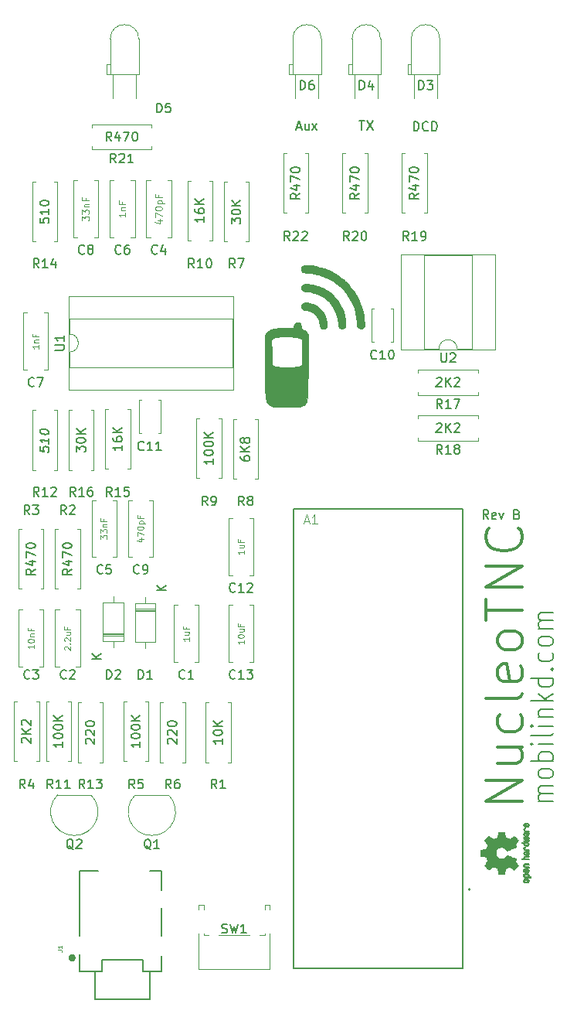
<source format=gbr>
G04 #@! TF.GenerationSoftware,KiCad,Pcbnew,5.1.5-1.fc31*
G04 #@! TF.CreationDate,2020-05-07T20:15:09-05:00*
G04 #@! TF.ProjectId,Nucleo32TNC,4e75636c-656f-4333-9254-4e432e6b6963,B*
G04 #@! TF.SameCoordinates,Original*
G04 #@! TF.FileFunction,Legend,Top*
G04 #@! TF.FilePolarity,Positive*
%FSLAX46Y46*%
G04 Gerber Fmt 4.6, Leading zero omitted, Abs format (unit mm)*
G04 Created by KiCad (PCBNEW 5.1.5-1.fc31) date 2020-05-07 20:15:09*
%MOMM*%
%LPD*%
G04 APERTURE LIST*
%ADD10C,0.150000*%
%ADD11C,0.300000*%
%ADD12C,0.010000*%
%ADD13C,0.200000*%
%ADD14C,0.127000*%
%ADD15C,0.120000*%
%ADD16C,0.400000*%
%ADD17C,0.015000*%
%ADD18C,0.102000*%
%ADD19C,0.110000*%
%ADD20C,0.100000*%
G04 APERTURE END LIST*
D10*
X185230952Y-130383333D02*
X183564285Y-130383333D01*
X183802380Y-130383333D02*
X183683333Y-130288095D01*
X183564285Y-130097619D01*
X183564285Y-129811904D01*
X183683333Y-129621428D01*
X183921428Y-129526190D01*
X185230952Y-129526190D01*
X183921428Y-129526190D02*
X183683333Y-129430952D01*
X183564285Y-129240476D01*
X183564285Y-128954761D01*
X183683333Y-128764285D01*
X183921428Y-128669047D01*
X185230952Y-128669047D01*
X185230952Y-127430952D02*
X185111904Y-127621428D01*
X184992857Y-127716666D01*
X184754761Y-127811904D01*
X184040476Y-127811904D01*
X183802380Y-127716666D01*
X183683333Y-127621428D01*
X183564285Y-127430952D01*
X183564285Y-127145238D01*
X183683333Y-126954761D01*
X183802380Y-126859523D01*
X184040476Y-126764285D01*
X184754761Y-126764285D01*
X184992857Y-126859523D01*
X185111904Y-126954761D01*
X185230952Y-127145238D01*
X185230952Y-127430952D01*
X185230952Y-125907142D02*
X182730952Y-125907142D01*
X183683333Y-125907142D02*
X183564285Y-125716666D01*
X183564285Y-125335714D01*
X183683333Y-125145238D01*
X183802380Y-125050000D01*
X184040476Y-124954761D01*
X184754761Y-124954761D01*
X184992857Y-125050000D01*
X185111904Y-125145238D01*
X185230952Y-125335714D01*
X185230952Y-125716666D01*
X185111904Y-125907142D01*
X185230952Y-124097619D02*
X183564285Y-124097619D01*
X182730952Y-124097619D02*
X182850000Y-124192857D01*
X182969047Y-124097619D01*
X182850000Y-124002380D01*
X182730952Y-124097619D01*
X182969047Y-124097619D01*
X185230952Y-122859523D02*
X185111904Y-123050000D01*
X184873809Y-123145238D01*
X182730952Y-123145238D01*
X185230952Y-122097619D02*
X183564285Y-122097619D01*
X182730952Y-122097619D02*
X182850000Y-122192857D01*
X182969047Y-122097619D01*
X182850000Y-122002380D01*
X182730952Y-122097619D01*
X182969047Y-122097619D01*
X183564285Y-121145238D02*
X185230952Y-121145238D01*
X183802380Y-121145238D02*
X183683333Y-121050000D01*
X183564285Y-120859523D01*
X183564285Y-120573809D01*
X183683333Y-120383333D01*
X183921428Y-120288095D01*
X185230952Y-120288095D01*
X185230952Y-119335714D02*
X182730952Y-119335714D01*
X184278571Y-119145238D02*
X185230952Y-118573809D01*
X183564285Y-118573809D02*
X184516666Y-119335714D01*
X185230952Y-116859523D02*
X182730952Y-116859523D01*
X185111904Y-116859523D02*
X185230952Y-117050000D01*
X185230952Y-117430952D01*
X185111904Y-117621428D01*
X184992857Y-117716666D01*
X184754761Y-117811904D01*
X184040476Y-117811904D01*
X183802380Y-117716666D01*
X183683333Y-117621428D01*
X183564285Y-117430952D01*
X183564285Y-117050000D01*
X183683333Y-116859523D01*
X184992857Y-115907142D02*
X185111904Y-115811904D01*
X185230952Y-115907142D01*
X185111904Y-116002380D01*
X184992857Y-115907142D01*
X185230952Y-115907142D01*
X185111904Y-114097619D02*
X185230952Y-114288095D01*
X185230952Y-114669047D01*
X185111904Y-114859523D01*
X184992857Y-114954761D01*
X184754761Y-115050000D01*
X184040476Y-115050000D01*
X183802380Y-114954761D01*
X183683333Y-114859523D01*
X183564285Y-114669047D01*
X183564285Y-114288095D01*
X183683333Y-114097619D01*
X185230952Y-112954761D02*
X185111904Y-113145238D01*
X184992857Y-113240476D01*
X184754761Y-113335714D01*
X184040476Y-113335714D01*
X183802380Y-113240476D01*
X183683333Y-113145238D01*
X183564285Y-112954761D01*
X183564285Y-112669047D01*
X183683333Y-112478571D01*
X183802380Y-112383333D01*
X184040476Y-112288095D01*
X184754761Y-112288095D01*
X184992857Y-112383333D01*
X185111904Y-112478571D01*
X185230952Y-112669047D01*
X185230952Y-112954761D01*
X185230952Y-111430952D02*
X183564285Y-111430952D01*
X183802380Y-111430952D02*
X183683333Y-111335714D01*
X183564285Y-111145238D01*
X183564285Y-110859523D01*
X183683333Y-110669047D01*
X183921428Y-110573809D01*
X185230952Y-110573809D01*
X183921428Y-110573809D02*
X183683333Y-110478571D01*
X183564285Y-110288095D01*
X183564285Y-110002380D01*
X183683333Y-109811904D01*
X183921428Y-109716666D01*
X185230952Y-109716666D01*
X178119047Y-99452380D02*
X177785714Y-98976190D01*
X177547619Y-99452380D02*
X177547619Y-98452380D01*
X177928571Y-98452380D01*
X178023809Y-98500000D01*
X178071428Y-98547619D01*
X178119047Y-98642857D01*
X178119047Y-98785714D01*
X178071428Y-98880952D01*
X178023809Y-98928571D01*
X177928571Y-98976190D01*
X177547619Y-98976190D01*
X178928571Y-99404761D02*
X178833333Y-99452380D01*
X178642857Y-99452380D01*
X178547619Y-99404761D01*
X178500000Y-99309523D01*
X178500000Y-98928571D01*
X178547619Y-98833333D01*
X178642857Y-98785714D01*
X178833333Y-98785714D01*
X178928571Y-98833333D01*
X178976190Y-98928571D01*
X178976190Y-99023809D01*
X178500000Y-99119047D01*
X179309523Y-98785714D02*
X179547619Y-99452380D01*
X179785714Y-98785714D01*
X181261904Y-98928571D02*
X181404761Y-98976190D01*
X181452380Y-99023809D01*
X181500000Y-99119047D01*
X181500000Y-99261904D01*
X181452380Y-99357142D01*
X181404761Y-99404761D01*
X181309523Y-99452380D01*
X180928571Y-99452380D01*
X180928571Y-98452380D01*
X181261904Y-98452380D01*
X181357142Y-98500000D01*
X181404761Y-98547619D01*
X181452380Y-98642857D01*
X181452380Y-98738095D01*
X181404761Y-98833333D01*
X181357142Y-98880952D01*
X181261904Y-98928571D01*
X180928571Y-98928571D01*
D11*
X181809523Y-130357142D02*
X177809523Y-130357142D01*
X181809523Y-128071428D01*
X177809523Y-128071428D01*
X179142857Y-124452380D02*
X181809523Y-124452380D01*
X179142857Y-126166666D02*
X181238095Y-126166666D01*
X181619047Y-125976190D01*
X181809523Y-125595238D01*
X181809523Y-125023809D01*
X181619047Y-124642857D01*
X181428571Y-124452380D01*
X181619047Y-120833333D02*
X181809523Y-121214285D01*
X181809523Y-121976190D01*
X181619047Y-122357142D01*
X181428571Y-122547619D01*
X181047619Y-122738095D01*
X179904761Y-122738095D01*
X179523809Y-122547619D01*
X179333333Y-122357142D01*
X179142857Y-121976190D01*
X179142857Y-121214285D01*
X179333333Y-120833333D01*
X181809523Y-118547619D02*
X181619047Y-118928571D01*
X181238095Y-119119047D01*
X177809523Y-119119047D01*
X181619047Y-115500000D02*
X181809523Y-115880952D01*
X181809523Y-116642857D01*
X181619047Y-117023809D01*
X181238095Y-117214285D01*
X179714285Y-117214285D01*
X179333333Y-117023809D01*
X179142857Y-116642857D01*
X179142857Y-115880952D01*
X179333333Y-115500000D01*
X179714285Y-115309523D01*
X180095238Y-115309523D01*
X180476190Y-117214285D01*
X181809523Y-113023809D02*
X181619047Y-113404761D01*
X181428571Y-113595238D01*
X181047619Y-113785714D01*
X179904761Y-113785714D01*
X179523809Y-113595238D01*
X179333333Y-113404761D01*
X179142857Y-113023809D01*
X179142857Y-112452380D01*
X179333333Y-112071428D01*
X179523809Y-111880952D01*
X179904761Y-111690476D01*
X181047619Y-111690476D01*
X181428571Y-111880952D01*
X181619047Y-112071428D01*
X181809523Y-112452380D01*
X181809523Y-113023809D01*
X177809523Y-110547619D02*
X177809523Y-108261904D01*
X181809523Y-109404761D02*
X177809523Y-109404761D01*
X181809523Y-106928571D02*
X177809523Y-106928571D01*
X181809523Y-104642857D01*
X177809523Y-104642857D01*
X181428571Y-100452380D02*
X181619047Y-100642857D01*
X181809523Y-101214285D01*
X181809523Y-101595238D01*
X181619047Y-102166666D01*
X181238095Y-102547619D01*
X180857142Y-102738095D01*
X180095238Y-102928571D01*
X179523809Y-102928571D01*
X178761904Y-102738095D01*
X178380952Y-102547619D01*
X178000000Y-102166666D01*
X177809523Y-101595238D01*
X177809523Y-101214285D01*
X178000000Y-100642857D01*
X178190476Y-100452380D01*
D12*
G36*
X158205647Y-71685669D02*
G01*
X158693042Y-71713230D01*
X159179713Y-71781866D01*
X159662689Y-71890380D01*
X160138997Y-72037571D01*
X160605667Y-72222243D01*
X161059727Y-72443196D01*
X161498203Y-72699232D01*
X161918126Y-72989152D01*
X162316522Y-73311760D01*
X162381907Y-73369778D01*
X162737096Y-73716165D01*
X163064402Y-74090217D01*
X163362336Y-74488707D01*
X163629406Y-74908405D01*
X163864122Y-75346084D01*
X164064993Y-75798514D01*
X164230529Y-76262467D01*
X164359238Y-76734714D01*
X164449631Y-77212028D01*
X164500216Y-77691179D01*
X164510868Y-77980909D01*
X164514917Y-78375567D01*
X164449173Y-78457159D01*
X164350314Y-78550669D01*
X164236598Y-78607581D01*
X164113750Y-78625773D01*
X164025219Y-78614292D01*
X163924128Y-78571021D01*
X163833322Y-78498853D01*
X163764495Y-78408923D01*
X163734638Y-78337667D01*
X163728547Y-78298858D01*
X163720989Y-78226393D01*
X163712722Y-78128893D01*
X163704506Y-78014977D01*
X163700141Y-77946084D01*
X163689724Y-77802364D01*
X163675509Y-77646807D01*
X163659200Y-77496192D01*
X163642503Y-77367296D01*
X163638840Y-77342834D01*
X163544346Y-76866993D01*
X163411444Y-76406222D01*
X163241901Y-75962280D01*
X163037484Y-75536923D01*
X162799959Y-75131907D01*
X162531093Y-74748991D01*
X162232653Y-74389931D01*
X161906405Y-74056485D01*
X161554117Y-73750408D01*
X161177556Y-73473460D01*
X160778487Y-73227396D01*
X160358678Y-73013974D01*
X159919895Y-72834950D01*
X159463905Y-72692083D01*
X158992476Y-72587129D01*
X158830302Y-72560589D01*
X158699159Y-72543254D01*
X158543835Y-72526121D01*
X158382451Y-72511011D01*
X158233129Y-72499747D01*
X158212616Y-72498485D01*
X158061504Y-72487909D01*
X157945461Y-72474894D01*
X157857223Y-72457086D01*
X157789524Y-72432132D01*
X157735100Y-72397676D01*
X157686687Y-72351366D01*
X157659372Y-72319227D01*
X157618604Y-72258521D01*
X157596519Y-72192854D01*
X157586994Y-72115521D01*
X157595096Y-71979278D01*
X157640229Y-71863051D01*
X157721960Y-71767793D01*
X157756600Y-71741321D01*
X157844211Y-71680750D01*
X158205647Y-71685669D01*
G37*
X158205647Y-71685669D02*
X158693042Y-71713230D01*
X159179713Y-71781866D01*
X159662689Y-71890380D01*
X160138997Y-72037571D01*
X160605667Y-72222243D01*
X161059727Y-72443196D01*
X161498203Y-72699232D01*
X161918126Y-72989152D01*
X162316522Y-73311760D01*
X162381907Y-73369778D01*
X162737096Y-73716165D01*
X163064402Y-74090217D01*
X163362336Y-74488707D01*
X163629406Y-74908405D01*
X163864122Y-75346084D01*
X164064993Y-75798514D01*
X164230529Y-76262467D01*
X164359238Y-76734714D01*
X164449631Y-77212028D01*
X164500216Y-77691179D01*
X164510868Y-77980909D01*
X164514917Y-78375567D01*
X164449173Y-78457159D01*
X164350314Y-78550669D01*
X164236598Y-78607581D01*
X164113750Y-78625773D01*
X164025219Y-78614292D01*
X163924128Y-78571021D01*
X163833322Y-78498853D01*
X163764495Y-78408923D01*
X163734638Y-78337667D01*
X163728547Y-78298858D01*
X163720989Y-78226393D01*
X163712722Y-78128893D01*
X163704506Y-78014977D01*
X163700141Y-77946084D01*
X163689724Y-77802364D01*
X163675509Y-77646807D01*
X163659200Y-77496192D01*
X163642503Y-77367296D01*
X163638840Y-77342834D01*
X163544346Y-76866993D01*
X163411444Y-76406222D01*
X163241901Y-75962280D01*
X163037484Y-75536923D01*
X162799959Y-75131907D01*
X162531093Y-74748991D01*
X162232653Y-74389931D01*
X161906405Y-74056485D01*
X161554117Y-73750408D01*
X161177556Y-73473460D01*
X160778487Y-73227396D01*
X160358678Y-73013974D01*
X159919895Y-72834950D01*
X159463905Y-72692083D01*
X158992476Y-72587129D01*
X158830302Y-72560589D01*
X158699159Y-72543254D01*
X158543835Y-72526121D01*
X158382451Y-72511011D01*
X158233129Y-72499747D01*
X158212616Y-72498485D01*
X158061504Y-72487909D01*
X157945461Y-72474894D01*
X157857223Y-72457086D01*
X157789524Y-72432132D01*
X157735100Y-72397676D01*
X157686687Y-72351366D01*
X157659372Y-72319227D01*
X157618604Y-72258521D01*
X157596519Y-72192854D01*
X157586994Y-72115521D01*
X157595096Y-71979278D01*
X157640229Y-71863051D01*
X157721960Y-71767793D01*
X157756600Y-71741321D01*
X157844211Y-71680750D01*
X158205647Y-71685669D01*
G36*
X158225956Y-73726599D02*
G01*
X158402938Y-73738621D01*
X158592751Y-73760448D01*
X158789801Y-73791779D01*
X158988494Y-73832317D01*
X159075084Y-73853014D01*
X159493783Y-73979209D01*
X159893426Y-74142638D01*
X160272303Y-74341918D01*
X160628704Y-74575666D01*
X160960919Y-74842501D01*
X161267237Y-75141040D01*
X161545948Y-75469899D01*
X161795343Y-75827697D01*
X162013710Y-76213051D01*
X162027062Y-76239566D01*
X162161550Y-76543569D01*
X162275820Y-76873012D01*
X162367011Y-77216316D01*
X162432263Y-77561899D01*
X162468715Y-77898181D01*
X162475154Y-78053606D01*
X162476264Y-78166104D01*
X162474163Y-78246620D01*
X162467588Y-78305460D01*
X162455273Y-78352931D01*
X162435954Y-78399338D01*
X162431599Y-78408447D01*
X162364110Y-78502037D01*
X162268908Y-78572235D01*
X162156199Y-78614468D01*
X162036190Y-78624166D01*
X161972053Y-78614292D01*
X161868570Y-78569200D01*
X161776726Y-78492280D01*
X161730461Y-78431236D01*
X161710926Y-78392853D01*
X161695279Y-78343692D01*
X161682078Y-78276140D01*
X161669882Y-78182586D01*
X161657249Y-78055415D01*
X161655386Y-78034740D01*
X161639818Y-77868881D01*
X161625127Y-77734800D01*
X161609689Y-77622016D01*
X161591880Y-77520047D01*
X161570076Y-77418414D01*
X161542653Y-77306633D01*
X161542448Y-77305833D01*
X161426867Y-76937605D01*
X161274222Y-76586826D01*
X161086959Y-76255824D01*
X160867527Y-75946925D01*
X160618372Y-75662455D01*
X160341943Y-75404740D01*
X160040687Y-75176107D01*
X159717051Y-74978883D01*
X159373483Y-74815393D01*
X159012431Y-74687964D01*
X158709136Y-74612837D01*
X158597553Y-74593309D01*
X158462096Y-74574097D01*
X158321176Y-74557614D01*
X158211720Y-74547618D01*
X158064710Y-74535170D01*
X157952813Y-74521919D01*
X157868822Y-74505946D01*
X157805531Y-74485335D01*
X157755733Y-74458168D01*
X157712221Y-74422528D01*
X157701202Y-74411791D01*
X157627425Y-74313142D01*
X157590836Y-74199516D01*
X157589226Y-74069682D01*
X157618702Y-73948275D01*
X157682015Y-73849230D01*
X157758193Y-73782542D01*
X157827922Y-73752353D01*
X157932854Y-73733166D01*
X158067396Y-73724681D01*
X158225956Y-73726599D01*
G37*
X158225956Y-73726599D02*
X158402938Y-73738621D01*
X158592751Y-73760448D01*
X158789801Y-73791779D01*
X158988494Y-73832317D01*
X159075084Y-73853014D01*
X159493783Y-73979209D01*
X159893426Y-74142638D01*
X160272303Y-74341918D01*
X160628704Y-74575666D01*
X160960919Y-74842501D01*
X161267237Y-75141040D01*
X161545948Y-75469899D01*
X161795343Y-75827697D01*
X162013710Y-76213051D01*
X162027062Y-76239566D01*
X162161550Y-76543569D01*
X162275820Y-76873012D01*
X162367011Y-77216316D01*
X162432263Y-77561899D01*
X162468715Y-77898181D01*
X162475154Y-78053606D01*
X162476264Y-78166104D01*
X162474163Y-78246620D01*
X162467588Y-78305460D01*
X162455273Y-78352931D01*
X162435954Y-78399338D01*
X162431599Y-78408447D01*
X162364110Y-78502037D01*
X162268908Y-78572235D01*
X162156199Y-78614468D01*
X162036190Y-78624166D01*
X161972053Y-78614292D01*
X161868570Y-78569200D01*
X161776726Y-78492280D01*
X161730461Y-78431236D01*
X161710926Y-78392853D01*
X161695279Y-78343692D01*
X161682078Y-78276140D01*
X161669882Y-78182586D01*
X161657249Y-78055415D01*
X161655386Y-78034740D01*
X161639818Y-77868881D01*
X161625127Y-77734800D01*
X161609689Y-77622016D01*
X161591880Y-77520047D01*
X161570076Y-77418414D01*
X161542653Y-77306633D01*
X161542448Y-77305833D01*
X161426867Y-76937605D01*
X161274222Y-76586826D01*
X161086959Y-76255824D01*
X160867527Y-75946925D01*
X160618372Y-75662455D01*
X160341943Y-75404740D01*
X160040687Y-75176107D01*
X159717051Y-74978883D01*
X159373483Y-74815393D01*
X159012431Y-74687964D01*
X158709136Y-74612837D01*
X158597553Y-74593309D01*
X158462096Y-74574097D01*
X158321176Y-74557614D01*
X158211720Y-74547618D01*
X158064710Y-74535170D01*
X157952813Y-74521919D01*
X157868822Y-74505946D01*
X157805531Y-74485335D01*
X157755733Y-74458168D01*
X157712221Y-74422528D01*
X157701202Y-74411791D01*
X157627425Y-74313142D01*
X157590836Y-74199516D01*
X157589226Y-74069682D01*
X157618702Y-73948275D01*
X157682015Y-73849230D01*
X157758193Y-73782542D01*
X157827922Y-73752353D01*
X157932854Y-73733166D01*
X158067396Y-73724681D01*
X158225956Y-73726599D01*
G36*
X158144979Y-75776671D02*
G01*
X158186084Y-75779604D01*
X158502095Y-75824581D01*
X158805115Y-75909528D01*
X159093249Y-76033565D01*
X159364606Y-76195811D01*
X159617292Y-76395384D01*
X159721898Y-76494621D01*
X159937208Y-76738287D01*
X160114012Y-76999524D01*
X160252443Y-77278605D01*
X160352634Y-77575803D01*
X160414716Y-77891391D01*
X160420076Y-77934480D01*
X160433837Y-78110852D01*
X160429539Y-78252951D01*
X160406791Y-78364973D01*
X160372826Y-78439400D01*
X160295099Y-78527256D01*
X160192161Y-78589395D01*
X160075524Y-78621169D01*
X159956696Y-78617929D01*
X159939915Y-78614264D01*
X159840434Y-78580020D01*
X159762583Y-78528486D01*
X159703039Y-78454468D01*
X159658480Y-78352776D01*
X159625583Y-78218219D01*
X159606682Y-78093535D01*
X159589926Y-77979302D01*
X159569179Y-77866410D01*
X159547342Y-77769441D01*
X159531077Y-77713250D01*
X159425491Y-77469386D01*
X159287136Y-77250154D01*
X159119106Y-77058036D01*
X158924498Y-76895513D01*
X158706405Y-76765065D01*
X158467923Y-76669175D01*
X158212146Y-76610323D01*
X158144394Y-76601526D01*
X158050613Y-76590630D01*
X157965814Y-76579736D01*
X157903981Y-76570676D01*
X157889750Y-76568160D01*
X157778851Y-76527271D01*
X157690725Y-76456993D01*
X157627494Y-76364894D01*
X157591282Y-76258541D01*
X157584212Y-76145501D01*
X157608408Y-76033341D01*
X157665994Y-75929629D01*
X157699810Y-75891243D01*
X157763006Y-75836803D01*
X157830423Y-75800122D01*
X157910759Y-75779205D01*
X158012711Y-75772053D01*
X158144979Y-75776671D01*
G37*
X158144979Y-75776671D02*
X158186084Y-75779604D01*
X158502095Y-75824581D01*
X158805115Y-75909528D01*
X159093249Y-76033565D01*
X159364606Y-76195811D01*
X159617292Y-76395384D01*
X159721898Y-76494621D01*
X159937208Y-76738287D01*
X160114012Y-76999524D01*
X160252443Y-77278605D01*
X160352634Y-77575803D01*
X160414716Y-77891391D01*
X160420076Y-77934480D01*
X160433837Y-78110852D01*
X160429539Y-78252951D01*
X160406791Y-78364973D01*
X160372826Y-78439400D01*
X160295099Y-78527256D01*
X160192161Y-78589395D01*
X160075524Y-78621169D01*
X159956696Y-78617929D01*
X159939915Y-78614264D01*
X159840434Y-78580020D01*
X159762583Y-78528486D01*
X159703039Y-78454468D01*
X159658480Y-78352776D01*
X159625583Y-78218219D01*
X159606682Y-78093535D01*
X159589926Y-77979302D01*
X159569179Y-77866410D01*
X159547342Y-77769441D01*
X159531077Y-77713250D01*
X159425491Y-77469386D01*
X159287136Y-77250154D01*
X159119106Y-77058036D01*
X158924498Y-76895513D01*
X158706405Y-76765065D01*
X158467923Y-76669175D01*
X158212146Y-76610323D01*
X158144394Y-76601526D01*
X158050613Y-76590630D01*
X157965814Y-76579736D01*
X157903981Y-76570676D01*
X157889750Y-76568160D01*
X157778851Y-76527271D01*
X157690725Y-76456993D01*
X157627494Y-76364894D01*
X157591282Y-76258541D01*
X157584212Y-76145501D01*
X157608408Y-76033341D01*
X157665994Y-75929629D01*
X157699810Y-75891243D01*
X157763006Y-75836803D01*
X157830423Y-75800122D01*
X157910759Y-75779205D01*
X158012711Y-75772053D01*
X158144979Y-75776671D01*
G36*
X157329566Y-77937021D02*
G01*
X157422770Y-77978817D01*
X157491089Y-78040670D01*
X157501669Y-78056759D01*
X157520656Y-78099199D01*
X157547550Y-78172430D01*
X157578887Y-78266467D01*
X157611206Y-78371322D01*
X157613765Y-78380000D01*
X157649540Y-78498089D01*
X157680336Y-78583725D01*
X157712268Y-78645308D01*
X157751450Y-78691238D01*
X157803997Y-78729918D01*
X157876022Y-78769747D01*
X157910041Y-78787067D01*
X158076866Y-78889732D01*
X158209432Y-79011063D01*
X158305645Y-79148590D01*
X158363410Y-79299840D01*
X158369760Y-79329367D01*
X158374182Y-79376113D01*
X158377584Y-79462296D01*
X158380014Y-79585034D01*
X158381519Y-79741443D01*
X158382144Y-79928643D01*
X158381938Y-80143749D01*
X158380946Y-80383878D01*
X158379217Y-80646150D01*
X158376796Y-80927680D01*
X158373731Y-81225586D01*
X158370069Y-81536986D01*
X158365856Y-81858996D01*
X158361139Y-82188735D01*
X158355966Y-82523319D01*
X158350383Y-82859866D01*
X158344437Y-83195493D01*
X158338175Y-83527318D01*
X158331645Y-83852458D01*
X158324891Y-84168031D01*
X158317963Y-84471153D01*
X158310906Y-84758942D01*
X158303768Y-85028515D01*
X158296595Y-85276990D01*
X158289435Y-85501484D01*
X158282334Y-85699115D01*
X158275339Y-85867000D01*
X158268497Y-86002256D01*
X158261855Y-86102000D01*
X158259054Y-86133431D01*
X158227381Y-86365727D01*
X158180549Y-86561384D01*
X158115333Y-86723513D01*
X158028509Y-86855221D01*
X157916851Y-86959620D01*
X157777134Y-87039818D01*
X157606132Y-87098925D01*
X157400621Y-87140051D01*
X157190477Y-87163687D01*
X157109607Y-87168357D01*
X156992220Y-87172317D01*
X156844123Y-87175570D01*
X156671126Y-87178119D01*
X156479038Y-87179965D01*
X156273668Y-87181111D01*
X156060825Y-87181559D01*
X155846318Y-87181313D01*
X155635956Y-87180375D01*
X155435547Y-87178747D01*
X155250902Y-87176432D01*
X155087829Y-87173432D01*
X154952137Y-87169750D01*
X154849636Y-87165388D01*
X154808968Y-87162655D01*
X154564698Y-87131965D01*
X154356721Y-87082742D01*
X154182716Y-87013808D01*
X154040361Y-86923981D01*
X153927336Y-86812083D01*
X153841320Y-86676933D01*
X153837255Y-86668654D01*
X153797280Y-86567169D01*
X153758932Y-86435200D01*
X153725055Y-86284580D01*
X153698496Y-86127142D01*
X153689213Y-86052917D01*
X153683355Y-85978170D01*
X153677655Y-85864365D01*
X153672144Y-85714777D01*
X153666854Y-85532681D01*
X153661818Y-85321352D01*
X153657066Y-85084066D01*
X153652631Y-84824096D01*
X153648544Y-84544720D01*
X153644838Y-84249211D01*
X153641543Y-83940844D01*
X153638691Y-83622896D01*
X153636315Y-83298640D01*
X153634445Y-82971352D01*
X153633115Y-82644306D01*
X153632354Y-82320779D01*
X153632196Y-82004046D01*
X153632672Y-81697380D01*
X153633814Y-81404058D01*
X153635652Y-81127354D01*
X153638220Y-80870543D01*
X153638653Y-80835334D01*
X153651316Y-79829917D01*
X154337983Y-79829917D01*
X154352871Y-81152834D01*
X154356028Y-81425254D01*
X154358978Y-81658560D01*
X154361840Y-81855969D01*
X154364731Y-82020700D01*
X154367767Y-82155970D01*
X154371065Y-82264997D01*
X154374743Y-82351000D01*
X154378918Y-82417195D01*
X154383706Y-82466800D01*
X154389224Y-82503034D01*
X154395590Y-82529115D01*
X154402921Y-82548260D01*
X154403672Y-82549834D01*
X154459499Y-82619894D01*
X154554811Y-82680695D01*
X154690042Y-82732382D01*
X154865628Y-82775104D01*
X155082002Y-82809007D01*
X155212167Y-82823334D01*
X155310792Y-82830059D01*
X155442056Y-82834823D01*
X155599187Y-82837725D01*
X155775411Y-82838865D01*
X155963955Y-82838345D01*
X156158049Y-82836263D01*
X156350918Y-82832720D01*
X156535790Y-82827817D01*
X156705893Y-82821654D01*
X156854454Y-82814330D01*
X156974701Y-82805947D01*
X157059861Y-82796604D01*
X157064250Y-82795929D01*
X157165030Y-82779015D01*
X157259784Y-82761324D01*
X157334311Y-82745585D01*
X157360584Y-82739014D01*
X157452144Y-82705699D01*
X157537294Y-82661028D01*
X157604976Y-82611932D01*
X157644137Y-82565343D01*
X157646601Y-82559713D01*
X157651422Y-82526616D01*
X157656065Y-82456023D01*
X157660492Y-82352335D01*
X157664665Y-82219953D01*
X157668546Y-82063279D01*
X157672098Y-81886716D01*
X157675283Y-81694663D01*
X157678062Y-81491524D01*
X157680399Y-81281699D01*
X157682255Y-81069590D01*
X157683593Y-80859599D01*
X157684374Y-80656127D01*
X157684561Y-80463576D01*
X157684116Y-80286348D01*
X157683001Y-80128844D01*
X157681179Y-79995466D01*
X157678611Y-79890615D01*
X157675260Y-79818692D01*
X157671088Y-79784101D01*
X157670462Y-79782535D01*
X157629152Y-79736152D01*
X157558189Y-79686143D01*
X157469000Y-79639110D01*
X157373011Y-79601652D01*
X157341374Y-79592408D01*
X157194151Y-79561279D01*
X157011752Y-79535290D01*
X156801033Y-79514543D01*
X156568851Y-79499141D01*
X156322062Y-79489187D01*
X156067522Y-79484782D01*
X155812089Y-79486031D01*
X155562617Y-79493034D01*
X155325964Y-79505895D01*
X155108987Y-79524717D01*
X154918541Y-79549602D01*
X154882527Y-79555613D01*
X154721862Y-79592184D01*
X154582196Y-79641014D01*
X154470567Y-79699102D01*
X154394011Y-79763444D01*
X154393190Y-79764413D01*
X154337983Y-79829917D01*
X153651316Y-79829917D01*
X153657982Y-79300750D01*
X153709180Y-79194917D01*
X153792949Y-79064030D01*
X153911134Y-78940504D01*
X154055818Y-78831641D01*
X154175838Y-78764549D01*
X154288095Y-78715240D01*
X154407961Y-78673224D01*
X154539530Y-78637979D01*
X154686893Y-78608981D01*
X154854145Y-78585706D01*
X155045379Y-78567633D01*
X155264688Y-78554237D01*
X155516165Y-78544996D01*
X155803904Y-78539387D01*
X155949437Y-78537883D01*
X156125433Y-78536296D01*
X156287586Y-78534474D01*
X156431144Y-78532498D01*
X156551357Y-78530448D01*
X156643476Y-78528407D01*
X156702750Y-78526454D01*
X156724426Y-78524675D01*
X156733097Y-78502877D01*
X156751859Y-78449507D01*
X156777710Y-78373250D01*
X156800058Y-78305917D01*
X156840254Y-78188270D01*
X156873925Y-78103779D01*
X156905745Y-78044777D01*
X156940390Y-78003595D01*
X156982534Y-77972565D01*
X157013724Y-77955448D01*
X157113734Y-77922988D01*
X157222784Y-77917628D01*
X157329566Y-77937021D01*
G37*
X157329566Y-77937021D02*
X157422770Y-77978817D01*
X157491089Y-78040670D01*
X157501669Y-78056759D01*
X157520656Y-78099199D01*
X157547550Y-78172430D01*
X157578887Y-78266467D01*
X157611206Y-78371322D01*
X157613765Y-78380000D01*
X157649540Y-78498089D01*
X157680336Y-78583725D01*
X157712268Y-78645308D01*
X157751450Y-78691238D01*
X157803997Y-78729918D01*
X157876022Y-78769747D01*
X157910041Y-78787067D01*
X158076866Y-78889732D01*
X158209432Y-79011063D01*
X158305645Y-79148590D01*
X158363410Y-79299840D01*
X158369760Y-79329367D01*
X158374182Y-79376113D01*
X158377584Y-79462296D01*
X158380014Y-79585034D01*
X158381519Y-79741443D01*
X158382144Y-79928643D01*
X158381938Y-80143749D01*
X158380946Y-80383878D01*
X158379217Y-80646150D01*
X158376796Y-80927680D01*
X158373731Y-81225586D01*
X158370069Y-81536986D01*
X158365856Y-81858996D01*
X158361139Y-82188735D01*
X158355966Y-82523319D01*
X158350383Y-82859866D01*
X158344437Y-83195493D01*
X158338175Y-83527318D01*
X158331645Y-83852458D01*
X158324891Y-84168031D01*
X158317963Y-84471153D01*
X158310906Y-84758942D01*
X158303768Y-85028515D01*
X158296595Y-85276990D01*
X158289435Y-85501484D01*
X158282334Y-85699115D01*
X158275339Y-85867000D01*
X158268497Y-86002256D01*
X158261855Y-86102000D01*
X158259054Y-86133431D01*
X158227381Y-86365727D01*
X158180549Y-86561384D01*
X158115333Y-86723513D01*
X158028509Y-86855221D01*
X157916851Y-86959620D01*
X157777134Y-87039818D01*
X157606132Y-87098925D01*
X157400621Y-87140051D01*
X157190477Y-87163687D01*
X157109607Y-87168357D01*
X156992220Y-87172317D01*
X156844123Y-87175570D01*
X156671126Y-87178119D01*
X156479038Y-87179965D01*
X156273668Y-87181111D01*
X156060825Y-87181559D01*
X155846318Y-87181313D01*
X155635956Y-87180375D01*
X155435547Y-87178747D01*
X155250902Y-87176432D01*
X155087829Y-87173432D01*
X154952137Y-87169750D01*
X154849636Y-87165388D01*
X154808968Y-87162655D01*
X154564698Y-87131965D01*
X154356721Y-87082742D01*
X154182716Y-87013808D01*
X154040361Y-86923981D01*
X153927336Y-86812083D01*
X153841320Y-86676933D01*
X153837255Y-86668654D01*
X153797280Y-86567169D01*
X153758932Y-86435200D01*
X153725055Y-86284580D01*
X153698496Y-86127142D01*
X153689213Y-86052917D01*
X153683355Y-85978170D01*
X153677655Y-85864365D01*
X153672144Y-85714777D01*
X153666854Y-85532681D01*
X153661818Y-85321352D01*
X153657066Y-85084066D01*
X153652631Y-84824096D01*
X153648544Y-84544720D01*
X153644838Y-84249211D01*
X153641543Y-83940844D01*
X153638691Y-83622896D01*
X153636315Y-83298640D01*
X153634445Y-82971352D01*
X153633115Y-82644306D01*
X153632354Y-82320779D01*
X153632196Y-82004046D01*
X153632672Y-81697380D01*
X153633814Y-81404058D01*
X153635652Y-81127354D01*
X153638220Y-80870543D01*
X153638653Y-80835334D01*
X153651316Y-79829917D01*
X154337983Y-79829917D01*
X154352871Y-81152834D01*
X154356028Y-81425254D01*
X154358978Y-81658560D01*
X154361840Y-81855969D01*
X154364731Y-82020700D01*
X154367767Y-82155970D01*
X154371065Y-82264997D01*
X154374743Y-82351000D01*
X154378918Y-82417195D01*
X154383706Y-82466800D01*
X154389224Y-82503034D01*
X154395590Y-82529115D01*
X154402921Y-82548260D01*
X154403672Y-82549834D01*
X154459499Y-82619894D01*
X154554811Y-82680695D01*
X154690042Y-82732382D01*
X154865628Y-82775104D01*
X155082002Y-82809007D01*
X155212167Y-82823334D01*
X155310792Y-82830059D01*
X155442056Y-82834823D01*
X155599187Y-82837725D01*
X155775411Y-82838865D01*
X155963955Y-82838345D01*
X156158049Y-82836263D01*
X156350918Y-82832720D01*
X156535790Y-82827817D01*
X156705893Y-82821654D01*
X156854454Y-82814330D01*
X156974701Y-82805947D01*
X157059861Y-82796604D01*
X157064250Y-82795929D01*
X157165030Y-82779015D01*
X157259784Y-82761324D01*
X157334311Y-82745585D01*
X157360584Y-82739014D01*
X157452144Y-82705699D01*
X157537294Y-82661028D01*
X157604976Y-82611932D01*
X157644137Y-82565343D01*
X157646601Y-82559713D01*
X157651422Y-82526616D01*
X157656065Y-82456023D01*
X157660492Y-82352335D01*
X157664665Y-82219953D01*
X157668546Y-82063279D01*
X157672098Y-81886716D01*
X157675283Y-81694663D01*
X157678062Y-81491524D01*
X157680399Y-81281699D01*
X157682255Y-81069590D01*
X157683593Y-80859599D01*
X157684374Y-80656127D01*
X157684561Y-80463576D01*
X157684116Y-80286348D01*
X157683001Y-80128844D01*
X157681179Y-79995466D01*
X157678611Y-79890615D01*
X157675260Y-79818692D01*
X157671088Y-79784101D01*
X157670462Y-79782535D01*
X157629152Y-79736152D01*
X157558189Y-79686143D01*
X157469000Y-79639110D01*
X157373011Y-79601652D01*
X157341374Y-79592408D01*
X157194151Y-79561279D01*
X157011752Y-79535290D01*
X156801033Y-79514543D01*
X156568851Y-79499141D01*
X156322062Y-79489187D01*
X156067522Y-79484782D01*
X155812089Y-79486031D01*
X155562617Y-79493034D01*
X155325964Y-79505895D01*
X155108987Y-79524717D01*
X154918541Y-79549602D01*
X154882527Y-79555613D01*
X154721862Y-79592184D01*
X154582196Y-79641014D01*
X154470567Y-79699102D01*
X154394011Y-79763444D01*
X154393190Y-79764413D01*
X154337983Y-79829917D01*
X153651316Y-79829917D01*
X153657982Y-79300750D01*
X153709180Y-79194917D01*
X153792949Y-79064030D01*
X153911134Y-78940504D01*
X154055818Y-78831641D01*
X154175838Y-78764549D01*
X154288095Y-78715240D01*
X154407961Y-78673224D01*
X154539530Y-78637979D01*
X154686893Y-78608981D01*
X154854145Y-78585706D01*
X155045379Y-78567633D01*
X155264688Y-78554237D01*
X155516165Y-78544996D01*
X155803904Y-78539387D01*
X155949437Y-78537883D01*
X156125433Y-78536296D01*
X156287586Y-78534474D01*
X156431144Y-78532498D01*
X156551357Y-78530448D01*
X156643476Y-78528407D01*
X156702750Y-78526454D01*
X156724426Y-78524675D01*
X156733097Y-78502877D01*
X156751859Y-78449507D01*
X156777710Y-78373250D01*
X156800058Y-78305917D01*
X156840254Y-78188270D01*
X156873925Y-78103779D01*
X156905745Y-78044777D01*
X156940390Y-78003595D01*
X156982534Y-77972565D01*
X157013724Y-77955448D01*
X157113734Y-77922988D01*
X157222784Y-77917628D01*
X157329566Y-77937021D01*
D13*
X176100000Y-140000000D02*
G75*
G03X176100000Y-140000000I-100000J0D01*
G01*
D14*
X156730000Y-98355000D02*
X175270000Y-98355000D01*
X156730000Y-148645000D02*
X156730000Y-98355000D01*
X175270000Y-98355000D02*
X175270000Y-148645000D01*
X175270000Y-148645000D02*
X156730000Y-148645000D01*
D15*
X156960000Y-53420000D02*
X156960000Y-53420000D01*
X156960000Y-50750000D02*
X156960000Y-53420000D01*
X156960000Y-50750000D02*
X156960000Y-50750000D01*
X156960000Y-53420000D02*
X156960000Y-50750000D01*
X159500000Y-53420000D02*
X159500000Y-53420000D01*
X159500000Y-50750000D02*
X159500000Y-53420000D01*
X159500000Y-50750000D02*
X159500000Y-50750000D01*
X159500000Y-53420000D02*
X159500000Y-50750000D01*
X156670000Y-50750000D02*
X156270000Y-50750000D01*
X156670000Y-49630000D02*
X156670000Y-50750000D01*
X156270000Y-49630000D02*
X156670000Y-49630000D01*
X156270000Y-50750000D02*
X156270000Y-49630000D01*
X159790000Y-50750000D02*
X156670000Y-50750000D01*
X156670000Y-50750000D02*
X156670000Y-46890000D01*
X159790000Y-50750000D02*
X159790000Y-46890000D01*
X156670000Y-46890000D02*
G75*
G02X159790000Y-46890000I1560000J0D01*
G01*
X163460000Y-53420000D02*
X163460000Y-53420000D01*
X163460000Y-50750000D02*
X163460000Y-53420000D01*
X163460000Y-50750000D02*
X163460000Y-50750000D01*
X163460000Y-53420000D02*
X163460000Y-50750000D01*
X166000000Y-53420000D02*
X166000000Y-53420000D01*
X166000000Y-50750000D02*
X166000000Y-53420000D01*
X166000000Y-50750000D02*
X166000000Y-50750000D01*
X166000000Y-53420000D02*
X166000000Y-50750000D01*
X163170000Y-50750000D02*
X162770000Y-50750000D01*
X163170000Y-49630000D02*
X163170000Y-50750000D01*
X162770000Y-49630000D02*
X163170000Y-49630000D01*
X162770000Y-50750000D02*
X162770000Y-49630000D01*
X166290000Y-50750000D02*
X163170000Y-50750000D01*
X163170000Y-50750000D02*
X163170000Y-46890000D01*
X166290000Y-50750000D02*
X166290000Y-46890000D01*
X163170000Y-46890000D02*
G75*
G02X166290000Y-46890000I1560000J0D01*
G01*
X169960000Y-53420000D02*
X169960000Y-53420000D01*
X169960000Y-50750000D02*
X169960000Y-53420000D01*
X169960000Y-50750000D02*
X169960000Y-50750000D01*
X169960000Y-53420000D02*
X169960000Y-50750000D01*
X172500000Y-53420000D02*
X172500000Y-53420000D01*
X172500000Y-50750000D02*
X172500000Y-53420000D01*
X172500000Y-50750000D02*
X172500000Y-50750000D01*
X172500000Y-53420000D02*
X172500000Y-50750000D01*
X169670000Y-50750000D02*
X169270000Y-50750000D01*
X169670000Y-49630000D02*
X169670000Y-50750000D01*
X169270000Y-49630000D02*
X169670000Y-49630000D01*
X169270000Y-50750000D02*
X169270000Y-49630000D01*
X172790000Y-50750000D02*
X169670000Y-50750000D01*
X169670000Y-50750000D02*
X169670000Y-46890000D01*
X172790000Y-50750000D02*
X172790000Y-46890000D01*
X169670000Y-46890000D02*
G75*
G02X172790000Y-46890000I1560000J0D01*
G01*
X134660000Y-56250000D02*
X134660000Y-56580000D01*
X141200000Y-56250000D02*
X134660000Y-56250000D01*
X141200000Y-56580000D02*
X141200000Y-56250000D01*
X134660000Y-58990000D02*
X134660000Y-58660000D01*
X141200000Y-58990000D02*
X134660000Y-58990000D01*
X141200000Y-58660000D02*
X141200000Y-58990000D01*
X151925000Y-99380000D02*
X152370000Y-99380000D01*
X149630000Y-99380000D02*
X150075000Y-99380000D01*
X151925000Y-105620000D02*
X152370000Y-105620000D01*
X149630000Y-105620000D02*
X150075000Y-105620000D01*
X152370000Y-105620000D02*
X152370000Y-99380000D01*
X149630000Y-105620000D02*
X149630000Y-99380000D01*
X152370000Y-108880000D02*
X152370000Y-115120000D01*
X149630000Y-108880000D02*
X149630000Y-115120000D01*
X152370000Y-108880000D02*
X151925000Y-108880000D01*
X150075000Y-108880000D02*
X149630000Y-108880000D01*
X152370000Y-115120000D02*
X151925000Y-115120000D01*
X150075000Y-115120000D02*
X149630000Y-115120000D01*
X153590000Y-145030000D02*
X153590000Y-144800000D01*
X154110000Y-148700000D02*
X146390000Y-148700000D01*
X146390000Y-148700000D02*
X146390000Y-144800000D01*
X154110000Y-141690000D02*
X153590000Y-141690000D01*
X154110000Y-148700000D02*
X154110000Y-144800000D01*
X146910000Y-145030000D02*
X146910000Y-144800000D01*
X153590000Y-142200000D02*
X153590000Y-141690000D01*
X154110000Y-142200000D02*
X154110000Y-141690000D01*
X147450000Y-145030000D02*
X146910000Y-145030000D01*
X146910000Y-142200000D02*
X146910000Y-141690000D01*
X146910000Y-141690000D02*
X146390000Y-141690000D01*
X146390000Y-142200000D02*
X146390000Y-141690000D01*
X153590000Y-145030000D02*
X153050000Y-145030000D01*
X151950000Y-145030000D02*
X148550000Y-145030000D01*
D12*
G36*
X177242348Y-135896090D02*
G01*
X177242778Y-135817546D01*
X177243942Y-135760702D01*
X177246207Y-135721895D01*
X177249940Y-135697462D01*
X177255506Y-135683738D01*
X177263273Y-135677060D01*
X177273605Y-135673764D01*
X177274943Y-135673444D01*
X177299079Y-135668438D01*
X177346701Y-135659171D01*
X177412741Y-135646608D01*
X177492128Y-135631713D01*
X177579796Y-135615449D01*
X177582875Y-135614881D01*
X177668789Y-135598590D01*
X177744696Y-135583348D01*
X177806045Y-135570139D01*
X177848282Y-135559946D01*
X177866855Y-135553752D01*
X177867184Y-135553457D01*
X177876253Y-135535212D01*
X177891367Y-135497595D01*
X177909262Y-135448729D01*
X177909358Y-135448457D01*
X177932493Y-135386907D01*
X177961965Y-135314343D01*
X177991597Y-135245943D01*
X177993062Y-135242706D01*
X178043626Y-135131298D01*
X177875160Y-134884601D01*
X177823803Y-134808923D01*
X177777889Y-134740369D01*
X177740030Y-134682912D01*
X177712837Y-134640524D01*
X177698921Y-134617175D01*
X177697889Y-134614958D01*
X177702484Y-134597990D01*
X177724655Y-134566299D01*
X177765447Y-134518648D01*
X177825905Y-134453802D01*
X177890227Y-134387603D01*
X177953612Y-134323786D01*
X178011451Y-134266671D01*
X178060175Y-134219695D01*
X178096210Y-134186297D01*
X178115984Y-134169915D01*
X178117002Y-134169306D01*
X178130572Y-134167495D01*
X178152733Y-134174317D01*
X178186478Y-134191460D01*
X178234800Y-134220607D01*
X178300692Y-134263445D01*
X178385517Y-134320552D01*
X178460177Y-134371234D01*
X178527140Y-134416539D01*
X178582516Y-134453850D01*
X178622420Y-134480548D01*
X178642962Y-134494015D01*
X178644356Y-134494863D01*
X178664038Y-134493219D01*
X178702293Y-134480755D01*
X178751889Y-134459952D01*
X178767728Y-134452538D01*
X178838290Y-134420186D01*
X178918353Y-134385672D01*
X178987629Y-134357635D01*
X179039045Y-134337432D01*
X179078119Y-134321385D01*
X179098541Y-134312112D01*
X179100114Y-134310959D01*
X179102721Y-134293904D01*
X179109863Y-134253702D01*
X179120523Y-134195698D01*
X179133685Y-134125237D01*
X179148333Y-134047665D01*
X179163449Y-133968328D01*
X179178018Y-133892569D01*
X179191022Y-133825736D01*
X179201445Y-133773172D01*
X179208270Y-133740224D01*
X179210199Y-133732143D01*
X179214962Y-133723795D01*
X179225718Y-133717494D01*
X179246098Y-133712955D01*
X179279734Y-133709896D01*
X179330255Y-133708033D01*
X179401292Y-133707082D01*
X179496476Y-133706760D01*
X179535492Y-133706743D01*
X179852799Y-133706743D01*
X179867839Y-133782943D01*
X179875995Y-133825337D01*
X179887899Y-133888600D01*
X179902116Y-133965038D01*
X179917210Y-134046957D01*
X179921355Y-134069600D01*
X179936053Y-134145194D01*
X179950505Y-134211047D01*
X179963375Y-134261634D01*
X179973322Y-134291426D01*
X179976287Y-134296388D01*
X179997283Y-134308574D01*
X180037967Y-134326047D01*
X180090322Y-134345423D01*
X180101600Y-134349266D01*
X180171523Y-134374661D01*
X180250418Y-134406183D01*
X180321266Y-134437031D01*
X180321595Y-134437183D01*
X180432733Y-134488553D01*
X180681253Y-134319601D01*
X180929772Y-134150648D01*
X181147058Y-134367571D01*
X181211726Y-134433181D01*
X181268733Y-134493021D01*
X181315033Y-134543733D01*
X181347584Y-134581954D01*
X181363343Y-134604325D01*
X181364343Y-134607534D01*
X181356469Y-134626374D01*
X181334578Y-134664820D01*
X181301267Y-134718670D01*
X181259131Y-134783724D01*
X181211943Y-134854060D01*
X181163810Y-134925445D01*
X181121928Y-134989092D01*
X181088871Y-135040959D01*
X181067218Y-135077005D01*
X181059543Y-135093133D01*
X181066037Y-135112811D01*
X181083150Y-135150125D01*
X181107326Y-135197379D01*
X181110013Y-135202388D01*
X181141927Y-135266023D01*
X181157579Y-135309659D01*
X181157745Y-135336798D01*
X181143204Y-135350943D01*
X181143000Y-135351025D01*
X181125779Y-135358095D01*
X181084899Y-135374958D01*
X181023525Y-135400305D01*
X180944819Y-135432829D01*
X180851947Y-135471222D01*
X180748072Y-135514178D01*
X180647502Y-135555778D01*
X180536516Y-135601496D01*
X180433703Y-135643474D01*
X180342215Y-135680452D01*
X180265201Y-135711173D01*
X180205815Y-135734378D01*
X180167209Y-135748810D01*
X180152800Y-135753257D01*
X180136272Y-135742104D01*
X180109930Y-135712931D01*
X180080887Y-135674029D01*
X179989039Y-135563243D01*
X179883759Y-135476649D01*
X179767266Y-135415284D01*
X179641776Y-135380185D01*
X179509507Y-135372392D01*
X179448457Y-135378057D01*
X179321795Y-135408922D01*
X179209941Y-135462080D01*
X179114001Y-135534233D01*
X179035076Y-135622083D01*
X178974270Y-135722335D01*
X178932687Y-135831690D01*
X178911428Y-135946853D01*
X178911599Y-136064525D01*
X178934301Y-136181410D01*
X178980638Y-136294211D01*
X179051713Y-136399631D01*
X179091911Y-136443632D01*
X179195129Y-136528021D01*
X179307925Y-136586778D01*
X179427010Y-136620296D01*
X179549095Y-136628965D01*
X179670893Y-136613177D01*
X179789116Y-136573322D01*
X179900475Y-136509793D01*
X180001684Y-136422979D01*
X180080887Y-136325971D01*
X180111162Y-136285563D01*
X180137219Y-136257018D01*
X180152825Y-136246743D01*
X180169843Y-136252123D01*
X180210500Y-136267425D01*
X180271642Y-136291388D01*
X180350119Y-136322756D01*
X180442780Y-136360268D01*
X180546472Y-136402667D01*
X180647526Y-136444337D01*
X180758607Y-136490310D01*
X180861541Y-136532893D01*
X180953165Y-136570779D01*
X181030316Y-136602660D01*
X181089831Y-136627229D01*
X181128544Y-136643180D01*
X181143000Y-136649090D01*
X181157685Y-136663052D01*
X181157642Y-136690060D01*
X181142099Y-136733587D01*
X181110284Y-136797110D01*
X181110013Y-136797612D01*
X181085323Y-136845440D01*
X181067338Y-136884103D01*
X181059614Y-136905905D01*
X181059543Y-136906867D01*
X181067378Y-136923279D01*
X181089165Y-136959513D01*
X181122328Y-137011526D01*
X181164291Y-137075275D01*
X181211943Y-137145940D01*
X181260191Y-137217884D01*
X181302151Y-137282726D01*
X181335227Y-137336265D01*
X181356821Y-137374303D01*
X181364343Y-137392467D01*
X181354457Y-137409192D01*
X181326826Y-137442820D01*
X181284495Y-137489990D01*
X181230505Y-137547342D01*
X181167899Y-137611516D01*
X181146983Y-137632503D01*
X180929623Y-137849501D01*
X180687220Y-137684332D01*
X180612781Y-137634136D01*
X180545972Y-137590081D01*
X180490665Y-137554638D01*
X180450729Y-137530281D01*
X180430036Y-137519478D01*
X180428563Y-137519162D01*
X180409058Y-137524857D01*
X180369822Y-137540174D01*
X180317430Y-137562463D01*
X180282355Y-137578107D01*
X180215201Y-137607359D01*
X180147358Y-137634906D01*
X180090034Y-137656263D01*
X180072572Y-137662065D01*
X180025938Y-137678548D01*
X179989905Y-137694660D01*
X179976287Y-137703510D01*
X179967952Y-137723040D01*
X179956137Y-137765666D01*
X179942181Y-137825855D01*
X179927422Y-137898078D01*
X179921355Y-137930400D01*
X179906273Y-138012478D01*
X179891669Y-138091205D01*
X179878980Y-138158891D01*
X179869642Y-138207840D01*
X179867839Y-138217057D01*
X179852799Y-138293257D01*
X179535492Y-138293257D01*
X179431154Y-138293086D01*
X179352213Y-138292384D01*
X179295038Y-138290866D01*
X179255999Y-138288251D01*
X179231465Y-138284254D01*
X179217805Y-138278591D01*
X179211389Y-138270980D01*
X179210199Y-138267857D01*
X179205980Y-138249022D01*
X179197562Y-138207412D01*
X179185961Y-138148370D01*
X179172195Y-138077243D01*
X179157280Y-137999375D01*
X179142232Y-137920113D01*
X179128069Y-137844802D01*
X179115806Y-137778787D01*
X179106461Y-137727413D01*
X179101050Y-137696025D01*
X179100114Y-137689041D01*
X179087596Y-137682715D01*
X179054246Y-137668710D01*
X179006377Y-137649645D01*
X178987629Y-137642366D01*
X178915195Y-137613004D01*
X178835170Y-137578429D01*
X178767728Y-137547463D01*
X178716159Y-137524677D01*
X178673785Y-137509518D01*
X178647834Y-137504458D01*
X178644356Y-137505264D01*
X178627936Y-137515959D01*
X178591417Y-137540380D01*
X178538687Y-137575905D01*
X178473635Y-137619913D01*
X178400151Y-137669783D01*
X178385645Y-137679644D01*
X178299704Y-137737508D01*
X178234261Y-137780044D01*
X178186304Y-137808946D01*
X178152820Y-137825910D01*
X178130795Y-137832633D01*
X178117217Y-137830810D01*
X178117131Y-137830764D01*
X178099297Y-137816414D01*
X178064817Y-137784677D01*
X178017268Y-137738990D01*
X177960222Y-137682796D01*
X177897255Y-137619532D01*
X177890227Y-137612398D01*
X177813020Y-137532670D01*
X177756330Y-137471143D01*
X177719110Y-137426579D01*
X177700315Y-137397743D01*
X177697889Y-137385042D01*
X177708471Y-137366506D01*
X177732916Y-137328039D01*
X177768612Y-137273614D01*
X177812947Y-137207202D01*
X177863311Y-137132775D01*
X177875160Y-137115399D01*
X178043626Y-136868703D01*
X177993062Y-136757294D01*
X177963595Y-136689543D01*
X177933959Y-136616817D01*
X177910330Y-136554297D01*
X177909358Y-136551543D01*
X177891457Y-136502640D01*
X177876320Y-136464943D01*
X177867210Y-136446575D01*
X177867184Y-136446544D01*
X177850717Y-136440715D01*
X177810219Y-136430808D01*
X177750242Y-136417805D01*
X177675340Y-136402691D01*
X177590064Y-136386448D01*
X177582875Y-136385119D01*
X177495014Y-136368825D01*
X177415260Y-136353867D01*
X177348681Y-136341209D01*
X177300347Y-136331814D01*
X177275325Y-136326646D01*
X177274943Y-136326556D01*
X177264299Y-136323411D01*
X177256262Y-136317296D01*
X177250467Y-136304547D01*
X177246547Y-136281500D01*
X177244135Y-136244491D01*
X177242865Y-136189856D01*
X177242371Y-136113933D01*
X177242286Y-136013056D01*
X177242286Y-136000000D01*
X177242348Y-135896090D01*
G37*
X177242348Y-135896090D02*
X177242778Y-135817546D01*
X177243942Y-135760702D01*
X177246207Y-135721895D01*
X177249940Y-135697462D01*
X177255506Y-135683738D01*
X177263273Y-135677060D01*
X177273605Y-135673764D01*
X177274943Y-135673444D01*
X177299079Y-135668438D01*
X177346701Y-135659171D01*
X177412741Y-135646608D01*
X177492128Y-135631713D01*
X177579796Y-135615449D01*
X177582875Y-135614881D01*
X177668789Y-135598590D01*
X177744696Y-135583348D01*
X177806045Y-135570139D01*
X177848282Y-135559946D01*
X177866855Y-135553752D01*
X177867184Y-135553457D01*
X177876253Y-135535212D01*
X177891367Y-135497595D01*
X177909262Y-135448729D01*
X177909358Y-135448457D01*
X177932493Y-135386907D01*
X177961965Y-135314343D01*
X177991597Y-135245943D01*
X177993062Y-135242706D01*
X178043626Y-135131298D01*
X177875160Y-134884601D01*
X177823803Y-134808923D01*
X177777889Y-134740369D01*
X177740030Y-134682912D01*
X177712837Y-134640524D01*
X177698921Y-134617175D01*
X177697889Y-134614958D01*
X177702484Y-134597990D01*
X177724655Y-134566299D01*
X177765447Y-134518648D01*
X177825905Y-134453802D01*
X177890227Y-134387603D01*
X177953612Y-134323786D01*
X178011451Y-134266671D01*
X178060175Y-134219695D01*
X178096210Y-134186297D01*
X178115984Y-134169915D01*
X178117002Y-134169306D01*
X178130572Y-134167495D01*
X178152733Y-134174317D01*
X178186478Y-134191460D01*
X178234800Y-134220607D01*
X178300692Y-134263445D01*
X178385517Y-134320552D01*
X178460177Y-134371234D01*
X178527140Y-134416539D01*
X178582516Y-134453850D01*
X178622420Y-134480548D01*
X178642962Y-134494015D01*
X178644356Y-134494863D01*
X178664038Y-134493219D01*
X178702293Y-134480755D01*
X178751889Y-134459952D01*
X178767728Y-134452538D01*
X178838290Y-134420186D01*
X178918353Y-134385672D01*
X178987629Y-134357635D01*
X179039045Y-134337432D01*
X179078119Y-134321385D01*
X179098541Y-134312112D01*
X179100114Y-134310959D01*
X179102721Y-134293904D01*
X179109863Y-134253702D01*
X179120523Y-134195698D01*
X179133685Y-134125237D01*
X179148333Y-134047665D01*
X179163449Y-133968328D01*
X179178018Y-133892569D01*
X179191022Y-133825736D01*
X179201445Y-133773172D01*
X179208270Y-133740224D01*
X179210199Y-133732143D01*
X179214962Y-133723795D01*
X179225718Y-133717494D01*
X179246098Y-133712955D01*
X179279734Y-133709896D01*
X179330255Y-133708033D01*
X179401292Y-133707082D01*
X179496476Y-133706760D01*
X179535492Y-133706743D01*
X179852799Y-133706743D01*
X179867839Y-133782943D01*
X179875995Y-133825337D01*
X179887899Y-133888600D01*
X179902116Y-133965038D01*
X179917210Y-134046957D01*
X179921355Y-134069600D01*
X179936053Y-134145194D01*
X179950505Y-134211047D01*
X179963375Y-134261634D01*
X179973322Y-134291426D01*
X179976287Y-134296388D01*
X179997283Y-134308574D01*
X180037967Y-134326047D01*
X180090322Y-134345423D01*
X180101600Y-134349266D01*
X180171523Y-134374661D01*
X180250418Y-134406183D01*
X180321266Y-134437031D01*
X180321595Y-134437183D01*
X180432733Y-134488553D01*
X180681253Y-134319601D01*
X180929772Y-134150648D01*
X181147058Y-134367571D01*
X181211726Y-134433181D01*
X181268733Y-134493021D01*
X181315033Y-134543733D01*
X181347584Y-134581954D01*
X181363343Y-134604325D01*
X181364343Y-134607534D01*
X181356469Y-134626374D01*
X181334578Y-134664820D01*
X181301267Y-134718670D01*
X181259131Y-134783724D01*
X181211943Y-134854060D01*
X181163810Y-134925445D01*
X181121928Y-134989092D01*
X181088871Y-135040959D01*
X181067218Y-135077005D01*
X181059543Y-135093133D01*
X181066037Y-135112811D01*
X181083150Y-135150125D01*
X181107326Y-135197379D01*
X181110013Y-135202388D01*
X181141927Y-135266023D01*
X181157579Y-135309659D01*
X181157745Y-135336798D01*
X181143204Y-135350943D01*
X181143000Y-135351025D01*
X181125779Y-135358095D01*
X181084899Y-135374958D01*
X181023525Y-135400305D01*
X180944819Y-135432829D01*
X180851947Y-135471222D01*
X180748072Y-135514178D01*
X180647502Y-135555778D01*
X180536516Y-135601496D01*
X180433703Y-135643474D01*
X180342215Y-135680452D01*
X180265201Y-135711173D01*
X180205815Y-135734378D01*
X180167209Y-135748810D01*
X180152800Y-135753257D01*
X180136272Y-135742104D01*
X180109930Y-135712931D01*
X180080887Y-135674029D01*
X179989039Y-135563243D01*
X179883759Y-135476649D01*
X179767266Y-135415284D01*
X179641776Y-135380185D01*
X179509507Y-135372392D01*
X179448457Y-135378057D01*
X179321795Y-135408922D01*
X179209941Y-135462080D01*
X179114001Y-135534233D01*
X179035076Y-135622083D01*
X178974270Y-135722335D01*
X178932687Y-135831690D01*
X178911428Y-135946853D01*
X178911599Y-136064525D01*
X178934301Y-136181410D01*
X178980638Y-136294211D01*
X179051713Y-136399631D01*
X179091911Y-136443632D01*
X179195129Y-136528021D01*
X179307925Y-136586778D01*
X179427010Y-136620296D01*
X179549095Y-136628965D01*
X179670893Y-136613177D01*
X179789116Y-136573322D01*
X179900475Y-136509793D01*
X180001684Y-136422979D01*
X180080887Y-136325971D01*
X180111162Y-136285563D01*
X180137219Y-136257018D01*
X180152825Y-136246743D01*
X180169843Y-136252123D01*
X180210500Y-136267425D01*
X180271642Y-136291388D01*
X180350119Y-136322756D01*
X180442780Y-136360268D01*
X180546472Y-136402667D01*
X180647526Y-136444337D01*
X180758607Y-136490310D01*
X180861541Y-136532893D01*
X180953165Y-136570779D01*
X181030316Y-136602660D01*
X181089831Y-136627229D01*
X181128544Y-136643180D01*
X181143000Y-136649090D01*
X181157685Y-136663052D01*
X181157642Y-136690060D01*
X181142099Y-136733587D01*
X181110284Y-136797110D01*
X181110013Y-136797612D01*
X181085323Y-136845440D01*
X181067338Y-136884103D01*
X181059614Y-136905905D01*
X181059543Y-136906867D01*
X181067378Y-136923279D01*
X181089165Y-136959513D01*
X181122328Y-137011526D01*
X181164291Y-137075275D01*
X181211943Y-137145940D01*
X181260191Y-137217884D01*
X181302151Y-137282726D01*
X181335227Y-137336265D01*
X181356821Y-137374303D01*
X181364343Y-137392467D01*
X181354457Y-137409192D01*
X181326826Y-137442820D01*
X181284495Y-137489990D01*
X181230505Y-137547342D01*
X181167899Y-137611516D01*
X181146983Y-137632503D01*
X180929623Y-137849501D01*
X180687220Y-137684332D01*
X180612781Y-137634136D01*
X180545972Y-137590081D01*
X180490665Y-137554638D01*
X180450729Y-137530281D01*
X180430036Y-137519478D01*
X180428563Y-137519162D01*
X180409058Y-137524857D01*
X180369822Y-137540174D01*
X180317430Y-137562463D01*
X180282355Y-137578107D01*
X180215201Y-137607359D01*
X180147358Y-137634906D01*
X180090034Y-137656263D01*
X180072572Y-137662065D01*
X180025938Y-137678548D01*
X179989905Y-137694660D01*
X179976287Y-137703510D01*
X179967952Y-137723040D01*
X179956137Y-137765666D01*
X179942181Y-137825855D01*
X179927422Y-137898078D01*
X179921355Y-137930400D01*
X179906273Y-138012478D01*
X179891669Y-138091205D01*
X179878980Y-138158891D01*
X179869642Y-138207840D01*
X179867839Y-138217057D01*
X179852799Y-138293257D01*
X179535492Y-138293257D01*
X179431154Y-138293086D01*
X179352213Y-138292384D01*
X179295038Y-138290866D01*
X179255999Y-138288251D01*
X179231465Y-138284254D01*
X179217805Y-138278591D01*
X179211389Y-138270980D01*
X179210199Y-138267857D01*
X179205980Y-138249022D01*
X179197562Y-138207412D01*
X179185961Y-138148370D01*
X179172195Y-138077243D01*
X179157280Y-137999375D01*
X179142232Y-137920113D01*
X179128069Y-137844802D01*
X179115806Y-137778787D01*
X179106461Y-137727413D01*
X179101050Y-137696025D01*
X179100114Y-137689041D01*
X179087596Y-137682715D01*
X179054246Y-137668710D01*
X179006377Y-137649645D01*
X178987629Y-137642366D01*
X178915195Y-137613004D01*
X178835170Y-137578429D01*
X178767728Y-137547463D01*
X178716159Y-137524677D01*
X178673785Y-137509518D01*
X178647834Y-137504458D01*
X178644356Y-137505264D01*
X178627936Y-137515959D01*
X178591417Y-137540380D01*
X178538687Y-137575905D01*
X178473635Y-137619913D01*
X178400151Y-137669783D01*
X178385645Y-137679644D01*
X178299704Y-137737508D01*
X178234261Y-137780044D01*
X178186304Y-137808946D01*
X178152820Y-137825910D01*
X178130795Y-137832633D01*
X178117217Y-137830810D01*
X178117131Y-137830764D01*
X178099297Y-137816414D01*
X178064817Y-137784677D01*
X178017268Y-137738990D01*
X177960222Y-137682796D01*
X177897255Y-137619532D01*
X177890227Y-137612398D01*
X177813020Y-137532670D01*
X177756330Y-137471143D01*
X177719110Y-137426579D01*
X177700315Y-137397743D01*
X177697889Y-137385042D01*
X177708471Y-137366506D01*
X177732916Y-137328039D01*
X177768612Y-137273614D01*
X177812947Y-137207202D01*
X177863311Y-137132775D01*
X177875160Y-137115399D01*
X178043626Y-136868703D01*
X177993062Y-136757294D01*
X177963595Y-136689543D01*
X177933959Y-136616817D01*
X177910330Y-136554297D01*
X177909358Y-136551543D01*
X177891457Y-136502640D01*
X177876320Y-136464943D01*
X177867210Y-136446575D01*
X177867184Y-136446544D01*
X177850717Y-136440715D01*
X177810219Y-136430808D01*
X177750242Y-136417805D01*
X177675340Y-136402691D01*
X177590064Y-136386448D01*
X177582875Y-136385119D01*
X177495014Y-136368825D01*
X177415260Y-136353867D01*
X177348681Y-136341209D01*
X177300347Y-136331814D01*
X177275325Y-136326646D01*
X177274943Y-136326556D01*
X177264299Y-136323411D01*
X177256262Y-136317296D01*
X177250467Y-136304547D01*
X177246547Y-136281500D01*
X177244135Y-136244491D01*
X177242865Y-136189856D01*
X177242371Y-136113933D01*
X177242286Y-136013056D01*
X177242286Y-136000000D01*
X177242348Y-135896090D01*
G36*
X181966966Y-132846405D02*
G01*
X182004497Y-132788979D01*
X182038096Y-132761281D01*
X182099064Y-132739338D01*
X182147308Y-132737595D01*
X182211816Y-132741543D01*
X182276934Y-132890314D01*
X182310202Y-132962651D01*
X182336964Y-133009916D01*
X182360144Y-133034493D01*
X182382667Y-133038763D01*
X182407455Y-133025111D01*
X182423886Y-133010057D01*
X182450235Y-132966254D01*
X182452081Y-132918611D01*
X182431546Y-132874855D01*
X182390752Y-132842711D01*
X182376347Y-132836962D01*
X182331356Y-132809424D01*
X182312182Y-132777742D01*
X182295779Y-132734286D01*
X182357966Y-132734286D01*
X182400283Y-132738128D01*
X182435969Y-132753177D01*
X182476943Y-132784720D01*
X182482267Y-132789408D01*
X182518720Y-132824494D01*
X182538283Y-132854653D01*
X182547283Y-132892385D01*
X182550230Y-132923665D01*
X182550965Y-132979615D01*
X182541660Y-133019445D01*
X182527846Y-133044292D01*
X182497467Y-133083344D01*
X182464613Y-133110375D01*
X182423294Y-133127483D01*
X182367521Y-133136762D01*
X182291305Y-133140307D01*
X182252622Y-133140590D01*
X182206247Y-133139628D01*
X182206247Y-133051993D01*
X182231126Y-133050977D01*
X182235200Y-133048444D01*
X182229665Y-133031726D01*
X182215017Y-132995751D01*
X182194190Y-132947669D01*
X182189714Y-132937614D01*
X182158814Y-132876848D01*
X182131657Y-132843368D01*
X182106220Y-132836010D01*
X182080481Y-132853609D01*
X182069109Y-132868144D01*
X182046364Y-132920590D01*
X182050122Y-132969678D01*
X182077884Y-133010773D01*
X182127152Y-133039242D01*
X182166257Y-133048369D01*
X182206247Y-133051993D01*
X182206247Y-133139628D01*
X182162249Y-133138715D01*
X182095384Y-133131804D01*
X182046695Y-133118116D01*
X182010849Y-133095904D01*
X181982513Y-133063426D01*
X181973355Y-133049267D01*
X181949507Y-132984947D01*
X181948006Y-132914527D01*
X181966966Y-132846405D01*
G37*
X181966966Y-132846405D02*
X182004497Y-132788979D01*
X182038096Y-132761281D01*
X182099064Y-132739338D01*
X182147308Y-132737595D01*
X182211816Y-132741543D01*
X182276934Y-132890314D01*
X182310202Y-132962651D01*
X182336964Y-133009916D01*
X182360144Y-133034493D01*
X182382667Y-133038763D01*
X182407455Y-133025111D01*
X182423886Y-133010057D01*
X182450235Y-132966254D01*
X182452081Y-132918611D01*
X182431546Y-132874855D01*
X182390752Y-132842711D01*
X182376347Y-132836962D01*
X182331356Y-132809424D01*
X182312182Y-132777742D01*
X182295779Y-132734286D01*
X182357966Y-132734286D01*
X182400283Y-132738128D01*
X182435969Y-132753177D01*
X182476943Y-132784720D01*
X182482267Y-132789408D01*
X182518720Y-132824494D01*
X182538283Y-132854653D01*
X182547283Y-132892385D01*
X182550230Y-132923665D01*
X182550965Y-132979615D01*
X182541660Y-133019445D01*
X182527846Y-133044292D01*
X182497467Y-133083344D01*
X182464613Y-133110375D01*
X182423294Y-133127483D01*
X182367521Y-133136762D01*
X182291305Y-133140307D01*
X182252622Y-133140590D01*
X182206247Y-133139628D01*
X182206247Y-133051993D01*
X182231126Y-133050977D01*
X182235200Y-133048444D01*
X182229665Y-133031726D01*
X182215017Y-132995751D01*
X182194190Y-132947669D01*
X182189714Y-132937614D01*
X182158814Y-132876848D01*
X182131657Y-132843368D01*
X182106220Y-132836010D01*
X182080481Y-132853609D01*
X182069109Y-132868144D01*
X182046364Y-132920590D01*
X182050122Y-132969678D01*
X182077884Y-133010773D01*
X182127152Y-133039242D01*
X182166257Y-133048369D01*
X182206247Y-133051993D01*
X182206247Y-133139628D01*
X182162249Y-133138715D01*
X182095384Y-133131804D01*
X182046695Y-133118116D01*
X182010849Y-133095904D01*
X181982513Y-133063426D01*
X181973355Y-133049267D01*
X181949507Y-132984947D01*
X181948006Y-132914527D01*
X181966966Y-132846405D01*
G36*
X181958752Y-133347400D02*
G01*
X181966334Y-133330052D01*
X181999128Y-133288644D01*
X182046547Y-133253235D01*
X182097151Y-133231336D01*
X182122098Y-133227771D01*
X182156927Y-133239721D01*
X182175357Y-133265933D01*
X182186516Y-133294036D01*
X182188572Y-133306905D01*
X182173649Y-133313171D01*
X182141175Y-133325544D01*
X182126502Y-133330972D01*
X182075744Y-133361410D01*
X182050427Y-133405480D01*
X182051206Y-133461990D01*
X182052203Y-133466175D01*
X182066507Y-133496345D01*
X182094393Y-133518524D01*
X182139287Y-133533673D01*
X182204615Y-133542750D01*
X182293804Y-133546714D01*
X182341261Y-133547086D01*
X182416071Y-133547270D01*
X182467069Y-133548478D01*
X182499471Y-133551691D01*
X182518495Y-133557891D01*
X182529356Y-133568060D01*
X182537272Y-133583181D01*
X182537670Y-133584054D01*
X182549981Y-133613172D01*
X182554514Y-133627597D01*
X182540809Y-133629814D01*
X182502925Y-133631711D01*
X182445715Y-133633153D01*
X182374027Y-133634002D01*
X182321565Y-133634171D01*
X182220047Y-133633308D01*
X182143032Y-133629930D01*
X182086023Y-133622858D01*
X182044526Y-133610912D01*
X182014043Y-133592910D01*
X181990080Y-133567673D01*
X181973355Y-133542753D01*
X181951097Y-133482829D01*
X181946076Y-133413089D01*
X181958752Y-133347400D01*
G37*
X181958752Y-133347400D02*
X181966334Y-133330052D01*
X181999128Y-133288644D01*
X182046547Y-133253235D01*
X182097151Y-133231336D01*
X182122098Y-133227771D01*
X182156927Y-133239721D01*
X182175357Y-133265933D01*
X182186516Y-133294036D01*
X182188572Y-133306905D01*
X182173649Y-133313171D01*
X182141175Y-133325544D01*
X182126502Y-133330972D01*
X182075744Y-133361410D01*
X182050427Y-133405480D01*
X182051206Y-133461990D01*
X182052203Y-133466175D01*
X182066507Y-133496345D01*
X182094393Y-133518524D01*
X182139287Y-133533673D01*
X182204615Y-133542750D01*
X182293804Y-133546714D01*
X182341261Y-133547086D01*
X182416071Y-133547270D01*
X182467069Y-133548478D01*
X182499471Y-133551691D01*
X182518495Y-133557891D01*
X182529356Y-133568060D01*
X182537272Y-133583181D01*
X182537670Y-133584054D01*
X182549981Y-133613172D01*
X182554514Y-133627597D01*
X182540809Y-133629814D01*
X182502925Y-133631711D01*
X182445715Y-133633153D01*
X182374027Y-133634002D01*
X182321565Y-133634171D01*
X182220047Y-133633308D01*
X182143032Y-133629930D01*
X182086023Y-133622858D01*
X182044526Y-133610912D01*
X182014043Y-133592910D01*
X181990080Y-133567673D01*
X181973355Y-133542753D01*
X181951097Y-133482829D01*
X181946076Y-133413089D01*
X181958752Y-133347400D01*
G36*
X181956335Y-133855124D02*
G01*
X181975344Y-133813333D01*
X181998378Y-133780531D01*
X182024133Y-133756497D01*
X182057358Y-133739903D01*
X182102800Y-133729423D01*
X182165207Y-133723729D01*
X182249327Y-133721493D01*
X182304721Y-133721257D01*
X182520826Y-133721257D01*
X182537670Y-133758226D01*
X182549981Y-133787344D01*
X182554514Y-133801769D01*
X182541025Y-133804528D01*
X182504653Y-133806718D01*
X182451542Y-133808058D01*
X182409372Y-133808343D01*
X182348447Y-133809566D01*
X182300115Y-133812864D01*
X182270518Y-133817679D01*
X182264229Y-133821504D01*
X182270652Y-133847217D01*
X182287125Y-133887582D01*
X182309458Y-133934321D01*
X182333457Y-133979155D01*
X182354930Y-134013807D01*
X182369685Y-134029998D01*
X182369845Y-134030062D01*
X182397152Y-134028670D01*
X182423219Y-134016182D01*
X182444392Y-133994257D01*
X182451474Y-133962257D01*
X182450649Y-133934908D01*
X182450042Y-133896174D01*
X182459116Y-133875842D01*
X182483092Y-133863631D01*
X182487613Y-133862091D01*
X182521806Y-133856797D01*
X182542568Y-133870953D01*
X182552462Y-133907852D01*
X182554292Y-133947711D01*
X182540727Y-134019438D01*
X182521355Y-134056568D01*
X182475845Y-134102424D01*
X182419983Y-134126744D01*
X182360957Y-134128927D01*
X182305953Y-134108371D01*
X182271486Y-134077451D01*
X182252189Y-134046580D01*
X182227759Y-133998058D01*
X182202985Y-133941515D01*
X182199199Y-133932090D01*
X182171791Y-133869981D01*
X182147634Y-133834178D01*
X182123619Y-133822663D01*
X182096635Y-133833420D01*
X182075543Y-133851886D01*
X182049572Y-133895531D01*
X182047624Y-133943554D01*
X182067637Y-133987594D01*
X182107551Y-134019291D01*
X182117848Y-134023451D01*
X182155724Y-134047673D01*
X182183842Y-134083035D01*
X182206917Y-134127657D01*
X182141485Y-134127657D01*
X182101506Y-134125031D01*
X182069997Y-134113770D01*
X182036378Y-134088801D01*
X182010484Y-134064831D01*
X181973817Y-134027559D01*
X181954121Y-133998599D01*
X181946220Y-133967495D01*
X181944914Y-133932287D01*
X181956335Y-133855124D01*
G37*
X181956335Y-133855124D02*
X181975344Y-133813333D01*
X181998378Y-133780531D01*
X182024133Y-133756497D01*
X182057358Y-133739903D01*
X182102800Y-133729423D01*
X182165207Y-133723729D01*
X182249327Y-133721493D01*
X182304721Y-133721257D01*
X182520826Y-133721257D01*
X182537670Y-133758226D01*
X182549981Y-133787344D01*
X182554514Y-133801769D01*
X182541025Y-133804528D01*
X182504653Y-133806718D01*
X182451542Y-133808058D01*
X182409372Y-133808343D01*
X182348447Y-133809566D01*
X182300115Y-133812864D01*
X182270518Y-133817679D01*
X182264229Y-133821504D01*
X182270652Y-133847217D01*
X182287125Y-133887582D01*
X182309458Y-133934321D01*
X182333457Y-133979155D01*
X182354930Y-134013807D01*
X182369685Y-134029998D01*
X182369845Y-134030062D01*
X182397152Y-134028670D01*
X182423219Y-134016182D01*
X182444392Y-133994257D01*
X182451474Y-133962257D01*
X182450649Y-133934908D01*
X182450042Y-133896174D01*
X182459116Y-133875842D01*
X182483092Y-133863631D01*
X182487613Y-133862091D01*
X182521806Y-133856797D01*
X182542568Y-133870953D01*
X182552462Y-133907852D01*
X182554292Y-133947711D01*
X182540727Y-134019438D01*
X182521355Y-134056568D01*
X182475845Y-134102424D01*
X182419983Y-134126744D01*
X182360957Y-134128927D01*
X182305953Y-134108371D01*
X182271486Y-134077451D01*
X182252189Y-134046580D01*
X182227759Y-133998058D01*
X182202985Y-133941515D01*
X182199199Y-133932090D01*
X182171791Y-133869981D01*
X182147634Y-133834178D01*
X182123619Y-133822663D01*
X182096635Y-133833420D01*
X182075543Y-133851886D01*
X182049572Y-133895531D01*
X182047624Y-133943554D01*
X182067637Y-133987594D01*
X182107551Y-134019291D01*
X182117848Y-134023451D01*
X182155724Y-134047673D01*
X182183842Y-134083035D01*
X182206917Y-134127657D01*
X182141485Y-134127657D01*
X182101506Y-134125031D01*
X182069997Y-134113770D01*
X182036378Y-134088801D01*
X182010484Y-134064831D01*
X181973817Y-134027559D01*
X181954121Y-133998599D01*
X181946220Y-133967495D01*
X181944914Y-133932287D01*
X181956335Y-133855124D01*
G36*
X181958663Y-134220167D02*
G01*
X181996850Y-134217952D01*
X182054886Y-134216216D01*
X182128180Y-134215101D01*
X182205055Y-134214743D01*
X182465196Y-134214743D01*
X182511127Y-134260674D01*
X182539429Y-134292325D01*
X182550893Y-134320110D01*
X182550168Y-134358085D01*
X182548321Y-134373160D01*
X182542948Y-134420274D01*
X182539869Y-134459244D01*
X182539585Y-134468743D01*
X182541445Y-134500767D01*
X182546114Y-134546568D01*
X182548321Y-134564326D01*
X182551735Y-134607943D01*
X182544320Y-134637255D01*
X182521427Y-134666320D01*
X182511127Y-134676812D01*
X182465196Y-134722743D01*
X181978602Y-134722743D01*
X181961758Y-134685774D01*
X181949282Y-134653941D01*
X181944914Y-134635317D01*
X181958718Y-134630542D01*
X181997286Y-134626079D01*
X182056356Y-134622225D01*
X182131663Y-134619278D01*
X182195286Y-134617857D01*
X182445657Y-134613886D01*
X182450556Y-134579241D01*
X182447131Y-134547732D01*
X182436041Y-134532292D01*
X182415308Y-134527977D01*
X182371145Y-134524292D01*
X182309146Y-134521531D01*
X182234909Y-134519988D01*
X182196706Y-134519765D01*
X181976783Y-134519543D01*
X181960849Y-134473834D01*
X181950015Y-134441482D01*
X181944962Y-134423885D01*
X181944914Y-134423377D01*
X181958648Y-134421612D01*
X181996730Y-134419671D01*
X182054482Y-134417718D01*
X182127227Y-134415916D01*
X182195286Y-134414657D01*
X182445657Y-134410686D01*
X182445657Y-134323600D01*
X182217240Y-134319604D01*
X181988822Y-134315608D01*
X181966868Y-134273153D01*
X181951793Y-134241808D01*
X181944951Y-134223256D01*
X181944914Y-134222721D01*
X181958663Y-134220167D01*
G37*
X181958663Y-134220167D02*
X181996850Y-134217952D01*
X182054886Y-134216216D01*
X182128180Y-134215101D01*
X182205055Y-134214743D01*
X182465196Y-134214743D01*
X182511127Y-134260674D01*
X182539429Y-134292325D01*
X182550893Y-134320110D01*
X182550168Y-134358085D01*
X182548321Y-134373160D01*
X182542948Y-134420274D01*
X182539869Y-134459244D01*
X182539585Y-134468743D01*
X182541445Y-134500767D01*
X182546114Y-134546568D01*
X182548321Y-134564326D01*
X182551735Y-134607943D01*
X182544320Y-134637255D01*
X182521427Y-134666320D01*
X182511127Y-134676812D01*
X182465196Y-134722743D01*
X181978602Y-134722743D01*
X181961758Y-134685774D01*
X181949282Y-134653941D01*
X181944914Y-134635317D01*
X181958718Y-134630542D01*
X181997286Y-134626079D01*
X182056356Y-134622225D01*
X182131663Y-134619278D01*
X182195286Y-134617857D01*
X182445657Y-134613886D01*
X182450556Y-134579241D01*
X182447131Y-134547732D01*
X182436041Y-134532292D01*
X182415308Y-134527977D01*
X182371145Y-134524292D01*
X182309146Y-134521531D01*
X182234909Y-134519988D01*
X182196706Y-134519765D01*
X181976783Y-134519543D01*
X181960849Y-134473834D01*
X181950015Y-134441482D01*
X181944962Y-134423885D01*
X181944914Y-134423377D01*
X181958648Y-134421612D01*
X181996730Y-134419671D01*
X182054482Y-134417718D01*
X182127227Y-134415916D01*
X182195286Y-134414657D01*
X182445657Y-134410686D01*
X182445657Y-134323600D01*
X182217240Y-134319604D01*
X181988822Y-134315608D01*
X181966868Y-134273153D01*
X181951793Y-134241808D01*
X181944951Y-134223256D01*
X181944914Y-134222721D01*
X181958663Y-134220167D01*
G36*
X182065358Y-134809883D02*
G01*
X182173837Y-134810067D01*
X182257287Y-134810781D01*
X182319704Y-134812325D01*
X182365085Y-134814999D01*
X182397429Y-134819106D01*
X182420733Y-134824945D01*
X182438995Y-134832818D01*
X182449418Y-134838779D01*
X182505945Y-134888145D01*
X182541377Y-134950736D01*
X182554090Y-135019987D01*
X182542463Y-135089332D01*
X182521568Y-135130625D01*
X182485422Y-135173975D01*
X182441276Y-135203519D01*
X182383462Y-135221345D01*
X182306313Y-135229537D01*
X182249714Y-135230698D01*
X182245647Y-135230542D01*
X182245647Y-135129143D01*
X182310550Y-135128524D01*
X182353514Y-135125686D01*
X182381622Y-135119160D01*
X182401953Y-135107477D01*
X182417288Y-135093517D01*
X182446890Y-135046635D01*
X182449419Y-134996299D01*
X182424705Y-134948724D01*
X182421356Y-134945021D01*
X182403935Y-134929217D01*
X182383209Y-134919307D01*
X182352362Y-134913942D01*
X182304577Y-134911772D01*
X182251748Y-134911429D01*
X182185381Y-134912173D01*
X182141106Y-134915252D01*
X182112009Y-134921939D01*
X182091173Y-134933504D01*
X182080107Y-134942987D01*
X182052198Y-134987040D01*
X182048843Y-135037776D01*
X182070159Y-135086204D01*
X182078073Y-135095550D01*
X182095647Y-135111460D01*
X182116587Y-135121390D01*
X182147782Y-135126722D01*
X182196122Y-135128837D01*
X182245647Y-135129143D01*
X182245647Y-135230542D01*
X182158568Y-135227190D01*
X182090086Y-135215274D01*
X182038600Y-135192865D01*
X181998443Y-135157876D01*
X181977861Y-135130625D01*
X181955625Y-135081093D01*
X181945304Y-135023684D01*
X181948067Y-134970318D01*
X181959212Y-134940457D01*
X181962383Y-134928739D01*
X181950557Y-134920963D01*
X181918866Y-134915535D01*
X181870593Y-134911429D01*
X181816829Y-134906933D01*
X181784482Y-134900687D01*
X181765985Y-134889324D01*
X181753770Y-134869472D01*
X181748362Y-134857000D01*
X181728601Y-134809829D01*
X182065358Y-134809883D01*
G37*
X182065358Y-134809883D02*
X182173837Y-134810067D01*
X182257287Y-134810781D01*
X182319704Y-134812325D01*
X182365085Y-134814999D01*
X182397429Y-134819106D01*
X182420733Y-134824945D01*
X182438995Y-134832818D01*
X182449418Y-134838779D01*
X182505945Y-134888145D01*
X182541377Y-134950736D01*
X182554090Y-135019987D01*
X182542463Y-135089332D01*
X182521568Y-135130625D01*
X182485422Y-135173975D01*
X182441276Y-135203519D01*
X182383462Y-135221345D01*
X182306313Y-135229537D01*
X182249714Y-135230698D01*
X182245647Y-135230542D01*
X182245647Y-135129143D01*
X182310550Y-135128524D01*
X182353514Y-135125686D01*
X182381622Y-135119160D01*
X182401953Y-135107477D01*
X182417288Y-135093517D01*
X182446890Y-135046635D01*
X182449419Y-134996299D01*
X182424705Y-134948724D01*
X182421356Y-134945021D01*
X182403935Y-134929217D01*
X182383209Y-134919307D01*
X182352362Y-134913942D01*
X182304577Y-134911772D01*
X182251748Y-134911429D01*
X182185381Y-134912173D01*
X182141106Y-134915252D01*
X182112009Y-134921939D01*
X182091173Y-134933504D01*
X182080107Y-134942987D01*
X182052198Y-134987040D01*
X182048843Y-135037776D01*
X182070159Y-135086204D01*
X182078073Y-135095550D01*
X182095647Y-135111460D01*
X182116587Y-135121390D01*
X182147782Y-135126722D01*
X182196122Y-135128837D01*
X182245647Y-135129143D01*
X182245647Y-135230542D01*
X182158568Y-135227190D01*
X182090086Y-135215274D01*
X182038600Y-135192865D01*
X181998443Y-135157876D01*
X181977861Y-135130625D01*
X181955625Y-135081093D01*
X181945304Y-135023684D01*
X181948067Y-134970318D01*
X181959212Y-134940457D01*
X181962383Y-134928739D01*
X181950557Y-134920963D01*
X181918866Y-134915535D01*
X181870593Y-134911429D01*
X181816829Y-134906933D01*
X181784482Y-134900687D01*
X181765985Y-134889324D01*
X181753770Y-134869472D01*
X181748362Y-134857000D01*
X181728601Y-134809829D01*
X182065358Y-134809883D01*
G36*
X181949755Y-135470074D02*
G01*
X181974084Y-135404142D01*
X182017117Y-135350727D01*
X182047409Y-135329836D01*
X182102994Y-135307061D01*
X182143186Y-135307534D01*
X182170217Y-135331438D01*
X182174813Y-135340283D01*
X182189144Y-135378470D01*
X182185472Y-135397972D01*
X182161407Y-135404578D01*
X182148114Y-135404914D01*
X182099210Y-135417008D01*
X182064999Y-135448529D01*
X182048476Y-135492341D01*
X182052634Y-135541305D01*
X182074227Y-135581106D01*
X182086544Y-135594550D01*
X182101487Y-135604079D01*
X182124075Y-135610515D01*
X182159328Y-135614683D01*
X182212266Y-135617403D01*
X182287907Y-135619498D01*
X182311857Y-135620040D01*
X182393790Y-135622019D01*
X182451455Y-135624269D01*
X182489608Y-135627643D01*
X182513004Y-135632994D01*
X182526398Y-135641176D01*
X182534545Y-135653041D01*
X182538144Y-135660638D01*
X182550452Y-135692898D01*
X182554514Y-135711889D01*
X182540948Y-135718164D01*
X182499934Y-135721994D01*
X182430999Y-135723400D01*
X182333669Y-135722402D01*
X182318657Y-135722092D01*
X182229859Y-135719899D01*
X182165019Y-135717307D01*
X182119067Y-135713618D01*
X182086935Y-135708136D01*
X182063553Y-135700165D01*
X182043852Y-135689007D01*
X182035410Y-135683170D01*
X181998057Y-135649704D01*
X181969003Y-135612273D01*
X181966467Y-135607691D01*
X181946443Y-135540574D01*
X181949755Y-135470074D01*
G37*
X181949755Y-135470074D02*
X181974084Y-135404142D01*
X182017117Y-135350727D01*
X182047409Y-135329836D01*
X182102994Y-135307061D01*
X182143186Y-135307534D01*
X182170217Y-135331438D01*
X182174813Y-135340283D01*
X182189144Y-135378470D01*
X182185472Y-135397972D01*
X182161407Y-135404578D01*
X182148114Y-135404914D01*
X182099210Y-135417008D01*
X182064999Y-135448529D01*
X182048476Y-135492341D01*
X182052634Y-135541305D01*
X182074227Y-135581106D01*
X182086544Y-135594550D01*
X182101487Y-135604079D01*
X182124075Y-135610515D01*
X182159328Y-135614683D01*
X182212266Y-135617403D01*
X182287907Y-135619498D01*
X182311857Y-135620040D01*
X182393790Y-135622019D01*
X182451455Y-135624269D01*
X182489608Y-135627643D01*
X182513004Y-135632994D01*
X182526398Y-135641176D01*
X182534545Y-135653041D01*
X182538144Y-135660638D01*
X182550452Y-135692898D01*
X182554514Y-135711889D01*
X182540948Y-135718164D01*
X182499934Y-135721994D01*
X182430999Y-135723400D01*
X182333669Y-135722402D01*
X182318657Y-135722092D01*
X182229859Y-135719899D01*
X182165019Y-135717307D01*
X182119067Y-135713618D01*
X182086935Y-135708136D01*
X182063553Y-135700165D01*
X182043852Y-135689007D01*
X182035410Y-135683170D01*
X181998057Y-135649704D01*
X181969003Y-135612273D01*
X181966467Y-135607691D01*
X181946443Y-135540574D01*
X181949755Y-135470074D01*
G36*
X181950968Y-135960256D02*
G01*
X181972087Y-135903384D01*
X181972493Y-135902733D01*
X181998380Y-135867560D01*
X182028633Y-135841593D01*
X182068058Y-135823330D01*
X182121462Y-135811268D01*
X182193651Y-135803904D01*
X182289432Y-135799736D01*
X182303078Y-135799371D01*
X182508842Y-135794124D01*
X182531678Y-135838284D01*
X182547110Y-135870237D01*
X182554423Y-135889530D01*
X182554514Y-135890422D01*
X182541022Y-135893761D01*
X182504626Y-135896413D01*
X182451452Y-135898044D01*
X182408393Y-135898400D01*
X182338641Y-135898408D01*
X182294837Y-135901597D01*
X182273944Y-135912712D01*
X182272925Y-135936499D01*
X182288741Y-135977704D01*
X182317815Y-136039914D01*
X182341963Y-136085659D01*
X182362913Y-136109187D01*
X182385747Y-136116104D01*
X182386877Y-136116114D01*
X182426212Y-136104701D01*
X182447462Y-136070908D01*
X182450539Y-136019191D01*
X182450006Y-135981939D01*
X182460735Y-135962297D01*
X182486505Y-135950048D01*
X182519337Y-135942998D01*
X182537966Y-135953158D01*
X182540632Y-135956983D01*
X182551340Y-135992999D01*
X182552856Y-136043434D01*
X182545759Y-136095374D01*
X182532788Y-136132178D01*
X182489585Y-136183062D01*
X182429446Y-136211986D01*
X182382462Y-136217714D01*
X182340082Y-136213343D01*
X182305488Y-136197525D01*
X182274763Y-136166203D01*
X182243990Y-136115322D01*
X182209252Y-136040824D01*
X182207288Y-136036286D01*
X182176287Y-135969179D01*
X182150862Y-135927768D01*
X182128014Y-135910019D01*
X182104745Y-135913893D01*
X182078056Y-135937357D01*
X182071914Y-135944373D01*
X182048100Y-135991370D01*
X182049103Y-136040067D01*
X182072451Y-136082478D01*
X182115675Y-136110616D01*
X182124160Y-136113231D01*
X182165308Y-136138692D01*
X182185128Y-136170999D01*
X182204770Y-136217714D01*
X182153950Y-136217714D01*
X182080082Y-136203504D01*
X182012327Y-136161325D01*
X181989661Y-136139376D01*
X181960569Y-136089483D01*
X181947400Y-136026033D01*
X181950968Y-135960256D01*
G37*
X181950968Y-135960256D02*
X181972087Y-135903384D01*
X181972493Y-135902733D01*
X181998380Y-135867560D01*
X182028633Y-135841593D01*
X182068058Y-135823330D01*
X182121462Y-135811268D01*
X182193651Y-135803904D01*
X182289432Y-135799736D01*
X182303078Y-135799371D01*
X182508842Y-135794124D01*
X182531678Y-135838284D01*
X182547110Y-135870237D01*
X182554423Y-135889530D01*
X182554514Y-135890422D01*
X182541022Y-135893761D01*
X182504626Y-135896413D01*
X182451452Y-135898044D01*
X182408393Y-135898400D01*
X182338641Y-135898408D01*
X182294837Y-135901597D01*
X182273944Y-135912712D01*
X182272925Y-135936499D01*
X182288741Y-135977704D01*
X182317815Y-136039914D01*
X182341963Y-136085659D01*
X182362913Y-136109187D01*
X182385747Y-136116104D01*
X182386877Y-136116114D01*
X182426212Y-136104701D01*
X182447462Y-136070908D01*
X182450539Y-136019191D01*
X182450006Y-135981939D01*
X182460735Y-135962297D01*
X182486505Y-135950048D01*
X182519337Y-135942998D01*
X182537966Y-135953158D01*
X182540632Y-135956983D01*
X182551340Y-135992999D01*
X182552856Y-136043434D01*
X182545759Y-136095374D01*
X182532788Y-136132178D01*
X182489585Y-136183062D01*
X182429446Y-136211986D01*
X182382462Y-136217714D01*
X182340082Y-136213343D01*
X182305488Y-136197525D01*
X182274763Y-136166203D01*
X182243990Y-136115322D01*
X182209252Y-136040824D01*
X182207288Y-136036286D01*
X182176287Y-135969179D01*
X182150862Y-135927768D01*
X182128014Y-135910019D01*
X182104745Y-135913893D01*
X182078056Y-135937357D01*
X182071914Y-135944373D01*
X182048100Y-135991370D01*
X182049103Y-136040067D01*
X182072451Y-136082478D01*
X182115675Y-136110616D01*
X182124160Y-136113231D01*
X182165308Y-136138692D01*
X182185128Y-136170999D01*
X182204770Y-136217714D01*
X182153950Y-136217714D01*
X182080082Y-136203504D01*
X182012327Y-136161325D01*
X181989661Y-136139376D01*
X181960569Y-136089483D01*
X181947400Y-136026033D01*
X181950968Y-135960256D01*
G36*
X181851289Y-136624114D02*
G01*
X181910613Y-136619861D01*
X181945572Y-136614975D01*
X181960820Y-136608205D01*
X181961015Y-136598298D01*
X181959195Y-136595086D01*
X181946015Y-136552356D01*
X181946785Y-136496773D01*
X181960333Y-136440263D01*
X181977861Y-136404918D01*
X182005861Y-136368679D01*
X182037549Y-136342187D01*
X182077813Y-136324001D01*
X182131543Y-136312678D01*
X182203626Y-136306778D01*
X182298951Y-136304857D01*
X182317237Y-136304823D01*
X182522646Y-136304800D01*
X182538580Y-136350509D01*
X182549420Y-136382973D01*
X182554468Y-136400785D01*
X182554514Y-136401309D01*
X182540828Y-136403063D01*
X182503076Y-136404556D01*
X182446224Y-136405674D01*
X182375234Y-136406303D01*
X182332073Y-136406400D01*
X182246973Y-136406602D01*
X182185981Y-136407642D01*
X182144177Y-136410169D01*
X182116642Y-136414836D01*
X182098456Y-136422293D01*
X182084698Y-136433189D01*
X182078073Y-136439993D01*
X182051375Y-136486728D01*
X182049375Y-136537728D01*
X182071955Y-136583999D01*
X182080107Y-136592556D01*
X182095436Y-136605107D01*
X182113618Y-136613812D01*
X182139909Y-136619369D01*
X182179562Y-136622474D01*
X182237832Y-136623824D01*
X182318173Y-136624114D01*
X182522646Y-136624114D01*
X182538580Y-136669823D01*
X182549420Y-136702287D01*
X182554468Y-136720099D01*
X182554514Y-136720623D01*
X182540623Y-136721963D01*
X182501439Y-136723172D01*
X182440700Y-136724199D01*
X182362141Y-136724998D01*
X182269498Y-136725519D01*
X182166509Y-136725714D01*
X181769342Y-136725714D01*
X181749444Y-136678543D01*
X181729547Y-136631371D01*
X181851289Y-136624114D01*
G37*
X181851289Y-136624114D02*
X181910613Y-136619861D01*
X181945572Y-136614975D01*
X181960820Y-136608205D01*
X181961015Y-136598298D01*
X181959195Y-136595086D01*
X181946015Y-136552356D01*
X181946785Y-136496773D01*
X181960333Y-136440263D01*
X181977861Y-136404918D01*
X182005861Y-136368679D01*
X182037549Y-136342187D01*
X182077813Y-136324001D01*
X182131543Y-136312678D01*
X182203626Y-136306778D01*
X182298951Y-136304857D01*
X182317237Y-136304823D01*
X182522646Y-136304800D01*
X182538580Y-136350509D01*
X182549420Y-136382973D01*
X182554468Y-136400785D01*
X182554514Y-136401309D01*
X182540828Y-136403063D01*
X182503076Y-136404556D01*
X182446224Y-136405674D01*
X182375234Y-136406303D01*
X182332073Y-136406400D01*
X182246973Y-136406602D01*
X182185981Y-136407642D01*
X182144177Y-136410169D01*
X182116642Y-136414836D01*
X182098456Y-136422293D01*
X182084698Y-136433189D01*
X182078073Y-136439993D01*
X182051375Y-136486728D01*
X182049375Y-136537728D01*
X182071955Y-136583999D01*
X182080107Y-136592556D01*
X182095436Y-136605107D01*
X182113618Y-136613812D01*
X182139909Y-136619369D01*
X182179562Y-136622474D01*
X182237832Y-136623824D01*
X182318173Y-136624114D01*
X182522646Y-136624114D01*
X182538580Y-136669823D01*
X182549420Y-136702287D01*
X182554468Y-136720099D01*
X182554514Y-136720623D01*
X182540623Y-136721963D01*
X182501439Y-136723172D01*
X182440700Y-136724199D01*
X182362141Y-136724998D01*
X182269498Y-136725519D01*
X182166509Y-136725714D01*
X181769342Y-136725714D01*
X181749444Y-136678543D01*
X181729547Y-136631371D01*
X181851289Y-136624114D01*
G36*
X181931239Y-137831697D02*
G01*
X181969735Y-137774473D01*
X182025335Y-137730251D01*
X182096086Y-137703833D01*
X182148162Y-137698490D01*
X182169893Y-137699097D01*
X182186531Y-137704178D01*
X182201437Y-137718145D01*
X182217973Y-137745411D01*
X182239498Y-137790388D01*
X182269374Y-137857489D01*
X182269524Y-137857829D01*
X182297813Y-137919593D01*
X182322933Y-137970241D01*
X182342179Y-138004596D01*
X182352848Y-138017482D01*
X182352934Y-138017486D01*
X182376166Y-138006128D01*
X182401774Y-137979569D01*
X182420221Y-137949077D01*
X182423886Y-137933630D01*
X182411212Y-137891485D01*
X182379471Y-137855192D01*
X182344572Y-137837483D01*
X182318845Y-137820448D01*
X182289546Y-137787078D01*
X182264235Y-137747851D01*
X182250471Y-137713244D01*
X182249714Y-137706007D01*
X182262160Y-137697861D01*
X182293972Y-137697370D01*
X182336866Y-137703357D01*
X182382558Y-137714643D01*
X182422761Y-137730050D01*
X182424322Y-137730829D01*
X182489062Y-137777196D01*
X182533097Y-137837289D01*
X182554711Y-137905535D01*
X182552185Y-137976362D01*
X182523804Y-138044196D01*
X182521808Y-138047212D01*
X182473448Y-138100573D01*
X182410352Y-138135660D01*
X182327387Y-138155078D01*
X182304078Y-138157684D01*
X182194055Y-138162299D01*
X182142748Y-138156767D01*
X182142748Y-138017486D01*
X182174753Y-138015676D01*
X182184093Y-138005778D01*
X182177105Y-137981102D01*
X182160587Y-137942205D01*
X182139881Y-137898725D01*
X182139333Y-137897644D01*
X182119949Y-137860791D01*
X182107013Y-137846000D01*
X182093451Y-137849647D01*
X182075632Y-137865005D01*
X182049845Y-137904077D01*
X182047950Y-137946154D01*
X182066717Y-137983897D01*
X182102915Y-138009966D01*
X182142748Y-138017486D01*
X182142748Y-138156767D01*
X182106027Y-138152806D01*
X182036212Y-138128450D01*
X181987302Y-138094544D01*
X181937878Y-138033347D01*
X181913359Y-137965937D01*
X181911797Y-137897120D01*
X181931239Y-137831697D01*
G37*
X181931239Y-137831697D02*
X181969735Y-137774473D01*
X182025335Y-137730251D01*
X182096086Y-137703833D01*
X182148162Y-137698490D01*
X182169893Y-137699097D01*
X182186531Y-137704178D01*
X182201437Y-137718145D01*
X182217973Y-137745411D01*
X182239498Y-137790388D01*
X182269374Y-137857489D01*
X182269524Y-137857829D01*
X182297813Y-137919593D01*
X182322933Y-137970241D01*
X182342179Y-138004596D01*
X182352848Y-138017482D01*
X182352934Y-138017486D01*
X182376166Y-138006128D01*
X182401774Y-137979569D01*
X182420221Y-137949077D01*
X182423886Y-137933630D01*
X182411212Y-137891485D01*
X182379471Y-137855192D01*
X182344572Y-137837483D01*
X182318845Y-137820448D01*
X182289546Y-137787078D01*
X182264235Y-137747851D01*
X182250471Y-137713244D01*
X182249714Y-137706007D01*
X182262160Y-137697861D01*
X182293972Y-137697370D01*
X182336866Y-137703357D01*
X182382558Y-137714643D01*
X182422761Y-137730050D01*
X182424322Y-137730829D01*
X182489062Y-137777196D01*
X182533097Y-137837289D01*
X182554711Y-137905535D01*
X182552185Y-137976362D01*
X182523804Y-138044196D01*
X182521808Y-138047212D01*
X182473448Y-138100573D01*
X182410352Y-138135660D01*
X182327387Y-138155078D01*
X182304078Y-138157684D01*
X182194055Y-138162299D01*
X182142748Y-138156767D01*
X182142748Y-138017486D01*
X182174753Y-138015676D01*
X182184093Y-138005778D01*
X182177105Y-137981102D01*
X182160587Y-137942205D01*
X182139881Y-137898725D01*
X182139333Y-137897644D01*
X182119949Y-137860791D01*
X182107013Y-137846000D01*
X182093451Y-137849647D01*
X182075632Y-137865005D01*
X182049845Y-137904077D01*
X182047950Y-137946154D01*
X182066717Y-137983897D01*
X182102915Y-138009966D01*
X182142748Y-138017486D01*
X182142748Y-138156767D01*
X182106027Y-138152806D01*
X182036212Y-138128450D01*
X181987302Y-138094544D01*
X181937878Y-138033347D01*
X181913359Y-137965937D01*
X181911797Y-137897120D01*
X181931239Y-137831697D01*
G36*
X181921962Y-138958885D02*
G01*
X181957733Y-138890855D01*
X182015301Y-138840649D01*
X182052312Y-138822815D01*
X182107882Y-138808937D01*
X182178096Y-138801833D01*
X182254727Y-138801160D01*
X182329552Y-138806573D01*
X182394342Y-138817730D01*
X182440873Y-138834286D01*
X182448887Y-138839374D01*
X182508707Y-138899645D01*
X182544535Y-138971231D01*
X182555020Y-139048908D01*
X182538810Y-139127452D01*
X182529092Y-139149311D01*
X182499143Y-139191878D01*
X182459433Y-139229237D01*
X182454397Y-139232768D01*
X182430124Y-139247119D01*
X182404178Y-139256606D01*
X182370022Y-139262210D01*
X182321119Y-139264914D01*
X182250935Y-139265701D01*
X182235200Y-139265714D01*
X182230192Y-139265678D01*
X182230192Y-139120571D01*
X182296430Y-139119727D01*
X182340386Y-139116404D01*
X182368779Y-139109417D01*
X182388325Y-139097584D01*
X182394857Y-139091543D01*
X182419680Y-139056814D01*
X182418548Y-139023097D01*
X182397016Y-138989005D01*
X182374029Y-138968671D01*
X182340478Y-138956629D01*
X182287569Y-138949866D01*
X182281399Y-138949402D01*
X182185513Y-138948248D01*
X182114299Y-138960312D01*
X182068194Y-138985430D01*
X182047635Y-139023440D01*
X182046514Y-139037008D01*
X182052152Y-139072636D01*
X182071686Y-139097006D01*
X182109042Y-139111907D01*
X182168150Y-139119125D01*
X182230192Y-139120571D01*
X182230192Y-139265678D01*
X182160413Y-139265174D01*
X182108159Y-139262904D01*
X182071949Y-139257932D01*
X182045299Y-139249287D01*
X182021722Y-139235995D01*
X182017338Y-139233057D01*
X181958249Y-139183687D01*
X181923947Y-139129891D01*
X181910331Y-139064398D01*
X181909665Y-139042158D01*
X181921962Y-138958885D01*
G37*
X181921962Y-138958885D02*
X181957733Y-138890855D01*
X182015301Y-138840649D01*
X182052312Y-138822815D01*
X182107882Y-138808937D01*
X182178096Y-138801833D01*
X182254727Y-138801160D01*
X182329552Y-138806573D01*
X182394342Y-138817730D01*
X182440873Y-138834286D01*
X182448887Y-138839374D01*
X182508707Y-138899645D01*
X182544535Y-138971231D01*
X182555020Y-139048908D01*
X182538810Y-139127452D01*
X182529092Y-139149311D01*
X182499143Y-139191878D01*
X182459433Y-139229237D01*
X182454397Y-139232768D01*
X182430124Y-139247119D01*
X182404178Y-139256606D01*
X182370022Y-139262210D01*
X182321119Y-139264914D01*
X182250935Y-139265701D01*
X182235200Y-139265714D01*
X182230192Y-139265678D01*
X182230192Y-139120571D01*
X182296430Y-139119727D01*
X182340386Y-139116404D01*
X182368779Y-139109417D01*
X182388325Y-139097584D01*
X182394857Y-139091543D01*
X182419680Y-139056814D01*
X182418548Y-139023097D01*
X182397016Y-138989005D01*
X182374029Y-138968671D01*
X182340478Y-138956629D01*
X182287569Y-138949866D01*
X182281399Y-138949402D01*
X182185513Y-138948248D01*
X182114299Y-138960312D01*
X182068194Y-138985430D01*
X182047635Y-139023440D01*
X182046514Y-139037008D01*
X182052152Y-139072636D01*
X182071686Y-139097006D01*
X182109042Y-139111907D01*
X182168150Y-139119125D01*
X182230192Y-139120571D01*
X182230192Y-139265678D01*
X182160413Y-139265174D01*
X182108159Y-139262904D01*
X182071949Y-139257932D01*
X182045299Y-139249287D01*
X182021722Y-139235995D01*
X182017338Y-139233057D01*
X181958249Y-139183687D01*
X181923947Y-139129891D01*
X181910331Y-139064398D01*
X181909665Y-139042158D01*
X181921962Y-138958885D01*
G36*
X181927780Y-137283907D02*
G01*
X181954723Y-137237328D01*
X181981466Y-137204943D01*
X182009484Y-137181258D01*
X182043748Y-137164941D01*
X182089227Y-137154661D01*
X182150892Y-137149086D01*
X182233711Y-137146884D01*
X182293246Y-137146629D01*
X182512391Y-137146629D01*
X182540044Y-137208314D01*
X182567697Y-137270000D01*
X182327670Y-137277257D01*
X182238028Y-137280256D01*
X182172962Y-137283402D01*
X182128026Y-137287299D01*
X182098770Y-137292553D01*
X182080748Y-137299769D01*
X182069511Y-137309550D01*
X182067079Y-137312688D01*
X182048083Y-137360239D01*
X182055600Y-137408303D01*
X182075543Y-137436914D01*
X182089675Y-137448553D01*
X182108220Y-137456609D01*
X182136334Y-137461729D01*
X182179173Y-137464559D01*
X182241895Y-137465744D01*
X182307261Y-137465943D01*
X182389268Y-137465982D01*
X182447316Y-137467386D01*
X182486465Y-137472086D01*
X182511780Y-137482013D01*
X182528323Y-137499097D01*
X182541156Y-137525268D01*
X182554491Y-137560225D01*
X182569007Y-137598404D01*
X182311389Y-137593859D01*
X182218519Y-137592029D01*
X182149889Y-137589888D01*
X182100711Y-137586819D01*
X182066198Y-137582206D01*
X182041562Y-137575432D01*
X182022016Y-137565881D01*
X182004770Y-137554366D01*
X181949680Y-137498810D01*
X181917822Y-137431020D01*
X181910191Y-137357287D01*
X181927780Y-137283907D01*
G37*
X181927780Y-137283907D02*
X181954723Y-137237328D01*
X181981466Y-137204943D01*
X182009484Y-137181258D01*
X182043748Y-137164941D01*
X182089227Y-137154661D01*
X182150892Y-137149086D01*
X182233711Y-137146884D01*
X182293246Y-137146629D01*
X182512391Y-137146629D01*
X182540044Y-137208314D01*
X182567697Y-137270000D01*
X182327670Y-137277257D01*
X182238028Y-137280256D01*
X182172962Y-137283402D01*
X182128026Y-137287299D01*
X182098770Y-137292553D01*
X182080748Y-137299769D01*
X182069511Y-137309550D01*
X182067079Y-137312688D01*
X182048083Y-137360239D01*
X182055600Y-137408303D01*
X182075543Y-137436914D01*
X182089675Y-137448553D01*
X182108220Y-137456609D01*
X182136334Y-137461729D01*
X182179173Y-137464559D01*
X182241895Y-137465744D01*
X182307261Y-137465943D01*
X182389268Y-137465982D01*
X182447316Y-137467386D01*
X182486465Y-137472086D01*
X182511780Y-137482013D01*
X182528323Y-137499097D01*
X182541156Y-137525268D01*
X182554491Y-137560225D01*
X182569007Y-137598404D01*
X182311389Y-137593859D01*
X182218519Y-137592029D01*
X182149889Y-137589888D01*
X182100711Y-137586819D01*
X182066198Y-137582206D01*
X182041562Y-137575432D01*
X182022016Y-137565881D01*
X182004770Y-137554366D01*
X181949680Y-137498810D01*
X181917822Y-137431020D01*
X181910191Y-137357287D01*
X181927780Y-137283907D01*
G36*
X181919918Y-138400256D02*
G01*
X181947568Y-138344799D01*
X181998480Y-138295852D01*
X182017338Y-138282371D01*
X182042015Y-138267686D01*
X182068816Y-138258158D01*
X182104587Y-138252707D01*
X182156169Y-138250253D01*
X182224267Y-138249714D01*
X182317588Y-138252148D01*
X182387657Y-138260606D01*
X182439931Y-138276826D01*
X182479869Y-138302546D01*
X182512929Y-138339503D01*
X182514886Y-138342218D01*
X182534908Y-138378640D01*
X182544815Y-138422498D01*
X182547257Y-138478276D01*
X182547257Y-138568952D01*
X182635283Y-138568990D01*
X182684308Y-138569834D01*
X182713065Y-138574976D01*
X182730311Y-138588413D01*
X182744808Y-138614142D01*
X182747769Y-138620321D01*
X182761648Y-138649236D01*
X182770414Y-138671624D01*
X182771171Y-138688271D01*
X182761023Y-138699964D01*
X182737073Y-138707490D01*
X182696426Y-138711634D01*
X182636186Y-138713185D01*
X182553455Y-138712929D01*
X182445339Y-138711651D01*
X182413000Y-138711252D01*
X182301524Y-138709815D01*
X182228603Y-138708528D01*
X182228603Y-138569029D01*
X182290499Y-138568245D01*
X182330997Y-138564760D01*
X182357708Y-138556876D01*
X182378244Y-138542895D01*
X182388260Y-138533403D01*
X182417567Y-138494596D01*
X182419952Y-138460237D01*
X182395750Y-138424784D01*
X182394857Y-138423886D01*
X182376153Y-138409461D01*
X182350732Y-138400687D01*
X182311584Y-138396261D01*
X182251697Y-138394882D01*
X182238430Y-138394857D01*
X182155901Y-138398188D01*
X182098691Y-138409031D01*
X182063766Y-138428660D01*
X182048094Y-138458350D01*
X182046514Y-138475509D01*
X182053926Y-138516234D01*
X182078330Y-138544168D01*
X182122980Y-138560983D01*
X182191130Y-138568350D01*
X182228603Y-138569029D01*
X182228603Y-138708528D01*
X182215245Y-138708292D01*
X182150333Y-138706323D01*
X182102958Y-138703550D01*
X182069290Y-138699612D01*
X182045498Y-138694151D01*
X182027753Y-138686808D01*
X182012224Y-138677223D01*
X182006381Y-138673113D01*
X181951185Y-138618595D01*
X181919890Y-138549664D01*
X181911165Y-138469928D01*
X181919918Y-138400256D01*
G37*
X181919918Y-138400256D02*
X181947568Y-138344799D01*
X181998480Y-138295852D01*
X182017338Y-138282371D01*
X182042015Y-138267686D01*
X182068816Y-138258158D01*
X182104587Y-138252707D01*
X182156169Y-138250253D01*
X182224267Y-138249714D01*
X182317588Y-138252148D01*
X182387657Y-138260606D01*
X182439931Y-138276826D01*
X182479869Y-138302546D01*
X182512929Y-138339503D01*
X182514886Y-138342218D01*
X182534908Y-138378640D01*
X182544815Y-138422498D01*
X182547257Y-138478276D01*
X182547257Y-138568952D01*
X182635283Y-138568990D01*
X182684308Y-138569834D01*
X182713065Y-138574976D01*
X182730311Y-138588413D01*
X182744808Y-138614142D01*
X182747769Y-138620321D01*
X182761648Y-138649236D01*
X182770414Y-138671624D01*
X182771171Y-138688271D01*
X182761023Y-138699964D01*
X182737073Y-138707490D01*
X182696426Y-138711634D01*
X182636186Y-138713185D01*
X182553455Y-138712929D01*
X182445339Y-138711651D01*
X182413000Y-138711252D01*
X182301524Y-138709815D01*
X182228603Y-138708528D01*
X182228603Y-138569029D01*
X182290499Y-138568245D01*
X182330997Y-138564760D01*
X182357708Y-138556876D01*
X182378244Y-138542895D01*
X182388260Y-138533403D01*
X182417567Y-138494596D01*
X182419952Y-138460237D01*
X182395750Y-138424784D01*
X182394857Y-138423886D01*
X182376153Y-138409461D01*
X182350732Y-138400687D01*
X182311584Y-138396261D01*
X182251697Y-138394882D01*
X182238430Y-138394857D01*
X182155901Y-138398188D01*
X182098691Y-138409031D01*
X182063766Y-138428660D01*
X182048094Y-138458350D01*
X182046514Y-138475509D01*
X182053926Y-138516234D01*
X182078330Y-138544168D01*
X182122980Y-138560983D01*
X182191130Y-138568350D01*
X182228603Y-138569029D01*
X182228603Y-138708528D01*
X182215245Y-138708292D01*
X182150333Y-138706323D01*
X182102958Y-138703550D01*
X182069290Y-138699612D01*
X182045498Y-138694151D01*
X182027753Y-138686808D01*
X182012224Y-138677223D01*
X182006381Y-138673113D01*
X181951185Y-138618595D01*
X181919890Y-138549664D01*
X181911165Y-138469928D01*
X181919918Y-138400256D01*
D16*
X132700000Y-147500000D02*
G75*
G03X132700000Y-147500000I-200000J0D01*
G01*
D14*
X142300000Y-142000000D02*
X142300000Y-145050000D01*
X142300000Y-138000000D02*
X142300000Y-140100000D01*
X141000000Y-138000000D02*
X142300000Y-138000000D01*
X133300000Y-138000000D02*
X135300000Y-138000000D01*
X133300000Y-145100000D02*
X133300000Y-138000000D01*
X135000000Y-152000000D02*
X135000000Y-149000000D01*
X141000000Y-152000000D02*
X135000000Y-152000000D01*
X141000000Y-149000000D02*
X141000000Y-152000000D01*
X142300000Y-149000000D02*
X142300000Y-147250000D01*
X141000000Y-149000000D02*
X142300000Y-149000000D01*
X140250000Y-149000000D02*
X141000000Y-149000000D01*
X140250000Y-147700000D02*
X140250000Y-149000000D01*
X135750000Y-147700000D02*
X140250000Y-147700000D01*
X135750000Y-149000000D02*
X135750000Y-147700000D01*
X135000000Y-149000000D02*
X135750000Y-149000000D01*
X133300000Y-149000000D02*
X135000000Y-149000000D01*
X133300000Y-147100000D02*
X133300000Y-149000000D01*
D15*
X168550000Y-80890000D02*
X178830000Y-80890000D01*
X168550000Y-70490000D02*
X168550000Y-80890000D01*
X178830000Y-70490000D02*
X168550000Y-70490000D01*
X178830000Y-80890000D02*
X178830000Y-70490000D01*
X171040000Y-80830000D02*
X172690000Y-80830000D01*
X171040000Y-70550000D02*
X171040000Y-80830000D01*
X176340000Y-70550000D02*
X171040000Y-70550000D01*
X176340000Y-80830000D02*
X176340000Y-70550000D01*
X174690000Y-80830000D02*
X176340000Y-80830000D01*
X172690000Y-80830000D02*
G75*
G02X174690000Y-80830000I1000000J0D01*
G01*
X132110000Y-75050000D02*
X132110000Y-85330000D01*
X150130000Y-75050000D02*
X132110000Y-75050000D01*
X150130000Y-85330000D02*
X150130000Y-75050000D01*
X132110000Y-85330000D02*
X150130000Y-85330000D01*
X132170000Y-77540000D02*
X132170000Y-79190000D01*
X150070000Y-77540000D02*
X132170000Y-77540000D01*
X150070000Y-82840000D02*
X150070000Y-77540000D01*
X132170000Y-82840000D02*
X150070000Y-82840000D01*
X132170000Y-81190000D02*
X132170000Y-82840000D01*
X132170000Y-79190000D02*
G75*
G02X132170000Y-81190000I0J-1000000D01*
G01*
X158370000Y-59420000D02*
X158040000Y-59420000D01*
X158370000Y-65960000D02*
X158370000Y-59420000D01*
X158040000Y-65960000D02*
X158370000Y-65960000D01*
X155630000Y-59420000D02*
X155960000Y-59420000D01*
X155630000Y-65960000D02*
X155630000Y-59420000D01*
X155960000Y-65960000D02*
X155630000Y-65960000D01*
X164870000Y-59420000D02*
X164540000Y-59420000D01*
X164870000Y-65960000D02*
X164870000Y-59420000D01*
X164540000Y-65960000D02*
X164870000Y-65960000D01*
X162130000Y-59420000D02*
X162460000Y-59420000D01*
X162130000Y-65960000D02*
X162130000Y-59420000D01*
X162460000Y-65960000D02*
X162130000Y-65960000D01*
X171370000Y-59420000D02*
X171040000Y-59420000D01*
X171370000Y-65960000D02*
X171370000Y-59420000D01*
X171040000Y-65960000D02*
X171370000Y-65960000D01*
X168630000Y-59420000D02*
X168960000Y-59420000D01*
X168630000Y-65960000D02*
X168630000Y-59420000D01*
X168960000Y-65960000D02*
X168630000Y-65960000D01*
X170420000Y-88130000D02*
X170420000Y-88460000D01*
X176960000Y-88130000D02*
X170420000Y-88130000D01*
X176960000Y-88460000D02*
X176960000Y-88130000D01*
X170420000Y-90870000D02*
X170420000Y-90540000D01*
X176960000Y-90870000D02*
X170420000Y-90870000D01*
X176960000Y-90540000D02*
X176960000Y-90870000D01*
X170420000Y-83130000D02*
X170420000Y-83460000D01*
X176960000Y-83130000D02*
X170420000Y-83130000D01*
X176960000Y-83460000D02*
X176960000Y-83130000D01*
X170420000Y-85870000D02*
X170420000Y-85540000D01*
X176960000Y-85870000D02*
X170420000Y-85870000D01*
X176960000Y-85540000D02*
X176960000Y-85870000D01*
X132130000Y-94080000D02*
X132460000Y-94080000D01*
X132130000Y-87540000D02*
X132130000Y-94080000D01*
X132460000Y-87540000D02*
X132130000Y-87540000D01*
X134870000Y-94080000D02*
X134540000Y-94080000D01*
X134870000Y-87540000D02*
X134870000Y-94080000D01*
X134540000Y-87540000D02*
X134870000Y-87540000D01*
X138870000Y-87420000D02*
X138540000Y-87420000D01*
X138870000Y-93960000D02*
X138870000Y-87420000D01*
X138540000Y-93960000D02*
X138870000Y-93960000D01*
X136130000Y-87420000D02*
X136460000Y-87420000D01*
X136130000Y-93960000D02*
X136130000Y-87420000D01*
X136460000Y-93960000D02*
X136130000Y-93960000D01*
X128130000Y-69080000D02*
X128460000Y-69080000D01*
X128130000Y-62540000D02*
X128130000Y-69080000D01*
X128460000Y-62540000D02*
X128130000Y-62540000D01*
X130870000Y-69080000D02*
X130540000Y-69080000D01*
X130870000Y-62540000D02*
X130870000Y-69080000D01*
X130540000Y-62540000D02*
X130870000Y-62540000D01*
X133130000Y-126080000D02*
X133460000Y-126080000D01*
X133130000Y-119540000D02*
X133130000Y-126080000D01*
X133460000Y-119540000D02*
X133130000Y-119540000D01*
X135870000Y-126080000D02*
X135540000Y-126080000D01*
X135870000Y-119540000D02*
X135870000Y-126080000D01*
X135540000Y-119540000D02*
X135870000Y-119540000D01*
X128130000Y-94080000D02*
X128460000Y-94080000D01*
X128130000Y-87540000D02*
X128130000Y-94080000D01*
X128460000Y-87540000D02*
X128130000Y-87540000D01*
X130870000Y-94080000D02*
X130540000Y-94080000D01*
X130870000Y-87540000D02*
X130870000Y-94080000D01*
X130540000Y-87540000D02*
X130870000Y-87540000D01*
X132370000Y-119420000D02*
X132040000Y-119420000D01*
X132370000Y-125960000D02*
X132370000Y-119420000D01*
X132040000Y-125960000D02*
X132370000Y-125960000D01*
X129630000Y-119420000D02*
X129960000Y-119420000D01*
X129630000Y-125960000D02*
X129630000Y-119420000D01*
X129960000Y-125960000D02*
X129630000Y-125960000D01*
X147870000Y-62420000D02*
X147540000Y-62420000D01*
X147870000Y-68960000D02*
X147870000Y-62420000D01*
X147540000Y-68960000D02*
X147870000Y-68960000D01*
X145130000Y-62420000D02*
X145460000Y-62420000D01*
X145130000Y-68960000D02*
X145130000Y-62420000D01*
X145460000Y-68960000D02*
X145130000Y-68960000D01*
X148870000Y-88420000D02*
X148540000Y-88420000D01*
X148870000Y-94960000D02*
X148870000Y-88420000D01*
X148540000Y-94960000D02*
X148870000Y-94960000D01*
X146130000Y-88420000D02*
X146460000Y-88420000D01*
X146130000Y-94960000D02*
X146130000Y-88420000D01*
X146460000Y-94960000D02*
X146130000Y-94960000D01*
X150130000Y-95080000D02*
X150460000Y-95080000D01*
X150130000Y-88540000D02*
X150130000Y-95080000D01*
X150460000Y-88540000D02*
X150130000Y-88540000D01*
X152870000Y-95080000D02*
X152540000Y-95080000D01*
X152870000Y-88540000D02*
X152870000Y-95080000D01*
X152540000Y-88540000D02*
X152870000Y-88540000D01*
X149130000Y-69080000D02*
X149460000Y-69080000D01*
X149130000Y-62540000D02*
X149130000Y-69080000D01*
X149460000Y-62540000D02*
X149130000Y-62540000D01*
X151870000Y-69080000D02*
X151540000Y-69080000D01*
X151870000Y-62540000D02*
X151870000Y-69080000D01*
X151540000Y-62540000D02*
X151870000Y-62540000D01*
X142130000Y-126080000D02*
X142460000Y-126080000D01*
X142130000Y-119540000D02*
X142130000Y-126080000D01*
X142460000Y-119540000D02*
X142130000Y-119540000D01*
X144870000Y-126080000D02*
X144540000Y-126080000D01*
X144870000Y-119540000D02*
X144870000Y-126080000D01*
X144540000Y-119540000D02*
X144870000Y-119540000D01*
X140870000Y-119420000D02*
X140540000Y-119420000D01*
X140870000Y-125960000D02*
X140870000Y-119420000D01*
X140540000Y-125960000D02*
X140870000Y-125960000D01*
X138130000Y-119420000D02*
X138460000Y-119420000D01*
X138130000Y-125960000D02*
X138130000Y-119420000D01*
X138460000Y-125960000D02*
X138130000Y-125960000D01*
X128870000Y-119420000D02*
X128540000Y-119420000D01*
X128870000Y-125960000D02*
X128870000Y-119420000D01*
X128540000Y-125960000D02*
X128870000Y-125960000D01*
X126130000Y-119420000D02*
X126460000Y-119420000D01*
X126130000Y-125960000D02*
X126130000Y-119420000D01*
X126460000Y-125960000D02*
X126130000Y-125960000D01*
X126630000Y-107080000D02*
X126960000Y-107080000D01*
X126630000Y-100540000D02*
X126630000Y-107080000D01*
X126960000Y-100540000D02*
X126630000Y-100540000D01*
X129370000Y-107080000D02*
X129040000Y-107080000D01*
X129370000Y-100540000D02*
X129370000Y-107080000D01*
X129040000Y-100540000D02*
X129370000Y-100540000D01*
X130630000Y-107080000D02*
X130960000Y-107080000D01*
X130630000Y-100540000D02*
X130630000Y-107080000D01*
X130960000Y-100540000D02*
X130630000Y-100540000D01*
X133370000Y-107080000D02*
X133040000Y-107080000D01*
X133370000Y-100540000D02*
X133370000Y-107080000D01*
X133040000Y-100540000D02*
X133370000Y-100540000D01*
X147130000Y-126080000D02*
X147460000Y-126080000D01*
X147130000Y-119540000D02*
X147130000Y-126080000D01*
X147460000Y-119540000D02*
X147130000Y-119540000D01*
X149870000Y-126080000D02*
X149540000Y-126080000D01*
X149870000Y-119540000D02*
X149870000Y-126080000D01*
X149540000Y-119540000D02*
X149870000Y-119540000D01*
X130891522Y-129661522D02*
G75*
G03X132730000Y-134100000I1838478J-1838478D01*
G01*
X134568478Y-129661522D02*
G75*
G02X132730000Y-134100000I-1838478J-1838478D01*
G01*
X134530000Y-129650000D02*
X130930000Y-129650000D01*
X139391522Y-129661522D02*
G75*
G03X141230000Y-134100000I1838478J-1838478D01*
G01*
X143068478Y-129661522D02*
G75*
G02X141230000Y-134100000I-1838478J-1838478D01*
G01*
X143030000Y-129650000D02*
X139430000Y-129650000D01*
X136960000Y-53420000D02*
X136960000Y-53420000D01*
X136960000Y-50750000D02*
X136960000Y-53420000D01*
X136960000Y-50750000D02*
X136960000Y-50750000D01*
X136960000Y-53420000D02*
X136960000Y-50750000D01*
X139500000Y-53420000D02*
X139500000Y-53420000D01*
X139500000Y-50750000D02*
X139500000Y-53420000D01*
X139500000Y-50750000D02*
X139500000Y-50750000D01*
X139500000Y-53420000D02*
X139500000Y-50750000D01*
X136670000Y-50750000D02*
X136270000Y-50750000D01*
X136670000Y-49630000D02*
X136670000Y-50750000D01*
X136270000Y-49630000D02*
X136670000Y-49630000D01*
X136270000Y-50750000D02*
X136270000Y-49630000D01*
X139790000Y-50750000D02*
X136670000Y-50750000D01*
X136670000Y-50750000D02*
X136670000Y-46890000D01*
X139790000Y-50750000D02*
X139790000Y-46890000D01*
X136670000Y-46890000D02*
G75*
G02X139790000Y-46890000I1560000J0D01*
G01*
X135880000Y-112210000D02*
X138120000Y-112210000D01*
X135880000Y-111970000D02*
X138120000Y-111970000D01*
X135880000Y-112090000D02*
X138120000Y-112090000D01*
X137000000Y-107920000D02*
X137000000Y-108570000D01*
X137000000Y-113460000D02*
X137000000Y-112810000D01*
X135880000Y-108570000D02*
X135880000Y-112810000D01*
X138120000Y-108570000D02*
X135880000Y-108570000D01*
X138120000Y-112810000D02*
X138120000Y-108570000D01*
X135880000Y-112810000D02*
X138120000Y-112810000D01*
X141620000Y-109290000D02*
X139380000Y-109290000D01*
X141620000Y-109530000D02*
X139380000Y-109530000D01*
X141620000Y-109410000D02*
X139380000Y-109410000D01*
X140500000Y-113580000D02*
X140500000Y-112930000D01*
X140500000Y-108040000D02*
X140500000Y-108690000D01*
X141620000Y-112930000D02*
X141620000Y-108690000D01*
X139380000Y-112930000D02*
X141620000Y-112930000D01*
X139380000Y-108690000D02*
X139380000Y-112930000D01*
X141620000Y-108690000D02*
X139380000Y-108690000D01*
X140075000Y-90070000D02*
X139830000Y-90070000D01*
X142170000Y-90070000D02*
X141925000Y-90070000D01*
X140075000Y-86430000D02*
X139830000Y-86430000D01*
X142170000Y-86430000D02*
X141925000Y-86430000D01*
X139830000Y-86430000D02*
X139830000Y-90070000D01*
X142170000Y-86430000D02*
X142170000Y-90070000D01*
X167425000Y-76430000D02*
X167670000Y-76430000D01*
X165330000Y-76430000D02*
X165575000Y-76430000D01*
X167425000Y-80070000D02*
X167670000Y-80070000D01*
X165330000Y-80070000D02*
X165575000Y-80070000D01*
X167670000Y-80070000D02*
X167670000Y-76430000D01*
X165330000Y-80070000D02*
X165330000Y-76430000D01*
X140925000Y-97380000D02*
X141370000Y-97380000D01*
X138630000Y-97380000D02*
X139075000Y-97380000D01*
X140925000Y-103620000D02*
X141370000Y-103620000D01*
X138630000Y-103620000D02*
X139075000Y-103620000D01*
X141370000Y-103620000D02*
X141370000Y-97380000D01*
X138630000Y-103620000D02*
X138630000Y-97380000D01*
X134925000Y-62380000D02*
X135370000Y-62380000D01*
X132630000Y-62380000D02*
X133075000Y-62380000D01*
X134925000Y-68620000D02*
X135370000Y-68620000D01*
X132630000Y-68620000D02*
X133075000Y-68620000D01*
X135370000Y-68620000D02*
X135370000Y-62380000D01*
X132630000Y-68620000D02*
X132630000Y-62380000D01*
X127575000Y-83120000D02*
X127130000Y-83120000D01*
X129870000Y-83120000D02*
X129425000Y-83120000D01*
X127575000Y-76880000D02*
X127130000Y-76880000D01*
X129870000Y-76880000D02*
X129425000Y-76880000D01*
X127130000Y-76880000D02*
X127130000Y-83120000D01*
X129870000Y-76880000D02*
X129870000Y-83120000D01*
X138925000Y-62380000D02*
X139370000Y-62380000D01*
X136630000Y-62380000D02*
X137075000Y-62380000D01*
X138925000Y-68620000D02*
X139370000Y-68620000D01*
X136630000Y-68620000D02*
X137075000Y-68620000D01*
X139370000Y-68620000D02*
X139370000Y-62380000D01*
X136630000Y-68620000D02*
X136630000Y-62380000D01*
X136925000Y-97380000D02*
X137370000Y-97380000D01*
X134630000Y-97380000D02*
X135075000Y-97380000D01*
X136925000Y-103620000D02*
X137370000Y-103620000D01*
X134630000Y-103620000D02*
X135075000Y-103620000D01*
X137370000Y-103620000D02*
X137370000Y-97380000D01*
X134630000Y-103620000D02*
X134630000Y-97380000D01*
X141075000Y-68620000D02*
X140630000Y-68620000D01*
X143370000Y-68620000D02*
X142925000Y-68620000D01*
X141075000Y-62380000D02*
X140630000Y-62380000D01*
X143370000Y-62380000D02*
X142925000Y-62380000D01*
X140630000Y-62380000D02*
X140630000Y-68620000D01*
X143370000Y-62380000D02*
X143370000Y-68620000D01*
X128925000Y-109380000D02*
X129370000Y-109380000D01*
X126630000Y-109380000D02*
X127075000Y-109380000D01*
X128925000Y-115620000D02*
X129370000Y-115620000D01*
X126630000Y-115620000D02*
X127075000Y-115620000D01*
X129370000Y-115620000D02*
X129370000Y-109380000D01*
X126630000Y-115620000D02*
X126630000Y-109380000D01*
X132925000Y-109380000D02*
X133370000Y-109380000D01*
X130630000Y-109380000D02*
X131075000Y-109380000D01*
X132925000Y-115620000D02*
X133370000Y-115620000D01*
X130630000Y-115620000D02*
X131075000Y-115620000D01*
X133370000Y-115620000D02*
X133370000Y-109380000D01*
X130630000Y-115620000D02*
X130630000Y-109380000D01*
X144075000Y-115120000D02*
X143630000Y-115120000D01*
X146370000Y-115120000D02*
X145925000Y-115120000D01*
X144075000Y-108880000D02*
X143630000Y-108880000D01*
X146370000Y-108880000D02*
X145925000Y-108880000D01*
X143630000Y-108880000D02*
X143630000Y-115120000D01*
X146370000Y-108880000D02*
X146370000Y-115120000D01*
D17*
X157935714Y-99666666D02*
X158411904Y-99666666D01*
X157840476Y-99952380D02*
X158173809Y-98952380D01*
X158507142Y-99952380D01*
X159364285Y-99952380D02*
X158792857Y-99952380D01*
X159078571Y-99952380D02*
X159078571Y-98952380D01*
X158983333Y-99095238D01*
X158888095Y-99190476D01*
X158792857Y-99238095D01*
D10*
X157491904Y-52452380D02*
X157491904Y-51452380D01*
X157730000Y-51452380D01*
X157872857Y-51500000D01*
X157968095Y-51595238D01*
X158015714Y-51690476D01*
X158063333Y-51880952D01*
X158063333Y-52023809D01*
X158015714Y-52214285D01*
X157968095Y-52309523D01*
X157872857Y-52404761D01*
X157730000Y-52452380D01*
X157491904Y-52452380D01*
X158920476Y-51452380D02*
X158730000Y-51452380D01*
X158634761Y-51500000D01*
X158587142Y-51547619D01*
X158491904Y-51690476D01*
X158444285Y-51880952D01*
X158444285Y-52261904D01*
X158491904Y-52357142D01*
X158539523Y-52404761D01*
X158634761Y-52452380D01*
X158825238Y-52452380D01*
X158920476Y-52404761D01*
X158968095Y-52357142D01*
X159015714Y-52261904D01*
X159015714Y-52023809D01*
X158968095Y-51928571D01*
X158920476Y-51880952D01*
X158825238Y-51833333D01*
X158634761Y-51833333D01*
X158539523Y-51880952D01*
X158491904Y-51928571D01*
X158444285Y-52023809D01*
X157104761Y-56566666D02*
X157580952Y-56566666D01*
X157009523Y-56852380D02*
X157342857Y-55852380D01*
X157676190Y-56852380D01*
X158438095Y-56185714D02*
X158438095Y-56852380D01*
X158009523Y-56185714D02*
X158009523Y-56709523D01*
X158057142Y-56804761D01*
X158152380Y-56852380D01*
X158295238Y-56852380D01*
X158390476Y-56804761D01*
X158438095Y-56757142D01*
X158819047Y-56852380D02*
X159342857Y-56185714D01*
X158819047Y-56185714D02*
X159342857Y-56852380D01*
X163991904Y-52452380D02*
X163991904Y-51452380D01*
X164230000Y-51452380D01*
X164372857Y-51500000D01*
X164468095Y-51595238D01*
X164515714Y-51690476D01*
X164563333Y-51880952D01*
X164563333Y-52023809D01*
X164515714Y-52214285D01*
X164468095Y-52309523D01*
X164372857Y-52404761D01*
X164230000Y-52452380D01*
X163991904Y-52452380D01*
X165420476Y-51785714D02*
X165420476Y-52452380D01*
X165182380Y-51404761D02*
X164944285Y-52119047D01*
X165563333Y-52119047D01*
X163968095Y-55852380D02*
X164539523Y-55852380D01*
X164253809Y-56852380D02*
X164253809Y-55852380D01*
X164777619Y-55852380D02*
X165444285Y-56852380D01*
X165444285Y-55852380D02*
X164777619Y-56852380D01*
X170491904Y-52452380D02*
X170491904Y-51452380D01*
X170730000Y-51452380D01*
X170872857Y-51500000D01*
X170968095Y-51595238D01*
X171015714Y-51690476D01*
X171063333Y-51880952D01*
X171063333Y-52023809D01*
X171015714Y-52214285D01*
X170968095Y-52309523D01*
X170872857Y-52404761D01*
X170730000Y-52452380D01*
X170491904Y-52452380D01*
X171396666Y-51452380D02*
X172015714Y-51452380D01*
X171682380Y-51833333D01*
X171825238Y-51833333D01*
X171920476Y-51880952D01*
X171968095Y-51928571D01*
X172015714Y-52023809D01*
X172015714Y-52261904D01*
X171968095Y-52357142D01*
X171920476Y-52404761D01*
X171825238Y-52452380D01*
X171539523Y-52452380D01*
X171444285Y-52404761D01*
X171396666Y-52357142D01*
X169938095Y-56952380D02*
X169938095Y-55952380D01*
X170176190Y-55952380D01*
X170319047Y-56000000D01*
X170414285Y-56095238D01*
X170461904Y-56190476D01*
X170509523Y-56380952D01*
X170509523Y-56523809D01*
X170461904Y-56714285D01*
X170414285Y-56809523D01*
X170319047Y-56904761D01*
X170176190Y-56952380D01*
X169938095Y-56952380D01*
X171509523Y-56857142D02*
X171461904Y-56904761D01*
X171319047Y-56952380D01*
X171223809Y-56952380D01*
X171080952Y-56904761D01*
X170985714Y-56809523D01*
X170938095Y-56714285D01*
X170890476Y-56523809D01*
X170890476Y-56380952D01*
X170938095Y-56190476D01*
X170985714Y-56095238D01*
X171080952Y-56000000D01*
X171223809Y-55952380D01*
X171319047Y-55952380D01*
X171461904Y-56000000D01*
X171509523Y-56047619D01*
X171938095Y-56952380D02*
X171938095Y-55952380D01*
X172176190Y-55952380D01*
X172319047Y-56000000D01*
X172414285Y-56095238D01*
X172461904Y-56190476D01*
X172509523Y-56380952D01*
X172509523Y-56523809D01*
X172461904Y-56714285D01*
X172414285Y-56809523D01*
X172319047Y-56904761D01*
X172176190Y-56952380D01*
X171938095Y-56952380D01*
X137287142Y-60442380D02*
X136953809Y-59966190D01*
X136715714Y-60442380D02*
X136715714Y-59442380D01*
X137096666Y-59442380D01*
X137191904Y-59490000D01*
X137239523Y-59537619D01*
X137287142Y-59632857D01*
X137287142Y-59775714D01*
X137239523Y-59870952D01*
X137191904Y-59918571D01*
X137096666Y-59966190D01*
X136715714Y-59966190D01*
X137668095Y-59537619D02*
X137715714Y-59490000D01*
X137810952Y-59442380D01*
X138049047Y-59442380D01*
X138144285Y-59490000D01*
X138191904Y-59537619D01*
X138239523Y-59632857D01*
X138239523Y-59728095D01*
X138191904Y-59870952D01*
X137620476Y-60442380D01*
X138239523Y-60442380D01*
X139191904Y-60442380D02*
X138620476Y-60442380D01*
X138906190Y-60442380D02*
X138906190Y-59442380D01*
X138810952Y-59585238D01*
X138715714Y-59680476D01*
X138620476Y-59728095D01*
X136810952Y-58072380D02*
X136477619Y-57596190D01*
X136239523Y-58072380D02*
X136239523Y-57072380D01*
X136620476Y-57072380D01*
X136715714Y-57120000D01*
X136763333Y-57167619D01*
X136810952Y-57262857D01*
X136810952Y-57405714D01*
X136763333Y-57500952D01*
X136715714Y-57548571D01*
X136620476Y-57596190D01*
X136239523Y-57596190D01*
X137668095Y-57405714D02*
X137668095Y-58072380D01*
X137430000Y-57024761D02*
X137191904Y-57739047D01*
X137810952Y-57739047D01*
X138096666Y-57072380D02*
X138763333Y-57072380D01*
X138334761Y-58072380D01*
X139334761Y-57072380D02*
X139430000Y-57072380D01*
X139525238Y-57120000D01*
X139572857Y-57167619D01*
X139620476Y-57262857D01*
X139668095Y-57453333D01*
X139668095Y-57691428D01*
X139620476Y-57881904D01*
X139572857Y-57977142D01*
X139525238Y-58024761D01*
X139430000Y-58072380D01*
X139334761Y-58072380D01*
X139239523Y-58024761D01*
X139191904Y-57977142D01*
X139144285Y-57881904D01*
X139096666Y-57691428D01*
X139096666Y-57453333D01*
X139144285Y-57262857D01*
X139191904Y-57167619D01*
X139239523Y-57120000D01*
X139334761Y-57072380D01*
X150357142Y-107357142D02*
X150309523Y-107404761D01*
X150166666Y-107452380D01*
X150071428Y-107452380D01*
X149928571Y-107404761D01*
X149833333Y-107309523D01*
X149785714Y-107214285D01*
X149738095Y-107023809D01*
X149738095Y-106880952D01*
X149785714Y-106690476D01*
X149833333Y-106595238D01*
X149928571Y-106500000D01*
X150071428Y-106452380D01*
X150166666Y-106452380D01*
X150309523Y-106500000D01*
X150357142Y-106547619D01*
X151309523Y-107452380D02*
X150738095Y-107452380D01*
X151023809Y-107452380D02*
X151023809Y-106452380D01*
X150928571Y-106595238D01*
X150833333Y-106690476D01*
X150738095Y-106738095D01*
X151690476Y-106547619D02*
X151738095Y-106500000D01*
X151833333Y-106452380D01*
X152071428Y-106452380D01*
X152166666Y-106500000D01*
X152214285Y-106547619D01*
X152261904Y-106642857D01*
X152261904Y-106738095D01*
X152214285Y-106880952D01*
X151642857Y-107452380D01*
X152261904Y-107452380D01*
D18*
X151307619Y-102904761D02*
X151307619Y-103293333D01*
X151307619Y-103099047D02*
X150627619Y-103099047D01*
X150724761Y-103163809D01*
X150789523Y-103228571D01*
X150821904Y-103293333D01*
X150854285Y-102321904D02*
X151307619Y-102321904D01*
X150854285Y-102613333D02*
X151210476Y-102613333D01*
X151275238Y-102580952D01*
X151307619Y-102516190D01*
X151307619Y-102419047D01*
X151275238Y-102354285D01*
X151242857Y-102321904D01*
X150951428Y-101771428D02*
X150951428Y-101998095D01*
X151307619Y-101998095D02*
X150627619Y-101998095D01*
X150627619Y-101674285D01*
D10*
X150357142Y-116857142D02*
X150309523Y-116904761D01*
X150166666Y-116952380D01*
X150071428Y-116952380D01*
X149928571Y-116904761D01*
X149833333Y-116809523D01*
X149785714Y-116714285D01*
X149738095Y-116523809D01*
X149738095Y-116380952D01*
X149785714Y-116190476D01*
X149833333Y-116095238D01*
X149928571Y-116000000D01*
X150071428Y-115952380D01*
X150166666Y-115952380D01*
X150309523Y-116000000D01*
X150357142Y-116047619D01*
X151309523Y-116952380D02*
X150738095Y-116952380D01*
X151023809Y-116952380D02*
X151023809Y-115952380D01*
X150928571Y-116095238D01*
X150833333Y-116190476D01*
X150738095Y-116238095D01*
X151642857Y-115952380D02*
X152261904Y-115952380D01*
X151928571Y-116333333D01*
X152071428Y-116333333D01*
X152166666Y-116380952D01*
X152214285Y-116428571D01*
X152261904Y-116523809D01*
X152261904Y-116761904D01*
X152214285Y-116857142D01*
X152166666Y-116904761D01*
X152071428Y-116952380D01*
X151785714Y-116952380D01*
X151690476Y-116904761D01*
X151642857Y-116857142D01*
D18*
X151307619Y-112728571D02*
X151307619Y-113117142D01*
X151307619Y-112922857D02*
X150627619Y-112922857D01*
X150724761Y-112987619D01*
X150789523Y-113052380D01*
X150821904Y-113117142D01*
X150627619Y-112307619D02*
X150627619Y-112242857D01*
X150660000Y-112178095D01*
X150692380Y-112145714D01*
X150757142Y-112113333D01*
X150886666Y-112080952D01*
X151048571Y-112080952D01*
X151178095Y-112113333D01*
X151242857Y-112145714D01*
X151275238Y-112178095D01*
X151307619Y-112242857D01*
X151307619Y-112307619D01*
X151275238Y-112372380D01*
X151242857Y-112404761D01*
X151178095Y-112437142D01*
X151048571Y-112469523D01*
X150886666Y-112469523D01*
X150757142Y-112437142D01*
X150692380Y-112404761D01*
X150660000Y-112372380D01*
X150627619Y-112307619D01*
X150854285Y-111498095D02*
X151307619Y-111498095D01*
X150854285Y-111789523D02*
X151210476Y-111789523D01*
X151275238Y-111757142D01*
X151307619Y-111692380D01*
X151307619Y-111595238D01*
X151275238Y-111530476D01*
X151242857Y-111498095D01*
X150951428Y-110947619D02*
X150951428Y-111174285D01*
X151307619Y-111174285D02*
X150627619Y-111174285D01*
X150627619Y-110850476D01*
D10*
X148916666Y-144724761D02*
X149059523Y-144772380D01*
X149297619Y-144772380D01*
X149392857Y-144724761D01*
X149440476Y-144677142D01*
X149488095Y-144581904D01*
X149488095Y-144486666D01*
X149440476Y-144391428D01*
X149392857Y-144343809D01*
X149297619Y-144296190D01*
X149107142Y-144248571D01*
X149011904Y-144200952D01*
X148964285Y-144153333D01*
X148916666Y-144058095D01*
X148916666Y-143962857D01*
X148964285Y-143867619D01*
X149011904Y-143820000D01*
X149107142Y-143772380D01*
X149345238Y-143772380D01*
X149488095Y-143820000D01*
X149821428Y-143772380D02*
X150059523Y-144772380D01*
X150250000Y-144058095D01*
X150440476Y-144772380D01*
X150678571Y-143772380D01*
X151583333Y-144772380D02*
X151011904Y-144772380D01*
X151297619Y-144772380D02*
X151297619Y-143772380D01*
X151202380Y-143915238D01*
X151107142Y-144010476D01*
X151011904Y-144058095D01*
D17*
X130923175Y-146640070D02*
X131266477Y-146640070D01*
X131335138Y-146662957D01*
X131380911Y-146708731D01*
X131403798Y-146777391D01*
X131403798Y-146823165D01*
X131403798Y-146159447D02*
X131403798Y-146434089D01*
X131403798Y-146296768D02*
X130923175Y-146296768D01*
X130991836Y-146342542D01*
X131037609Y-146388315D01*
X131060496Y-146434089D01*
D10*
X172928095Y-81282380D02*
X172928095Y-82091904D01*
X172975714Y-82187142D01*
X173023333Y-82234761D01*
X173118571Y-82282380D01*
X173309047Y-82282380D01*
X173404285Y-82234761D01*
X173451904Y-82187142D01*
X173499523Y-82091904D01*
X173499523Y-81282380D01*
X173928095Y-81377619D02*
X173975714Y-81330000D01*
X174070952Y-81282380D01*
X174309047Y-81282380D01*
X174404285Y-81330000D01*
X174451904Y-81377619D01*
X174499523Y-81472857D01*
X174499523Y-81568095D01*
X174451904Y-81710952D01*
X173880476Y-82282380D01*
X174499523Y-82282380D01*
X130622380Y-80951904D02*
X131431904Y-80951904D01*
X131527142Y-80904285D01*
X131574761Y-80856666D01*
X131622380Y-80761428D01*
X131622380Y-80570952D01*
X131574761Y-80475714D01*
X131527142Y-80428095D01*
X131431904Y-80380476D01*
X130622380Y-80380476D01*
X131622380Y-79380476D02*
X131622380Y-79951904D01*
X131622380Y-79666190D02*
X130622380Y-79666190D01*
X130765238Y-79761428D01*
X130860476Y-79856666D01*
X130908095Y-79951904D01*
X156357142Y-68952380D02*
X156023809Y-68476190D01*
X155785714Y-68952380D02*
X155785714Y-67952380D01*
X156166666Y-67952380D01*
X156261904Y-68000000D01*
X156309523Y-68047619D01*
X156357142Y-68142857D01*
X156357142Y-68285714D01*
X156309523Y-68380952D01*
X156261904Y-68428571D01*
X156166666Y-68476190D01*
X155785714Y-68476190D01*
X156738095Y-68047619D02*
X156785714Y-68000000D01*
X156880952Y-67952380D01*
X157119047Y-67952380D01*
X157214285Y-68000000D01*
X157261904Y-68047619D01*
X157309523Y-68142857D01*
X157309523Y-68238095D01*
X157261904Y-68380952D01*
X156690476Y-68952380D01*
X157309523Y-68952380D01*
X157690476Y-68047619D02*
X157738095Y-68000000D01*
X157833333Y-67952380D01*
X158071428Y-67952380D01*
X158166666Y-68000000D01*
X158214285Y-68047619D01*
X158261904Y-68142857D01*
X158261904Y-68238095D01*
X158214285Y-68380952D01*
X157642857Y-68952380D01*
X158261904Y-68952380D01*
X157452380Y-63809047D02*
X156976190Y-64142380D01*
X157452380Y-64380476D02*
X156452380Y-64380476D01*
X156452380Y-63999523D01*
X156500000Y-63904285D01*
X156547619Y-63856666D01*
X156642857Y-63809047D01*
X156785714Y-63809047D01*
X156880952Y-63856666D01*
X156928571Y-63904285D01*
X156976190Y-63999523D01*
X156976190Y-64380476D01*
X156785714Y-62951904D02*
X157452380Y-62951904D01*
X156404761Y-63190000D02*
X157119047Y-63428095D01*
X157119047Y-62809047D01*
X156452380Y-62523333D02*
X156452380Y-61856666D01*
X157452380Y-62285238D01*
X156452380Y-61285238D02*
X156452380Y-61190000D01*
X156500000Y-61094761D01*
X156547619Y-61047142D01*
X156642857Y-60999523D01*
X156833333Y-60951904D01*
X157071428Y-60951904D01*
X157261904Y-60999523D01*
X157357142Y-61047142D01*
X157404761Y-61094761D01*
X157452380Y-61190000D01*
X157452380Y-61285238D01*
X157404761Y-61380476D01*
X157357142Y-61428095D01*
X157261904Y-61475714D01*
X157071428Y-61523333D01*
X156833333Y-61523333D01*
X156642857Y-61475714D01*
X156547619Y-61428095D01*
X156500000Y-61380476D01*
X156452380Y-61285238D01*
X162857142Y-68952380D02*
X162523809Y-68476190D01*
X162285714Y-68952380D02*
X162285714Y-67952380D01*
X162666666Y-67952380D01*
X162761904Y-68000000D01*
X162809523Y-68047619D01*
X162857142Y-68142857D01*
X162857142Y-68285714D01*
X162809523Y-68380952D01*
X162761904Y-68428571D01*
X162666666Y-68476190D01*
X162285714Y-68476190D01*
X163238095Y-68047619D02*
X163285714Y-68000000D01*
X163380952Y-67952380D01*
X163619047Y-67952380D01*
X163714285Y-68000000D01*
X163761904Y-68047619D01*
X163809523Y-68142857D01*
X163809523Y-68238095D01*
X163761904Y-68380952D01*
X163190476Y-68952380D01*
X163809523Y-68952380D01*
X164428571Y-67952380D02*
X164523809Y-67952380D01*
X164619047Y-68000000D01*
X164666666Y-68047619D01*
X164714285Y-68142857D01*
X164761904Y-68333333D01*
X164761904Y-68571428D01*
X164714285Y-68761904D01*
X164666666Y-68857142D01*
X164619047Y-68904761D01*
X164523809Y-68952380D01*
X164428571Y-68952380D01*
X164333333Y-68904761D01*
X164285714Y-68857142D01*
X164238095Y-68761904D01*
X164190476Y-68571428D01*
X164190476Y-68333333D01*
X164238095Y-68142857D01*
X164285714Y-68047619D01*
X164333333Y-68000000D01*
X164428571Y-67952380D01*
X163952380Y-63809047D02*
X163476190Y-64142380D01*
X163952380Y-64380476D02*
X162952380Y-64380476D01*
X162952380Y-63999523D01*
X163000000Y-63904285D01*
X163047619Y-63856666D01*
X163142857Y-63809047D01*
X163285714Y-63809047D01*
X163380952Y-63856666D01*
X163428571Y-63904285D01*
X163476190Y-63999523D01*
X163476190Y-64380476D01*
X163285714Y-62951904D02*
X163952380Y-62951904D01*
X162904761Y-63190000D02*
X163619047Y-63428095D01*
X163619047Y-62809047D01*
X162952380Y-62523333D02*
X162952380Y-61856666D01*
X163952380Y-62285238D01*
X162952380Y-61285238D02*
X162952380Y-61190000D01*
X163000000Y-61094761D01*
X163047619Y-61047142D01*
X163142857Y-60999523D01*
X163333333Y-60951904D01*
X163571428Y-60951904D01*
X163761904Y-60999523D01*
X163857142Y-61047142D01*
X163904761Y-61094761D01*
X163952380Y-61190000D01*
X163952380Y-61285238D01*
X163904761Y-61380476D01*
X163857142Y-61428095D01*
X163761904Y-61475714D01*
X163571428Y-61523333D01*
X163333333Y-61523333D01*
X163142857Y-61475714D01*
X163047619Y-61428095D01*
X163000000Y-61380476D01*
X162952380Y-61285238D01*
X169357142Y-68952380D02*
X169023809Y-68476190D01*
X168785714Y-68952380D02*
X168785714Y-67952380D01*
X169166666Y-67952380D01*
X169261904Y-68000000D01*
X169309523Y-68047619D01*
X169357142Y-68142857D01*
X169357142Y-68285714D01*
X169309523Y-68380952D01*
X169261904Y-68428571D01*
X169166666Y-68476190D01*
X168785714Y-68476190D01*
X170309523Y-68952380D02*
X169738095Y-68952380D01*
X170023809Y-68952380D02*
X170023809Y-67952380D01*
X169928571Y-68095238D01*
X169833333Y-68190476D01*
X169738095Y-68238095D01*
X170785714Y-68952380D02*
X170976190Y-68952380D01*
X171071428Y-68904761D01*
X171119047Y-68857142D01*
X171214285Y-68714285D01*
X171261904Y-68523809D01*
X171261904Y-68142857D01*
X171214285Y-68047619D01*
X171166666Y-68000000D01*
X171071428Y-67952380D01*
X170880952Y-67952380D01*
X170785714Y-68000000D01*
X170738095Y-68047619D01*
X170690476Y-68142857D01*
X170690476Y-68380952D01*
X170738095Y-68476190D01*
X170785714Y-68523809D01*
X170880952Y-68571428D01*
X171071428Y-68571428D01*
X171166666Y-68523809D01*
X171214285Y-68476190D01*
X171261904Y-68380952D01*
X170452380Y-63809047D02*
X169976190Y-64142380D01*
X170452380Y-64380476D02*
X169452380Y-64380476D01*
X169452380Y-63999523D01*
X169500000Y-63904285D01*
X169547619Y-63856666D01*
X169642857Y-63809047D01*
X169785714Y-63809047D01*
X169880952Y-63856666D01*
X169928571Y-63904285D01*
X169976190Y-63999523D01*
X169976190Y-64380476D01*
X169785714Y-62951904D02*
X170452380Y-62951904D01*
X169404761Y-63190000D02*
X170119047Y-63428095D01*
X170119047Y-62809047D01*
X169452380Y-62523333D02*
X169452380Y-61856666D01*
X170452380Y-62285238D01*
X169452380Y-61285238D02*
X169452380Y-61190000D01*
X169500000Y-61094761D01*
X169547619Y-61047142D01*
X169642857Y-60999523D01*
X169833333Y-60951904D01*
X170071428Y-60951904D01*
X170261904Y-60999523D01*
X170357142Y-61047142D01*
X170404761Y-61094761D01*
X170452380Y-61190000D01*
X170452380Y-61285238D01*
X170404761Y-61380476D01*
X170357142Y-61428095D01*
X170261904Y-61475714D01*
X170071428Y-61523333D01*
X169833333Y-61523333D01*
X169642857Y-61475714D01*
X169547619Y-61428095D01*
X169500000Y-61380476D01*
X169452380Y-61285238D01*
X173047142Y-92322380D02*
X172713809Y-91846190D01*
X172475714Y-92322380D02*
X172475714Y-91322380D01*
X172856666Y-91322380D01*
X172951904Y-91370000D01*
X172999523Y-91417619D01*
X173047142Y-91512857D01*
X173047142Y-91655714D01*
X172999523Y-91750952D01*
X172951904Y-91798571D01*
X172856666Y-91846190D01*
X172475714Y-91846190D01*
X173999523Y-92322380D02*
X173428095Y-92322380D01*
X173713809Y-92322380D02*
X173713809Y-91322380D01*
X173618571Y-91465238D01*
X173523333Y-91560476D01*
X173428095Y-91608095D01*
X174570952Y-91750952D02*
X174475714Y-91703333D01*
X174428095Y-91655714D01*
X174380476Y-91560476D01*
X174380476Y-91512857D01*
X174428095Y-91417619D01*
X174475714Y-91370000D01*
X174570952Y-91322380D01*
X174761428Y-91322380D01*
X174856666Y-91370000D01*
X174904285Y-91417619D01*
X174951904Y-91512857D01*
X174951904Y-91560476D01*
X174904285Y-91655714D01*
X174856666Y-91703333D01*
X174761428Y-91750952D01*
X174570952Y-91750952D01*
X174475714Y-91798571D01*
X174428095Y-91846190D01*
X174380476Y-91941428D01*
X174380476Y-92131904D01*
X174428095Y-92227142D01*
X174475714Y-92274761D01*
X174570952Y-92322380D01*
X174761428Y-92322380D01*
X174856666Y-92274761D01*
X174904285Y-92227142D01*
X174951904Y-92131904D01*
X174951904Y-91941428D01*
X174904285Y-91846190D01*
X174856666Y-91798571D01*
X174761428Y-91750952D01*
X172428095Y-89047619D02*
X172475714Y-89000000D01*
X172570952Y-88952380D01*
X172809047Y-88952380D01*
X172904285Y-89000000D01*
X172951904Y-89047619D01*
X172999523Y-89142857D01*
X172999523Y-89238095D01*
X172951904Y-89380952D01*
X172380476Y-89952380D01*
X172999523Y-89952380D01*
X173428095Y-89952380D02*
X173428095Y-88952380D01*
X173999523Y-89952380D02*
X173570952Y-89380952D01*
X173999523Y-88952380D02*
X173428095Y-89523809D01*
X174380476Y-89047619D02*
X174428095Y-89000000D01*
X174523333Y-88952380D01*
X174761428Y-88952380D01*
X174856666Y-89000000D01*
X174904285Y-89047619D01*
X174951904Y-89142857D01*
X174951904Y-89238095D01*
X174904285Y-89380952D01*
X174332857Y-89952380D01*
X174951904Y-89952380D01*
X173047142Y-87322380D02*
X172713809Y-86846190D01*
X172475714Y-87322380D02*
X172475714Y-86322380D01*
X172856666Y-86322380D01*
X172951904Y-86370000D01*
X172999523Y-86417619D01*
X173047142Y-86512857D01*
X173047142Y-86655714D01*
X172999523Y-86750952D01*
X172951904Y-86798571D01*
X172856666Y-86846190D01*
X172475714Y-86846190D01*
X173999523Y-87322380D02*
X173428095Y-87322380D01*
X173713809Y-87322380D02*
X173713809Y-86322380D01*
X173618571Y-86465238D01*
X173523333Y-86560476D01*
X173428095Y-86608095D01*
X174332857Y-86322380D02*
X174999523Y-86322380D01*
X174570952Y-87322380D01*
X172428095Y-84047619D02*
X172475714Y-84000000D01*
X172570952Y-83952380D01*
X172809047Y-83952380D01*
X172904285Y-84000000D01*
X172951904Y-84047619D01*
X172999523Y-84142857D01*
X172999523Y-84238095D01*
X172951904Y-84380952D01*
X172380476Y-84952380D01*
X172999523Y-84952380D01*
X173428095Y-84952380D02*
X173428095Y-83952380D01*
X173999523Y-84952380D02*
X173570952Y-84380952D01*
X173999523Y-83952380D02*
X173428095Y-84523809D01*
X174380476Y-84047619D02*
X174428095Y-84000000D01*
X174523333Y-83952380D01*
X174761428Y-83952380D01*
X174856666Y-84000000D01*
X174904285Y-84047619D01*
X174951904Y-84142857D01*
X174951904Y-84238095D01*
X174904285Y-84380952D01*
X174332857Y-84952380D01*
X174951904Y-84952380D01*
X132857142Y-96952380D02*
X132523809Y-96476190D01*
X132285714Y-96952380D02*
X132285714Y-95952380D01*
X132666666Y-95952380D01*
X132761904Y-96000000D01*
X132809523Y-96047619D01*
X132857142Y-96142857D01*
X132857142Y-96285714D01*
X132809523Y-96380952D01*
X132761904Y-96428571D01*
X132666666Y-96476190D01*
X132285714Y-96476190D01*
X133809523Y-96952380D02*
X133238095Y-96952380D01*
X133523809Y-96952380D02*
X133523809Y-95952380D01*
X133428571Y-96095238D01*
X133333333Y-96190476D01*
X133238095Y-96238095D01*
X134666666Y-95952380D02*
X134476190Y-95952380D01*
X134380952Y-96000000D01*
X134333333Y-96047619D01*
X134238095Y-96190476D01*
X134190476Y-96380952D01*
X134190476Y-96761904D01*
X134238095Y-96857142D01*
X134285714Y-96904761D01*
X134380952Y-96952380D01*
X134571428Y-96952380D01*
X134666666Y-96904761D01*
X134714285Y-96857142D01*
X134761904Y-96761904D01*
X134761904Y-96523809D01*
X134714285Y-96428571D01*
X134666666Y-96380952D01*
X134571428Y-96333333D01*
X134380952Y-96333333D01*
X134285714Y-96380952D01*
X134238095Y-96428571D01*
X134190476Y-96523809D01*
X132952380Y-92119523D02*
X132952380Y-91500476D01*
X133333333Y-91833809D01*
X133333333Y-91690952D01*
X133380952Y-91595714D01*
X133428571Y-91548095D01*
X133523809Y-91500476D01*
X133761904Y-91500476D01*
X133857142Y-91548095D01*
X133904761Y-91595714D01*
X133952380Y-91690952D01*
X133952380Y-91976666D01*
X133904761Y-92071904D01*
X133857142Y-92119523D01*
X132952380Y-90881428D02*
X132952380Y-90786190D01*
X133000000Y-90690952D01*
X133047619Y-90643333D01*
X133142857Y-90595714D01*
X133333333Y-90548095D01*
X133571428Y-90548095D01*
X133761904Y-90595714D01*
X133857142Y-90643333D01*
X133904761Y-90690952D01*
X133952380Y-90786190D01*
X133952380Y-90881428D01*
X133904761Y-90976666D01*
X133857142Y-91024285D01*
X133761904Y-91071904D01*
X133571428Y-91119523D01*
X133333333Y-91119523D01*
X133142857Y-91071904D01*
X133047619Y-91024285D01*
X133000000Y-90976666D01*
X132952380Y-90881428D01*
X133952380Y-90119523D02*
X132952380Y-90119523D01*
X133952380Y-89548095D02*
X133380952Y-89976666D01*
X132952380Y-89548095D02*
X133523809Y-90119523D01*
X136857142Y-96952380D02*
X136523809Y-96476190D01*
X136285714Y-96952380D02*
X136285714Y-95952380D01*
X136666666Y-95952380D01*
X136761904Y-96000000D01*
X136809523Y-96047619D01*
X136857142Y-96142857D01*
X136857142Y-96285714D01*
X136809523Y-96380952D01*
X136761904Y-96428571D01*
X136666666Y-96476190D01*
X136285714Y-96476190D01*
X137809523Y-96952380D02*
X137238095Y-96952380D01*
X137523809Y-96952380D02*
X137523809Y-95952380D01*
X137428571Y-96095238D01*
X137333333Y-96190476D01*
X137238095Y-96238095D01*
X138714285Y-95952380D02*
X138238095Y-95952380D01*
X138190476Y-96428571D01*
X138238095Y-96380952D01*
X138333333Y-96333333D01*
X138571428Y-96333333D01*
X138666666Y-96380952D01*
X138714285Y-96428571D01*
X138761904Y-96523809D01*
X138761904Y-96761904D01*
X138714285Y-96857142D01*
X138666666Y-96904761D01*
X138571428Y-96952380D01*
X138333333Y-96952380D01*
X138238095Y-96904761D01*
X138190476Y-96857142D01*
X137952380Y-91380476D02*
X137952380Y-91951904D01*
X137952380Y-91666190D02*
X136952380Y-91666190D01*
X137095238Y-91761428D01*
X137190476Y-91856666D01*
X137238095Y-91951904D01*
X136952380Y-90523333D02*
X136952380Y-90713809D01*
X137000000Y-90809047D01*
X137047619Y-90856666D01*
X137190476Y-90951904D01*
X137380952Y-90999523D01*
X137761904Y-90999523D01*
X137857142Y-90951904D01*
X137904761Y-90904285D01*
X137952380Y-90809047D01*
X137952380Y-90618571D01*
X137904761Y-90523333D01*
X137857142Y-90475714D01*
X137761904Y-90428095D01*
X137523809Y-90428095D01*
X137428571Y-90475714D01*
X137380952Y-90523333D01*
X137333333Y-90618571D01*
X137333333Y-90809047D01*
X137380952Y-90904285D01*
X137428571Y-90951904D01*
X137523809Y-90999523D01*
X137952380Y-89999523D02*
X136952380Y-89999523D01*
X137952380Y-89428095D02*
X137380952Y-89856666D01*
X136952380Y-89428095D02*
X137523809Y-89999523D01*
X128857142Y-71952380D02*
X128523809Y-71476190D01*
X128285714Y-71952380D02*
X128285714Y-70952380D01*
X128666666Y-70952380D01*
X128761904Y-71000000D01*
X128809523Y-71047619D01*
X128857142Y-71142857D01*
X128857142Y-71285714D01*
X128809523Y-71380952D01*
X128761904Y-71428571D01*
X128666666Y-71476190D01*
X128285714Y-71476190D01*
X129809523Y-71952380D02*
X129238095Y-71952380D01*
X129523809Y-71952380D02*
X129523809Y-70952380D01*
X129428571Y-71095238D01*
X129333333Y-71190476D01*
X129238095Y-71238095D01*
X130666666Y-71285714D02*
X130666666Y-71952380D01*
X130428571Y-70904761D02*
X130190476Y-71619047D01*
X130809523Y-71619047D01*
X128952380Y-66524285D02*
X128952380Y-67000476D01*
X129428571Y-67048095D01*
X129380952Y-67000476D01*
X129333333Y-66905238D01*
X129333333Y-66667142D01*
X129380952Y-66571904D01*
X129428571Y-66524285D01*
X129523809Y-66476666D01*
X129761904Y-66476666D01*
X129857142Y-66524285D01*
X129904761Y-66571904D01*
X129952380Y-66667142D01*
X129952380Y-66905238D01*
X129904761Y-67000476D01*
X129857142Y-67048095D01*
X129952380Y-65524285D02*
X129952380Y-66095714D01*
X129952380Y-65810000D02*
X128952380Y-65810000D01*
X129095238Y-65905238D01*
X129190476Y-66000476D01*
X129238095Y-66095714D01*
X128952380Y-64905238D02*
X128952380Y-64810000D01*
X129000000Y-64714761D01*
X129047619Y-64667142D01*
X129142857Y-64619523D01*
X129333333Y-64571904D01*
X129571428Y-64571904D01*
X129761904Y-64619523D01*
X129857142Y-64667142D01*
X129904761Y-64714761D01*
X129952380Y-64810000D01*
X129952380Y-64905238D01*
X129904761Y-65000476D01*
X129857142Y-65048095D01*
X129761904Y-65095714D01*
X129571428Y-65143333D01*
X129333333Y-65143333D01*
X129142857Y-65095714D01*
X129047619Y-65048095D01*
X129000000Y-65000476D01*
X128952380Y-64905238D01*
X133857142Y-128952380D02*
X133523809Y-128476190D01*
X133285714Y-128952380D02*
X133285714Y-127952380D01*
X133666666Y-127952380D01*
X133761904Y-128000000D01*
X133809523Y-128047619D01*
X133857142Y-128142857D01*
X133857142Y-128285714D01*
X133809523Y-128380952D01*
X133761904Y-128428571D01*
X133666666Y-128476190D01*
X133285714Y-128476190D01*
X134809523Y-128952380D02*
X134238095Y-128952380D01*
X134523809Y-128952380D02*
X134523809Y-127952380D01*
X134428571Y-128095238D01*
X134333333Y-128190476D01*
X134238095Y-128238095D01*
X135142857Y-127952380D02*
X135761904Y-127952380D01*
X135428571Y-128333333D01*
X135571428Y-128333333D01*
X135666666Y-128380952D01*
X135714285Y-128428571D01*
X135761904Y-128523809D01*
X135761904Y-128761904D01*
X135714285Y-128857142D01*
X135666666Y-128904761D01*
X135571428Y-128952380D01*
X135285714Y-128952380D01*
X135190476Y-128904761D01*
X135142857Y-128857142D01*
X134047619Y-124048095D02*
X134000000Y-124000476D01*
X133952380Y-123905238D01*
X133952380Y-123667142D01*
X134000000Y-123571904D01*
X134047619Y-123524285D01*
X134142857Y-123476666D01*
X134238095Y-123476666D01*
X134380952Y-123524285D01*
X134952380Y-124095714D01*
X134952380Y-123476666D01*
X134047619Y-123095714D02*
X134000000Y-123048095D01*
X133952380Y-122952857D01*
X133952380Y-122714761D01*
X134000000Y-122619523D01*
X134047619Y-122571904D01*
X134142857Y-122524285D01*
X134238095Y-122524285D01*
X134380952Y-122571904D01*
X134952380Y-123143333D01*
X134952380Y-122524285D01*
X133952380Y-121905238D02*
X133952380Y-121810000D01*
X134000000Y-121714761D01*
X134047619Y-121667142D01*
X134142857Y-121619523D01*
X134333333Y-121571904D01*
X134571428Y-121571904D01*
X134761904Y-121619523D01*
X134857142Y-121667142D01*
X134904761Y-121714761D01*
X134952380Y-121810000D01*
X134952380Y-121905238D01*
X134904761Y-122000476D01*
X134857142Y-122048095D01*
X134761904Y-122095714D01*
X134571428Y-122143333D01*
X134333333Y-122143333D01*
X134142857Y-122095714D01*
X134047619Y-122048095D01*
X134000000Y-122000476D01*
X133952380Y-121905238D01*
X128857142Y-96952380D02*
X128523809Y-96476190D01*
X128285714Y-96952380D02*
X128285714Y-95952380D01*
X128666666Y-95952380D01*
X128761904Y-96000000D01*
X128809523Y-96047619D01*
X128857142Y-96142857D01*
X128857142Y-96285714D01*
X128809523Y-96380952D01*
X128761904Y-96428571D01*
X128666666Y-96476190D01*
X128285714Y-96476190D01*
X129809523Y-96952380D02*
X129238095Y-96952380D01*
X129523809Y-96952380D02*
X129523809Y-95952380D01*
X129428571Y-96095238D01*
X129333333Y-96190476D01*
X129238095Y-96238095D01*
X130190476Y-96047619D02*
X130238095Y-96000000D01*
X130333333Y-95952380D01*
X130571428Y-95952380D01*
X130666666Y-96000000D01*
X130714285Y-96047619D01*
X130761904Y-96142857D01*
X130761904Y-96238095D01*
X130714285Y-96380952D01*
X130142857Y-96952380D01*
X130761904Y-96952380D01*
X128952380Y-91499270D02*
X128952380Y-91975461D01*
X129428571Y-92082604D01*
X129380952Y-92029032D01*
X129333333Y-91927842D01*
X129333333Y-91689747D01*
X129380952Y-91600461D01*
X129428571Y-91558794D01*
X129523809Y-91523080D01*
X129761904Y-91552842D01*
X129857142Y-91612366D01*
X129904761Y-91665937D01*
X129952380Y-91767127D01*
X129952380Y-92005223D01*
X129904761Y-92094508D01*
X129857142Y-92136175D01*
X129952380Y-90624270D02*
X129952380Y-91195699D01*
X129952380Y-90909985D02*
X128952380Y-90784985D01*
X129095238Y-90898080D01*
X129190476Y-91005223D01*
X129238095Y-91106413D01*
X128952380Y-89880223D02*
X128952380Y-89784985D01*
X129000000Y-89695699D01*
X129047619Y-89654032D01*
X129142857Y-89618318D01*
X129333333Y-89594508D01*
X129571428Y-89624270D01*
X129761904Y-89695699D01*
X129857142Y-89755223D01*
X129904761Y-89808794D01*
X129952380Y-89909985D01*
X129952380Y-90005223D01*
X129904761Y-90094508D01*
X129857142Y-90136175D01*
X129761904Y-90171889D01*
X129571428Y-90195699D01*
X129333333Y-90165937D01*
X129142857Y-90094508D01*
X129047619Y-90034985D01*
X129000000Y-89981413D01*
X128952380Y-89880223D01*
X130357142Y-128952380D02*
X130023809Y-128476190D01*
X129785714Y-128952380D02*
X129785714Y-127952380D01*
X130166666Y-127952380D01*
X130261904Y-128000000D01*
X130309523Y-128047619D01*
X130357142Y-128142857D01*
X130357142Y-128285714D01*
X130309523Y-128380952D01*
X130261904Y-128428571D01*
X130166666Y-128476190D01*
X129785714Y-128476190D01*
X131309523Y-128952380D02*
X130738095Y-128952380D01*
X131023809Y-128952380D02*
X131023809Y-127952380D01*
X130928571Y-128095238D01*
X130833333Y-128190476D01*
X130738095Y-128238095D01*
X132261904Y-128952380D02*
X131690476Y-128952380D01*
X131976190Y-128952380D02*
X131976190Y-127952380D01*
X131880952Y-128095238D01*
X131785714Y-128190476D01*
X131690476Y-128238095D01*
X131452380Y-123856666D02*
X131452380Y-124428095D01*
X131452380Y-124142380D02*
X130452380Y-124142380D01*
X130595238Y-124237619D01*
X130690476Y-124332857D01*
X130738095Y-124428095D01*
X130452380Y-123237619D02*
X130452380Y-123142380D01*
X130500000Y-123047142D01*
X130547619Y-122999523D01*
X130642857Y-122951904D01*
X130833333Y-122904285D01*
X131071428Y-122904285D01*
X131261904Y-122951904D01*
X131357142Y-122999523D01*
X131404761Y-123047142D01*
X131452380Y-123142380D01*
X131452380Y-123237619D01*
X131404761Y-123332857D01*
X131357142Y-123380476D01*
X131261904Y-123428095D01*
X131071428Y-123475714D01*
X130833333Y-123475714D01*
X130642857Y-123428095D01*
X130547619Y-123380476D01*
X130500000Y-123332857D01*
X130452380Y-123237619D01*
X130452380Y-122285238D02*
X130452380Y-122190000D01*
X130500000Y-122094761D01*
X130547619Y-122047142D01*
X130642857Y-121999523D01*
X130833333Y-121951904D01*
X131071428Y-121951904D01*
X131261904Y-121999523D01*
X131357142Y-122047142D01*
X131404761Y-122094761D01*
X131452380Y-122190000D01*
X131452380Y-122285238D01*
X131404761Y-122380476D01*
X131357142Y-122428095D01*
X131261904Y-122475714D01*
X131071428Y-122523333D01*
X130833333Y-122523333D01*
X130642857Y-122475714D01*
X130547619Y-122428095D01*
X130500000Y-122380476D01*
X130452380Y-122285238D01*
X131452380Y-121523333D02*
X130452380Y-121523333D01*
X131452380Y-120951904D02*
X130880952Y-121380476D01*
X130452380Y-120951904D02*
X131023809Y-121523333D01*
X145857142Y-71952380D02*
X145523809Y-71476190D01*
X145285714Y-71952380D02*
X145285714Y-70952380D01*
X145666666Y-70952380D01*
X145761904Y-71000000D01*
X145809523Y-71047619D01*
X145857142Y-71142857D01*
X145857142Y-71285714D01*
X145809523Y-71380952D01*
X145761904Y-71428571D01*
X145666666Y-71476190D01*
X145285714Y-71476190D01*
X146809523Y-71952380D02*
X146238095Y-71952380D01*
X146523809Y-71952380D02*
X146523809Y-70952380D01*
X146428571Y-71095238D01*
X146333333Y-71190476D01*
X146238095Y-71238095D01*
X147428571Y-70952380D02*
X147523809Y-70952380D01*
X147619047Y-71000000D01*
X147666666Y-71047619D01*
X147714285Y-71142857D01*
X147761904Y-71333333D01*
X147761904Y-71571428D01*
X147714285Y-71761904D01*
X147666666Y-71857142D01*
X147619047Y-71904761D01*
X147523809Y-71952380D01*
X147428571Y-71952380D01*
X147333333Y-71904761D01*
X147285714Y-71857142D01*
X147238095Y-71761904D01*
X147190476Y-71571428D01*
X147190476Y-71333333D01*
X147238095Y-71142857D01*
X147285714Y-71047619D01*
X147333333Y-71000000D01*
X147428571Y-70952380D01*
X146952380Y-66380476D02*
X146952380Y-66951904D01*
X146952380Y-66666190D02*
X145952380Y-66666190D01*
X146095238Y-66761428D01*
X146190476Y-66856666D01*
X146238095Y-66951904D01*
X145952380Y-65523333D02*
X145952380Y-65713809D01*
X146000000Y-65809047D01*
X146047619Y-65856666D01*
X146190476Y-65951904D01*
X146380952Y-65999523D01*
X146761904Y-65999523D01*
X146857142Y-65951904D01*
X146904761Y-65904285D01*
X146952380Y-65809047D01*
X146952380Y-65618571D01*
X146904761Y-65523333D01*
X146857142Y-65475714D01*
X146761904Y-65428095D01*
X146523809Y-65428095D01*
X146428571Y-65475714D01*
X146380952Y-65523333D01*
X146333333Y-65618571D01*
X146333333Y-65809047D01*
X146380952Y-65904285D01*
X146428571Y-65951904D01*
X146523809Y-65999523D01*
X146952380Y-64999523D02*
X145952380Y-64999523D01*
X146952380Y-64428095D02*
X146380952Y-64856666D01*
X145952380Y-64428095D02*
X146523809Y-64999523D01*
X147333333Y-97952380D02*
X147000000Y-97476190D01*
X146761904Y-97952380D02*
X146761904Y-96952380D01*
X147142857Y-96952380D01*
X147238095Y-97000000D01*
X147285714Y-97047619D01*
X147333333Y-97142857D01*
X147333333Y-97285714D01*
X147285714Y-97380952D01*
X147238095Y-97428571D01*
X147142857Y-97476190D01*
X146761904Y-97476190D01*
X147809523Y-97952380D02*
X148000000Y-97952380D01*
X148095238Y-97904761D01*
X148142857Y-97857142D01*
X148238095Y-97714285D01*
X148285714Y-97523809D01*
X148285714Y-97142857D01*
X148238095Y-97047619D01*
X148190476Y-97000000D01*
X148095238Y-96952380D01*
X147904761Y-96952380D01*
X147809523Y-97000000D01*
X147761904Y-97047619D01*
X147714285Y-97142857D01*
X147714285Y-97380952D01*
X147761904Y-97476190D01*
X147809523Y-97523809D01*
X147904761Y-97571428D01*
X148095238Y-97571428D01*
X148190476Y-97523809D01*
X148238095Y-97476190D01*
X148285714Y-97380952D01*
X147952380Y-92856666D02*
X147952380Y-93428095D01*
X147952380Y-93142380D02*
X146952380Y-93142380D01*
X147095238Y-93237619D01*
X147190476Y-93332857D01*
X147238095Y-93428095D01*
X146952380Y-92237619D02*
X146952380Y-92142380D01*
X147000000Y-92047142D01*
X147047619Y-91999523D01*
X147142857Y-91951904D01*
X147333333Y-91904285D01*
X147571428Y-91904285D01*
X147761904Y-91951904D01*
X147857142Y-91999523D01*
X147904761Y-92047142D01*
X147952380Y-92142380D01*
X147952380Y-92237619D01*
X147904761Y-92332857D01*
X147857142Y-92380476D01*
X147761904Y-92428095D01*
X147571428Y-92475714D01*
X147333333Y-92475714D01*
X147142857Y-92428095D01*
X147047619Y-92380476D01*
X147000000Y-92332857D01*
X146952380Y-92237619D01*
X146952380Y-91285238D02*
X146952380Y-91190000D01*
X147000000Y-91094761D01*
X147047619Y-91047142D01*
X147142857Y-90999523D01*
X147333333Y-90951904D01*
X147571428Y-90951904D01*
X147761904Y-90999523D01*
X147857142Y-91047142D01*
X147904761Y-91094761D01*
X147952380Y-91190000D01*
X147952380Y-91285238D01*
X147904761Y-91380476D01*
X147857142Y-91428095D01*
X147761904Y-91475714D01*
X147571428Y-91523333D01*
X147333333Y-91523333D01*
X147142857Y-91475714D01*
X147047619Y-91428095D01*
X147000000Y-91380476D01*
X146952380Y-91285238D01*
X147952380Y-90523333D02*
X146952380Y-90523333D01*
X147952380Y-89951904D02*
X147380952Y-90380476D01*
X146952380Y-89951904D02*
X147523809Y-90523333D01*
X151333333Y-97952380D02*
X151000000Y-97476190D01*
X150761904Y-97952380D02*
X150761904Y-96952380D01*
X151142857Y-96952380D01*
X151238095Y-97000000D01*
X151285714Y-97047619D01*
X151333333Y-97142857D01*
X151333333Y-97285714D01*
X151285714Y-97380952D01*
X151238095Y-97428571D01*
X151142857Y-97476190D01*
X150761904Y-97476190D01*
X151904761Y-97380952D02*
X151809523Y-97333333D01*
X151761904Y-97285714D01*
X151714285Y-97190476D01*
X151714285Y-97142857D01*
X151761904Y-97047619D01*
X151809523Y-97000000D01*
X151904761Y-96952380D01*
X152095238Y-96952380D01*
X152190476Y-97000000D01*
X152238095Y-97047619D01*
X152285714Y-97142857D01*
X152285714Y-97190476D01*
X152238095Y-97285714D01*
X152190476Y-97333333D01*
X152095238Y-97380952D01*
X151904761Y-97380952D01*
X151809523Y-97428571D01*
X151761904Y-97476190D01*
X151714285Y-97571428D01*
X151714285Y-97761904D01*
X151761904Y-97857142D01*
X151809523Y-97904761D01*
X151904761Y-97952380D01*
X152095238Y-97952380D01*
X152190476Y-97904761D01*
X152238095Y-97857142D01*
X152285714Y-97761904D01*
X152285714Y-97571428D01*
X152238095Y-97476190D01*
X152190476Y-97428571D01*
X152095238Y-97380952D01*
X150952380Y-92595714D02*
X150952380Y-92786190D01*
X151000000Y-92881428D01*
X151047619Y-92929047D01*
X151190476Y-93024285D01*
X151380952Y-93071904D01*
X151761904Y-93071904D01*
X151857142Y-93024285D01*
X151904761Y-92976666D01*
X151952380Y-92881428D01*
X151952380Y-92690952D01*
X151904761Y-92595714D01*
X151857142Y-92548095D01*
X151761904Y-92500476D01*
X151523809Y-92500476D01*
X151428571Y-92548095D01*
X151380952Y-92595714D01*
X151333333Y-92690952D01*
X151333333Y-92881428D01*
X151380952Y-92976666D01*
X151428571Y-93024285D01*
X151523809Y-93071904D01*
X151952380Y-92071904D02*
X150952380Y-92071904D01*
X151952380Y-91500476D02*
X151380952Y-91929047D01*
X150952380Y-91500476D02*
X151523809Y-92071904D01*
X151380952Y-90929047D02*
X151333333Y-91024285D01*
X151285714Y-91071904D01*
X151190476Y-91119523D01*
X151142857Y-91119523D01*
X151047619Y-91071904D01*
X151000000Y-91024285D01*
X150952380Y-90929047D01*
X150952380Y-90738571D01*
X151000000Y-90643333D01*
X151047619Y-90595714D01*
X151142857Y-90548095D01*
X151190476Y-90548095D01*
X151285714Y-90595714D01*
X151333333Y-90643333D01*
X151380952Y-90738571D01*
X151380952Y-90929047D01*
X151428571Y-91024285D01*
X151476190Y-91071904D01*
X151571428Y-91119523D01*
X151761904Y-91119523D01*
X151857142Y-91071904D01*
X151904761Y-91024285D01*
X151952380Y-90929047D01*
X151952380Y-90738571D01*
X151904761Y-90643333D01*
X151857142Y-90595714D01*
X151761904Y-90548095D01*
X151571428Y-90548095D01*
X151476190Y-90595714D01*
X151428571Y-90643333D01*
X151380952Y-90738571D01*
X150333333Y-71952380D02*
X150000000Y-71476190D01*
X149761904Y-71952380D02*
X149761904Y-70952380D01*
X150142857Y-70952380D01*
X150238095Y-71000000D01*
X150285714Y-71047619D01*
X150333333Y-71142857D01*
X150333333Y-71285714D01*
X150285714Y-71380952D01*
X150238095Y-71428571D01*
X150142857Y-71476190D01*
X149761904Y-71476190D01*
X150666666Y-70952380D02*
X151333333Y-70952380D01*
X150904761Y-71952380D01*
X149952380Y-67119523D02*
X149952380Y-66500476D01*
X150333333Y-66833809D01*
X150333333Y-66690952D01*
X150380952Y-66595714D01*
X150428571Y-66548095D01*
X150523809Y-66500476D01*
X150761904Y-66500476D01*
X150857142Y-66548095D01*
X150904761Y-66595714D01*
X150952380Y-66690952D01*
X150952380Y-66976666D01*
X150904761Y-67071904D01*
X150857142Y-67119523D01*
X149952380Y-65881428D02*
X149952380Y-65786190D01*
X150000000Y-65690952D01*
X150047619Y-65643333D01*
X150142857Y-65595714D01*
X150333333Y-65548095D01*
X150571428Y-65548095D01*
X150761904Y-65595714D01*
X150857142Y-65643333D01*
X150904761Y-65690952D01*
X150952380Y-65786190D01*
X150952380Y-65881428D01*
X150904761Y-65976666D01*
X150857142Y-66024285D01*
X150761904Y-66071904D01*
X150571428Y-66119523D01*
X150333333Y-66119523D01*
X150142857Y-66071904D01*
X150047619Y-66024285D01*
X150000000Y-65976666D01*
X149952380Y-65881428D01*
X150952380Y-65119523D02*
X149952380Y-65119523D01*
X150952380Y-64548095D02*
X150380952Y-64976666D01*
X149952380Y-64548095D02*
X150523809Y-65119523D01*
X143333333Y-128952380D02*
X143000000Y-128476190D01*
X142761904Y-128952380D02*
X142761904Y-127952380D01*
X143142857Y-127952380D01*
X143238095Y-128000000D01*
X143285714Y-128047619D01*
X143333333Y-128142857D01*
X143333333Y-128285714D01*
X143285714Y-128380952D01*
X143238095Y-128428571D01*
X143142857Y-128476190D01*
X142761904Y-128476190D01*
X144190476Y-127952380D02*
X144000000Y-127952380D01*
X143904761Y-128000000D01*
X143857142Y-128047619D01*
X143761904Y-128190476D01*
X143714285Y-128380952D01*
X143714285Y-128761904D01*
X143761904Y-128857142D01*
X143809523Y-128904761D01*
X143904761Y-128952380D01*
X144095238Y-128952380D01*
X144190476Y-128904761D01*
X144238095Y-128857142D01*
X144285714Y-128761904D01*
X144285714Y-128523809D01*
X144238095Y-128428571D01*
X144190476Y-128380952D01*
X144095238Y-128333333D01*
X143904761Y-128333333D01*
X143809523Y-128380952D01*
X143761904Y-128428571D01*
X143714285Y-128523809D01*
X143047619Y-124048095D02*
X143000000Y-124000476D01*
X142952380Y-123905238D01*
X142952380Y-123667142D01*
X143000000Y-123571904D01*
X143047619Y-123524285D01*
X143142857Y-123476666D01*
X143238095Y-123476666D01*
X143380952Y-123524285D01*
X143952380Y-124095714D01*
X143952380Y-123476666D01*
X143047619Y-123095714D02*
X143000000Y-123048095D01*
X142952380Y-122952857D01*
X142952380Y-122714761D01*
X143000000Y-122619523D01*
X143047619Y-122571904D01*
X143142857Y-122524285D01*
X143238095Y-122524285D01*
X143380952Y-122571904D01*
X143952380Y-123143333D01*
X143952380Y-122524285D01*
X142952380Y-121905238D02*
X142952380Y-121810000D01*
X143000000Y-121714761D01*
X143047619Y-121667142D01*
X143142857Y-121619523D01*
X143333333Y-121571904D01*
X143571428Y-121571904D01*
X143761904Y-121619523D01*
X143857142Y-121667142D01*
X143904761Y-121714761D01*
X143952380Y-121810000D01*
X143952380Y-121905238D01*
X143904761Y-122000476D01*
X143857142Y-122048095D01*
X143761904Y-122095714D01*
X143571428Y-122143333D01*
X143333333Y-122143333D01*
X143142857Y-122095714D01*
X143047619Y-122048095D01*
X143000000Y-122000476D01*
X142952380Y-121905238D01*
X139333333Y-128952380D02*
X139000000Y-128476190D01*
X138761904Y-128952380D02*
X138761904Y-127952380D01*
X139142857Y-127952380D01*
X139238095Y-128000000D01*
X139285714Y-128047619D01*
X139333333Y-128142857D01*
X139333333Y-128285714D01*
X139285714Y-128380952D01*
X139238095Y-128428571D01*
X139142857Y-128476190D01*
X138761904Y-128476190D01*
X140238095Y-127952380D02*
X139761904Y-127952380D01*
X139714285Y-128428571D01*
X139761904Y-128380952D01*
X139857142Y-128333333D01*
X140095238Y-128333333D01*
X140190476Y-128380952D01*
X140238095Y-128428571D01*
X140285714Y-128523809D01*
X140285714Y-128761904D01*
X140238095Y-128857142D01*
X140190476Y-128904761D01*
X140095238Y-128952380D01*
X139857142Y-128952380D01*
X139761904Y-128904761D01*
X139714285Y-128857142D01*
X139952380Y-123856666D02*
X139952380Y-124428095D01*
X139952380Y-124142380D02*
X138952380Y-124142380D01*
X139095238Y-124237619D01*
X139190476Y-124332857D01*
X139238095Y-124428095D01*
X138952380Y-123237619D02*
X138952380Y-123142380D01*
X139000000Y-123047142D01*
X139047619Y-122999523D01*
X139142857Y-122951904D01*
X139333333Y-122904285D01*
X139571428Y-122904285D01*
X139761904Y-122951904D01*
X139857142Y-122999523D01*
X139904761Y-123047142D01*
X139952380Y-123142380D01*
X139952380Y-123237619D01*
X139904761Y-123332857D01*
X139857142Y-123380476D01*
X139761904Y-123428095D01*
X139571428Y-123475714D01*
X139333333Y-123475714D01*
X139142857Y-123428095D01*
X139047619Y-123380476D01*
X139000000Y-123332857D01*
X138952380Y-123237619D01*
X138952380Y-122285238D02*
X138952380Y-122190000D01*
X139000000Y-122094761D01*
X139047619Y-122047142D01*
X139142857Y-121999523D01*
X139333333Y-121951904D01*
X139571428Y-121951904D01*
X139761904Y-121999523D01*
X139857142Y-122047142D01*
X139904761Y-122094761D01*
X139952380Y-122190000D01*
X139952380Y-122285238D01*
X139904761Y-122380476D01*
X139857142Y-122428095D01*
X139761904Y-122475714D01*
X139571428Y-122523333D01*
X139333333Y-122523333D01*
X139142857Y-122475714D01*
X139047619Y-122428095D01*
X139000000Y-122380476D01*
X138952380Y-122285238D01*
X139952380Y-121523333D02*
X138952380Y-121523333D01*
X139952380Y-120951904D02*
X139380952Y-121380476D01*
X138952380Y-120951904D02*
X139523809Y-121523333D01*
X127333333Y-128952380D02*
X127000000Y-128476190D01*
X126761904Y-128952380D02*
X126761904Y-127952380D01*
X127142857Y-127952380D01*
X127238095Y-128000000D01*
X127285714Y-128047619D01*
X127333333Y-128142857D01*
X127333333Y-128285714D01*
X127285714Y-128380952D01*
X127238095Y-128428571D01*
X127142857Y-128476190D01*
X126761904Y-128476190D01*
X128190476Y-128285714D02*
X128190476Y-128952380D01*
X127952380Y-127904761D02*
X127714285Y-128619047D01*
X128333333Y-128619047D01*
X127047619Y-123951904D02*
X127000000Y-123904285D01*
X126952380Y-123809047D01*
X126952380Y-123570952D01*
X127000000Y-123475714D01*
X127047619Y-123428095D01*
X127142857Y-123380476D01*
X127238095Y-123380476D01*
X127380952Y-123428095D01*
X127952380Y-123999523D01*
X127952380Y-123380476D01*
X127952380Y-122951904D02*
X126952380Y-122951904D01*
X127952380Y-122380476D02*
X127380952Y-122809047D01*
X126952380Y-122380476D02*
X127523809Y-122951904D01*
X127047619Y-121999523D02*
X127000000Y-121951904D01*
X126952380Y-121856666D01*
X126952380Y-121618571D01*
X127000000Y-121523333D01*
X127047619Y-121475714D01*
X127142857Y-121428095D01*
X127238095Y-121428095D01*
X127380952Y-121475714D01*
X127952380Y-122047142D01*
X127952380Y-121428095D01*
X127833333Y-98952380D02*
X127500000Y-98476190D01*
X127261904Y-98952380D02*
X127261904Y-97952380D01*
X127642857Y-97952380D01*
X127738095Y-98000000D01*
X127785714Y-98047619D01*
X127833333Y-98142857D01*
X127833333Y-98285714D01*
X127785714Y-98380952D01*
X127738095Y-98428571D01*
X127642857Y-98476190D01*
X127261904Y-98476190D01*
X128166666Y-97952380D02*
X128785714Y-97952380D01*
X128452380Y-98333333D01*
X128595238Y-98333333D01*
X128690476Y-98380952D01*
X128738095Y-98428571D01*
X128785714Y-98523809D01*
X128785714Y-98761904D01*
X128738095Y-98857142D01*
X128690476Y-98904761D01*
X128595238Y-98952380D01*
X128309523Y-98952380D01*
X128214285Y-98904761D01*
X128166666Y-98857142D01*
X128452380Y-104929047D02*
X127976190Y-105262380D01*
X128452380Y-105500476D02*
X127452380Y-105500476D01*
X127452380Y-105119523D01*
X127500000Y-105024285D01*
X127547619Y-104976666D01*
X127642857Y-104929047D01*
X127785714Y-104929047D01*
X127880952Y-104976666D01*
X127928571Y-105024285D01*
X127976190Y-105119523D01*
X127976190Y-105500476D01*
X127785714Y-104071904D02*
X128452380Y-104071904D01*
X127404761Y-104310000D02*
X128119047Y-104548095D01*
X128119047Y-103929047D01*
X127452380Y-103643333D02*
X127452380Y-102976666D01*
X128452380Y-103405238D01*
X127452380Y-102405238D02*
X127452380Y-102310000D01*
X127500000Y-102214761D01*
X127547619Y-102167142D01*
X127642857Y-102119523D01*
X127833333Y-102071904D01*
X128071428Y-102071904D01*
X128261904Y-102119523D01*
X128357142Y-102167142D01*
X128404761Y-102214761D01*
X128452380Y-102310000D01*
X128452380Y-102405238D01*
X128404761Y-102500476D01*
X128357142Y-102548095D01*
X128261904Y-102595714D01*
X128071428Y-102643333D01*
X127833333Y-102643333D01*
X127642857Y-102595714D01*
X127547619Y-102548095D01*
X127500000Y-102500476D01*
X127452380Y-102405238D01*
X131833333Y-98952380D02*
X131500000Y-98476190D01*
X131261904Y-98952380D02*
X131261904Y-97952380D01*
X131642857Y-97952380D01*
X131738095Y-98000000D01*
X131785714Y-98047619D01*
X131833333Y-98142857D01*
X131833333Y-98285714D01*
X131785714Y-98380952D01*
X131738095Y-98428571D01*
X131642857Y-98476190D01*
X131261904Y-98476190D01*
X132214285Y-98047619D02*
X132261904Y-98000000D01*
X132357142Y-97952380D01*
X132595238Y-97952380D01*
X132690476Y-98000000D01*
X132738095Y-98047619D01*
X132785714Y-98142857D01*
X132785714Y-98238095D01*
X132738095Y-98380952D01*
X132166666Y-98952380D01*
X132785714Y-98952380D01*
X132452380Y-104929047D02*
X131976190Y-105262380D01*
X132452380Y-105500476D02*
X131452380Y-105500476D01*
X131452380Y-105119523D01*
X131500000Y-105024285D01*
X131547619Y-104976666D01*
X131642857Y-104929047D01*
X131785714Y-104929047D01*
X131880952Y-104976666D01*
X131928571Y-105024285D01*
X131976190Y-105119523D01*
X131976190Y-105500476D01*
X131785714Y-104071904D02*
X132452380Y-104071904D01*
X131404761Y-104310000D02*
X132119047Y-104548095D01*
X132119047Y-103929047D01*
X131452380Y-103643333D02*
X131452380Y-102976666D01*
X132452380Y-103405238D01*
X131452380Y-102405238D02*
X131452380Y-102310000D01*
X131500000Y-102214761D01*
X131547619Y-102167142D01*
X131642857Y-102119523D01*
X131833333Y-102071904D01*
X132071428Y-102071904D01*
X132261904Y-102119523D01*
X132357142Y-102167142D01*
X132404761Y-102214761D01*
X132452380Y-102310000D01*
X132452380Y-102405238D01*
X132404761Y-102500476D01*
X132357142Y-102548095D01*
X132261904Y-102595714D01*
X132071428Y-102643333D01*
X131833333Y-102643333D01*
X131642857Y-102595714D01*
X131547619Y-102548095D01*
X131500000Y-102500476D01*
X131452380Y-102405238D01*
X148333333Y-128952380D02*
X148000000Y-128476190D01*
X147761904Y-128952380D02*
X147761904Y-127952380D01*
X148142857Y-127952380D01*
X148238095Y-128000000D01*
X148285714Y-128047619D01*
X148333333Y-128142857D01*
X148333333Y-128285714D01*
X148285714Y-128380952D01*
X148238095Y-128428571D01*
X148142857Y-128476190D01*
X147761904Y-128476190D01*
X149285714Y-128952380D02*
X148714285Y-128952380D01*
X149000000Y-128952380D02*
X149000000Y-127952380D01*
X148904761Y-128095238D01*
X148809523Y-128190476D01*
X148714285Y-128238095D01*
X148952380Y-123500476D02*
X148952380Y-124071904D01*
X148952380Y-123786190D02*
X147952380Y-123786190D01*
X148095238Y-123881428D01*
X148190476Y-123976666D01*
X148238095Y-124071904D01*
X147952380Y-122881428D02*
X147952380Y-122786190D01*
X148000000Y-122690952D01*
X148047619Y-122643333D01*
X148142857Y-122595714D01*
X148333333Y-122548095D01*
X148571428Y-122548095D01*
X148761904Y-122595714D01*
X148857142Y-122643333D01*
X148904761Y-122690952D01*
X148952380Y-122786190D01*
X148952380Y-122881428D01*
X148904761Y-122976666D01*
X148857142Y-123024285D01*
X148761904Y-123071904D01*
X148571428Y-123119523D01*
X148333333Y-123119523D01*
X148142857Y-123071904D01*
X148047619Y-123024285D01*
X148000000Y-122976666D01*
X147952380Y-122881428D01*
X148952380Y-122119523D02*
X147952380Y-122119523D01*
X148952380Y-121548095D02*
X148380952Y-121976666D01*
X147952380Y-121548095D02*
X148523809Y-122119523D01*
X132634761Y-135607619D02*
X132539523Y-135560000D01*
X132444285Y-135464761D01*
X132301428Y-135321904D01*
X132206190Y-135274285D01*
X132110952Y-135274285D01*
X132158571Y-135512380D02*
X132063333Y-135464761D01*
X131968095Y-135369523D01*
X131920476Y-135179047D01*
X131920476Y-134845714D01*
X131968095Y-134655238D01*
X132063333Y-134560000D01*
X132158571Y-134512380D01*
X132349047Y-134512380D01*
X132444285Y-134560000D01*
X132539523Y-134655238D01*
X132587142Y-134845714D01*
X132587142Y-135179047D01*
X132539523Y-135369523D01*
X132444285Y-135464761D01*
X132349047Y-135512380D01*
X132158571Y-135512380D01*
X132968095Y-134607619D02*
X133015714Y-134560000D01*
X133110952Y-134512380D01*
X133349047Y-134512380D01*
X133444285Y-134560000D01*
X133491904Y-134607619D01*
X133539523Y-134702857D01*
X133539523Y-134798095D01*
X133491904Y-134940952D01*
X132920476Y-135512380D01*
X133539523Y-135512380D01*
X141134761Y-135607619D02*
X141039523Y-135560000D01*
X140944285Y-135464761D01*
X140801428Y-135321904D01*
X140706190Y-135274285D01*
X140610952Y-135274285D01*
X140658571Y-135512380D02*
X140563333Y-135464761D01*
X140468095Y-135369523D01*
X140420476Y-135179047D01*
X140420476Y-134845714D01*
X140468095Y-134655238D01*
X140563333Y-134560000D01*
X140658571Y-134512380D01*
X140849047Y-134512380D01*
X140944285Y-134560000D01*
X141039523Y-134655238D01*
X141087142Y-134845714D01*
X141087142Y-135179047D01*
X141039523Y-135369523D01*
X140944285Y-135464761D01*
X140849047Y-135512380D01*
X140658571Y-135512380D01*
X142039523Y-135512380D02*
X141468095Y-135512380D01*
X141753809Y-135512380D02*
X141753809Y-134512380D01*
X141658571Y-134655238D01*
X141563333Y-134750476D01*
X141468095Y-134798095D01*
X141761904Y-54952380D02*
X141761904Y-53952380D01*
X142000000Y-53952380D01*
X142142857Y-54000000D01*
X142238095Y-54095238D01*
X142285714Y-54190476D01*
X142333333Y-54380952D01*
X142333333Y-54523809D01*
X142285714Y-54714285D01*
X142238095Y-54809523D01*
X142142857Y-54904761D01*
X142000000Y-54952380D01*
X141761904Y-54952380D01*
X143238095Y-53952380D02*
X142761904Y-53952380D01*
X142714285Y-54428571D01*
X142761904Y-54380952D01*
X142857142Y-54333333D01*
X143095238Y-54333333D01*
X143190476Y-54380952D01*
X143238095Y-54428571D01*
X143285714Y-54523809D01*
X143285714Y-54761904D01*
X143238095Y-54857142D01*
X143190476Y-54904761D01*
X143095238Y-54952380D01*
X142857142Y-54952380D01*
X142761904Y-54904761D01*
X142714285Y-54857142D01*
X136261904Y-116952380D02*
X136261904Y-115952380D01*
X136500000Y-115952380D01*
X136642857Y-116000000D01*
X136738095Y-116095238D01*
X136785714Y-116190476D01*
X136833333Y-116380952D01*
X136833333Y-116523809D01*
X136785714Y-116714285D01*
X136738095Y-116809523D01*
X136642857Y-116904761D01*
X136500000Y-116952380D01*
X136261904Y-116952380D01*
X137214285Y-116047619D02*
X137261904Y-116000000D01*
X137357142Y-115952380D01*
X137595238Y-115952380D01*
X137690476Y-116000000D01*
X137738095Y-116047619D01*
X137785714Y-116142857D01*
X137785714Y-116238095D01*
X137738095Y-116380952D01*
X137166666Y-116952380D01*
X137785714Y-116952380D01*
X135652380Y-114761904D02*
X134652380Y-114761904D01*
X135652380Y-114190476D02*
X135080952Y-114619047D01*
X134652380Y-114190476D02*
X135223809Y-114761904D01*
X139761904Y-116952380D02*
X139761904Y-115952380D01*
X140000000Y-115952380D01*
X140142857Y-116000000D01*
X140238095Y-116095238D01*
X140285714Y-116190476D01*
X140333333Y-116380952D01*
X140333333Y-116523809D01*
X140285714Y-116714285D01*
X140238095Y-116809523D01*
X140142857Y-116904761D01*
X140000000Y-116952380D01*
X139761904Y-116952380D01*
X141285714Y-116952380D02*
X140714285Y-116952380D01*
X141000000Y-116952380D02*
X141000000Y-115952380D01*
X140904761Y-116095238D01*
X140809523Y-116190476D01*
X140714285Y-116238095D01*
X142752380Y-107261904D02*
X141752380Y-107261904D01*
X142752380Y-106690476D02*
X142180952Y-107119047D01*
X141752380Y-106690476D02*
X142323809Y-107261904D01*
X140357142Y-91857142D02*
X140309523Y-91904761D01*
X140166666Y-91952380D01*
X140071428Y-91952380D01*
X139928571Y-91904761D01*
X139833333Y-91809523D01*
X139785714Y-91714285D01*
X139738095Y-91523809D01*
X139738095Y-91380952D01*
X139785714Y-91190476D01*
X139833333Y-91095238D01*
X139928571Y-91000000D01*
X140071428Y-90952380D01*
X140166666Y-90952380D01*
X140309523Y-91000000D01*
X140357142Y-91047619D01*
X141309523Y-91952380D02*
X140738095Y-91952380D01*
X141023809Y-91952380D02*
X141023809Y-90952380D01*
X140928571Y-91095238D01*
X140833333Y-91190476D01*
X140738095Y-91238095D01*
X142261904Y-91952380D02*
X141690476Y-91952380D01*
X141976190Y-91952380D02*
X141976190Y-90952380D01*
X141880952Y-91095238D01*
X141785714Y-91190476D01*
X141690476Y-91238095D01*
X165857142Y-81857142D02*
X165809523Y-81904761D01*
X165666666Y-81952380D01*
X165571428Y-81952380D01*
X165428571Y-81904761D01*
X165333333Y-81809523D01*
X165285714Y-81714285D01*
X165238095Y-81523809D01*
X165238095Y-81380952D01*
X165285714Y-81190476D01*
X165333333Y-81095238D01*
X165428571Y-81000000D01*
X165571428Y-80952380D01*
X165666666Y-80952380D01*
X165809523Y-81000000D01*
X165857142Y-81047619D01*
X166809523Y-81952380D02*
X166238095Y-81952380D01*
X166523809Y-81952380D02*
X166523809Y-80952380D01*
X166428571Y-81095238D01*
X166333333Y-81190476D01*
X166238095Y-81238095D01*
X167428571Y-80952380D02*
X167523809Y-80952380D01*
X167619047Y-81000000D01*
X167666666Y-81047619D01*
X167714285Y-81142857D01*
X167761904Y-81333333D01*
X167761904Y-81571428D01*
X167714285Y-81761904D01*
X167666666Y-81857142D01*
X167619047Y-81904761D01*
X167523809Y-81952380D01*
X167428571Y-81952380D01*
X167333333Y-81904761D01*
X167285714Y-81857142D01*
X167238095Y-81761904D01*
X167190476Y-81571428D01*
X167190476Y-81333333D01*
X167238095Y-81142857D01*
X167285714Y-81047619D01*
X167333333Y-81000000D01*
X167428571Y-80952380D01*
X139833333Y-105357142D02*
X139785714Y-105404761D01*
X139642857Y-105452380D01*
X139547619Y-105452380D01*
X139404761Y-105404761D01*
X139309523Y-105309523D01*
X139261904Y-105214285D01*
X139214285Y-105023809D01*
X139214285Y-104880952D01*
X139261904Y-104690476D01*
X139309523Y-104595238D01*
X139404761Y-104500000D01*
X139547619Y-104452380D01*
X139642857Y-104452380D01*
X139785714Y-104500000D01*
X139833333Y-104547619D01*
X140309523Y-105452380D02*
X140500000Y-105452380D01*
X140595238Y-105404761D01*
X140642857Y-105357142D01*
X140738095Y-105214285D01*
X140785714Y-105023809D01*
X140785714Y-104642857D01*
X140738095Y-104547619D01*
X140690476Y-104500000D01*
X140595238Y-104452380D01*
X140404761Y-104452380D01*
X140309523Y-104500000D01*
X140261904Y-104547619D01*
X140214285Y-104642857D01*
X140214285Y-104880952D01*
X140261904Y-104976190D01*
X140309523Y-105023809D01*
X140404761Y-105071428D01*
X140595238Y-105071428D01*
X140690476Y-105023809D01*
X140738095Y-104976190D01*
X140785714Y-104880952D01*
D19*
X139854285Y-101617142D02*
X140307619Y-101617142D01*
X139595238Y-101779047D02*
X140080952Y-101940952D01*
X140080952Y-101520000D01*
X139627619Y-101325714D02*
X139627619Y-100872380D01*
X140307619Y-101163809D01*
X139627619Y-100483809D02*
X139627619Y-100419047D01*
X139660000Y-100354285D01*
X139692380Y-100321904D01*
X139757142Y-100289523D01*
X139886666Y-100257142D01*
X140048571Y-100257142D01*
X140178095Y-100289523D01*
X140242857Y-100321904D01*
X140275238Y-100354285D01*
X140307619Y-100419047D01*
X140307619Y-100483809D01*
X140275238Y-100548571D01*
X140242857Y-100580952D01*
X140178095Y-100613333D01*
X140048571Y-100645714D01*
X139886666Y-100645714D01*
X139757142Y-100613333D01*
X139692380Y-100580952D01*
X139660000Y-100548571D01*
X139627619Y-100483809D01*
X139854285Y-99965714D02*
X140534285Y-99965714D01*
X139886666Y-99965714D02*
X139854285Y-99900952D01*
X139854285Y-99771428D01*
X139886666Y-99706666D01*
X139919047Y-99674285D01*
X139983809Y-99641904D01*
X140178095Y-99641904D01*
X140242857Y-99674285D01*
X140275238Y-99706666D01*
X140307619Y-99771428D01*
X140307619Y-99900952D01*
X140275238Y-99965714D01*
X139951428Y-99123809D02*
X139951428Y-99350476D01*
X140307619Y-99350476D02*
X139627619Y-99350476D01*
X139627619Y-99026666D01*
D10*
X133833333Y-70357142D02*
X133785714Y-70404761D01*
X133642857Y-70452380D01*
X133547619Y-70452380D01*
X133404761Y-70404761D01*
X133309523Y-70309523D01*
X133261904Y-70214285D01*
X133214285Y-70023809D01*
X133214285Y-69880952D01*
X133261904Y-69690476D01*
X133309523Y-69595238D01*
X133404761Y-69500000D01*
X133547619Y-69452380D01*
X133642857Y-69452380D01*
X133785714Y-69500000D01*
X133833333Y-69547619D01*
X134404761Y-69880952D02*
X134309523Y-69833333D01*
X134261904Y-69785714D01*
X134214285Y-69690476D01*
X134214285Y-69642857D01*
X134261904Y-69547619D01*
X134309523Y-69500000D01*
X134404761Y-69452380D01*
X134595238Y-69452380D01*
X134690476Y-69500000D01*
X134738095Y-69547619D01*
X134785714Y-69642857D01*
X134785714Y-69690476D01*
X134738095Y-69785714D01*
X134690476Y-69833333D01*
X134595238Y-69880952D01*
X134404761Y-69880952D01*
X134309523Y-69928571D01*
X134261904Y-69976190D01*
X134214285Y-70071428D01*
X134214285Y-70261904D01*
X134261904Y-70357142D01*
X134309523Y-70404761D01*
X134404761Y-70452380D01*
X134595238Y-70452380D01*
X134690476Y-70404761D01*
X134738095Y-70357142D01*
X134785714Y-70261904D01*
X134785714Y-70071428D01*
X134738095Y-69976190D01*
X134690476Y-69928571D01*
X134595238Y-69880952D01*
D20*
X133589285Y-66767857D02*
X133589285Y-66303571D01*
X133875000Y-66553571D01*
X133875000Y-66446428D01*
X133910714Y-66375000D01*
X133946428Y-66339285D01*
X134017857Y-66303571D01*
X134196428Y-66303571D01*
X134267857Y-66339285D01*
X134303571Y-66375000D01*
X134339285Y-66446428D01*
X134339285Y-66660714D01*
X134303571Y-66732142D01*
X134267857Y-66767857D01*
X133589285Y-66053571D02*
X133589285Y-65589285D01*
X133875000Y-65839285D01*
X133875000Y-65732142D01*
X133910714Y-65660714D01*
X133946428Y-65625000D01*
X134017857Y-65589285D01*
X134196428Y-65589285D01*
X134267857Y-65625000D01*
X134303571Y-65660714D01*
X134339285Y-65732142D01*
X134339285Y-65946428D01*
X134303571Y-66017857D01*
X134267857Y-66053571D01*
X133839285Y-65267857D02*
X134339285Y-65267857D01*
X133910714Y-65267857D02*
X133875000Y-65232142D01*
X133839285Y-65160714D01*
X133839285Y-65053571D01*
X133875000Y-64982142D01*
X133946428Y-64946428D01*
X134339285Y-64946428D01*
X133946428Y-64339285D02*
X133946428Y-64589285D01*
X134339285Y-64589285D02*
X133589285Y-64589285D01*
X133589285Y-64232142D01*
D10*
X128333333Y-84857142D02*
X128285714Y-84904761D01*
X128142857Y-84952380D01*
X128047619Y-84952380D01*
X127904761Y-84904761D01*
X127809523Y-84809523D01*
X127761904Y-84714285D01*
X127714285Y-84523809D01*
X127714285Y-84380952D01*
X127761904Y-84190476D01*
X127809523Y-84095238D01*
X127904761Y-84000000D01*
X128047619Y-83952380D01*
X128142857Y-83952380D01*
X128285714Y-84000000D01*
X128333333Y-84047619D01*
X128666666Y-83952380D02*
X129333333Y-83952380D01*
X128904761Y-84952380D01*
D19*
X128807619Y-80404761D02*
X128807619Y-80793333D01*
X128807619Y-80599047D02*
X128127619Y-80599047D01*
X128224761Y-80663809D01*
X128289523Y-80728571D01*
X128321904Y-80793333D01*
X128354285Y-80113333D02*
X128807619Y-80113333D01*
X128419047Y-80113333D02*
X128386666Y-80080952D01*
X128354285Y-80016190D01*
X128354285Y-79919047D01*
X128386666Y-79854285D01*
X128451428Y-79821904D01*
X128807619Y-79821904D01*
X128451428Y-79271428D02*
X128451428Y-79498095D01*
X128807619Y-79498095D02*
X128127619Y-79498095D01*
X128127619Y-79174285D01*
D10*
X137833333Y-70357142D02*
X137785714Y-70404761D01*
X137642857Y-70452380D01*
X137547619Y-70452380D01*
X137404761Y-70404761D01*
X137309523Y-70309523D01*
X137261904Y-70214285D01*
X137214285Y-70023809D01*
X137214285Y-69880952D01*
X137261904Y-69690476D01*
X137309523Y-69595238D01*
X137404761Y-69500000D01*
X137547619Y-69452380D01*
X137642857Y-69452380D01*
X137785714Y-69500000D01*
X137833333Y-69547619D01*
X138690476Y-69452380D02*
X138500000Y-69452380D01*
X138404761Y-69500000D01*
X138357142Y-69547619D01*
X138261904Y-69690476D01*
X138214285Y-69880952D01*
X138214285Y-70261904D01*
X138261904Y-70357142D01*
X138309523Y-70404761D01*
X138404761Y-70452380D01*
X138595238Y-70452380D01*
X138690476Y-70404761D01*
X138738095Y-70357142D01*
X138785714Y-70261904D01*
X138785714Y-70023809D01*
X138738095Y-69928571D01*
X138690476Y-69880952D01*
X138595238Y-69833333D01*
X138404761Y-69833333D01*
X138309523Y-69880952D01*
X138261904Y-69928571D01*
X138214285Y-70023809D01*
D19*
X138339285Y-65946428D02*
X138339285Y-66375000D01*
X138339285Y-66160714D02*
X137589285Y-66160714D01*
X137696428Y-66232142D01*
X137767857Y-66303571D01*
X137803571Y-66375000D01*
X137839285Y-65625000D02*
X138339285Y-65625000D01*
X137910714Y-65625000D02*
X137875000Y-65589285D01*
X137839285Y-65517857D01*
X137839285Y-65410714D01*
X137875000Y-65339285D01*
X137946428Y-65303571D01*
X138339285Y-65303571D01*
X137946428Y-64696428D02*
X137946428Y-64946428D01*
X138339285Y-64946428D02*
X137589285Y-64946428D01*
X137589285Y-64589285D01*
D10*
X135833333Y-105357142D02*
X135785714Y-105404761D01*
X135642857Y-105452380D01*
X135547619Y-105452380D01*
X135404761Y-105404761D01*
X135309523Y-105309523D01*
X135261904Y-105214285D01*
X135214285Y-105023809D01*
X135214285Y-104880952D01*
X135261904Y-104690476D01*
X135309523Y-104595238D01*
X135404761Y-104500000D01*
X135547619Y-104452380D01*
X135642857Y-104452380D01*
X135785714Y-104500000D01*
X135833333Y-104547619D01*
X136738095Y-104452380D02*
X136261904Y-104452380D01*
X136214285Y-104928571D01*
X136261904Y-104880952D01*
X136357142Y-104833333D01*
X136595238Y-104833333D01*
X136690476Y-104880952D01*
X136738095Y-104928571D01*
X136785714Y-105023809D01*
X136785714Y-105261904D01*
X136738095Y-105357142D01*
X136690476Y-105404761D01*
X136595238Y-105452380D01*
X136357142Y-105452380D01*
X136261904Y-105404761D01*
X136214285Y-105357142D01*
D20*
X135627619Y-101649523D02*
X135627619Y-101228571D01*
X135886666Y-101455238D01*
X135886666Y-101358095D01*
X135919047Y-101293333D01*
X135951428Y-101260952D01*
X136016190Y-101228571D01*
X136178095Y-101228571D01*
X136242857Y-101260952D01*
X136275238Y-101293333D01*
X136307619Y-101358095D01*
X136307619Y-101552380D01*
X136275238Y-101617142D01*
X136242857Y-101649523D01*
X135627619Y-101001904D02*
X135627619Y-100580952D01*
X135886666Y-100807619D01*
X135886666Y-100710476D01*
X135919047Y-100645714D01*
X135951428Y-100613333D01*
X136016190Y-100580952D01*
X136178095Y-100580952D01*
X136242857Y-100613333D01*
X136275238Y-100645714D01*
X136307619Y-100710476D01*
X136307619Y-100904761D01*
X136275238Y-100969523D01*
X136242857Y-101001904D01*
X135854285Y-100289523D02*
X136307619Y-100289523D01*
X135919047Y-100289523D02*
X135886666Y-100257142D01*
X135854285Y-100192380D01*
X135854285Y-100095238D01*
X135886666Y-100030476D01*
X135951428Y-99998095D01*
X136307619Y-99998095D01*
X135951428Y-99447619D02*
X135951428Y-99674285D01*
X136307619Y-99674285D02*
X135627619Y-99674285D01*
X135627619Y-99350476D01*
D10*
X141833333Y-70357142D02*
X141785714Y-70404761D01*
X141642857Y-70452380D01*
X141547619Y-70452380D01*
X141404761Y-70404761D01*
X141309523Y-70309523D01*
X141261904Y-70214285D01*
X141214285Y-70023809D01*
X141214285Y-69880952D01*
X141261904Y-69690476D01*
X141309523Y-69595238D01*
X141404761Y-69500000D01*
X141547619Y-69452380D01*
X141642857Y-69452380D01*
X141785714Y-69500000D01*
X141833333Y-69547619D01*
X142690476Y-69785714D02*
X142690476Y-70452380D01*
X142452380Y-69404761D02*
X142214285Y-70119047D01*
X142833333Y-70119047D01*
D20*
X141839285Y-66732142D02*
X142339285Y-66732142D01*
X141553571Y-66910714D02*
X142089285Y-67089285D01*
X142089285Y-66625000D01*
X141589285Y-66410714D02*
X141589285Y-65910714D01*
X142339285Y-66232142D01*
X141589285Y-65482142D02*
X141589285Y-65410714D01*
X141625000Y-65339285D01*
X141660714Y-65303571D01*
X141732142Y-65267857D01*
X141875000Y-65232142D01*
X142053571Y-65232142D01*
X142196428Y-65267857D01*
X142267857Y-65303571D01*
X142303571Y-65339285D01*
X142339285Y-65410714D01*
X142339285Y-65482142D01*
X142303571Y-65553571D01*
X142267857Y-65589285D01*
X142196428Y-65625000D01*
X142053571Y-65660714D01*
X141875000Y-65660714D01*
X141732142Y-65625000D01*
X141660714Y-65589285D01*
X141625000Y-65553571D01*
X141589285Y-65482142D01*
X141839285Y-64910714D02*
X142589285Y-64910714D01*
X141875000Y-64910714D02*
X141839285Y-64839285D01*
X141839285Y-64696428D01*
X141875000Y-64625000D01*
X141910714Y-64589285D01*
X141982142Y-64553571D01*
X142196428Y-64553571D01*
X142267857Y-64589285D01*
X142303571Y-64625000D01*
X142339285Y-64696428D01*
X142339285Y-64839285D01*
X142303571Y-64910714D01*
X141946428Y-63982142D02*
X141946428Y-64232142D01*
X142339285Y-64232142D02*
X141589285Y-64232142D01*
X141589285Y-63875000D01*
D10*
X127833333Y-116857142D02*
X127785714Y-116904761D01*
X127642857Y-116952380D01*
X127547619Y-116952380D01*
X127404761Y-116904761D01*
X127309523Y-116809523D01*
X127261904Y-116714285D01*
X127214285Y-116523809D01*
X127214285Y-116380952D01*
X127261904Y-116190476D01*
X127309523Y-116095238D01*
X127404761Y-116000000D01*
X127547619Y-115952380D01*
X127642857Y-115952380D01*
X127785714Y-116000000D01*
X127833333Y-116047619D01*
X128166666Y-115952380D02*
X128785714Y-115952380D01*
X128452380Y-116333333D01*
X128595238Y-116333333D01*
X128690476Y-116380952D01*
X128738095Y-116428571D01*
X128785714Y-116523809D01*
X128785714Y-116761904D01*
X128738095Y-116857142D01*
X128690476Y-116904761D01*
X128595238Y-116952380D01*
X128309523Y-116952380D01*
X128214285Y-116904761D01*
X128166666Y-116857142D01*
D19*
X128307619Y-113228571D02*
X128307619Y-113617142D01*
X128307619Y-113422857D02*
X127627619Y-113422857D01*
X127724761Y-113487619D01*
X127789523Y-113552380D01*
X127821904Y-113617142D01*
X127627619Y-112807619D02*
X127627619Y-112742857D01*
X127660000Y-112678095D01*
X127692380Y-112645714D01*
X127757142Y-112613333D01*
X127886666Y-112580952D01*
X128048571Y-112580952D01*
X128178095Y-112613333D01*
X128242857Y-112645714D01*
X128275238Y-112678095D01*
X128307619Y-112742857D01*
X128307619Y-112807619D01*
X128275238Y-112872380D01*
X128242857Y-112904761D01*
X128178095Y-112937142D01*
X128048571Y-112969523D01*
X127886666Y-112969523D01*
X127757142Y-112937142D01*
X127692380Y-112904761D01*
X127660000Y-112872380D01*
X127627619Y-112807619D01*
X127854285Y-112289523D02*
X128307619Y-112289523D01*
X127919047Y-112289523D02*
X127886666Y-112257142D01*
X127854285Y-112192380D01*
X127854285Y-112095238D01*
X127886666Y-112030476D01*
X127951428Y-111998095D01*
X128307619Y-111998095D01*
X127951428Y-111447619D02*
X127951428Y-111674285D01*
X128307619Y-111674285D02*
X127627619Y-111674285D01*
X127627619Y-111350476D01*
D10*
X131833333Y-116857142D02*
X131785714Y-116904761D01*
X131642857Y-116952380D01*
X131547619Y-116952380D01*
X131404761Y-116904761D01*
X131309523Y-116809523D01*
X131261904Y-116714285D01*
X131214285Y-116523809D01*
X131214285Y-116380952D01*
X131261904Y-116190476D01*
X131309523Y-116095238D01*
X131404761Y-116000000D01*
X131547619Y-115952380D01*
X131642857Y-115952380D01*
X131785714Y-116000000D01*
X131833333Y-116047619D01*
X132214285Y-116047619D02*
X132261904Y-116000000D01*
X132357142Y-115952380D01*
X132595238Y-115952380D01*
X132690476Y-116000000D01*
X132738095Y-116047619D01*
X132785714Y-116142857D01*
X132785714Y-116238095D01*
X132738095Y-116380952D01*
X132166666Y-116952380D01*
X132785714Y-116952380D01*
D19*
X131692380Y-113779047D02*
X131660000Y-113746666D01*
X131627619Y-113681904D01*
X131627619Y-113520000D01*
X131660000Y-113455238D01*
X131692380Y-113422857D01*
X131757142Y-113390476D01*
X131821904Y-113390476D01*
X131919047Y-113422857D01*
X132307619Y-113811428D01*
X132307619Y-113390476D01*
X132242857Y-113099047D02*
X132275238Y-113066666D01*
X132307619Y-113099047D01*
X132275238Y-113131428D01*
X132242857Y-113099047D01*
X132307619Y-113099047D01*
X131692380Y-112807619D02*
X131660000Y-112775238D01*
X131627619Y-112710476D01*
X131627619Y-112548571D01*
X131660000Y-112483809D01*
X131692380Y-112451428D01*
X131757142Y-112419047D01*
X131821904Y-112419047D01*
X131919047Y-112451428D01*
X132307619Y-112840000D01*
X132307619Y-112419047D01*
X131854285Y-111836190D02*
X132307619Y-111836190D01*
X131854285Y-112127619D02*
X132210476Y-112127619D01*
X132275238Y-112095238D01*
X132307619Y-112030476D01*
X132307619Y-111933333D01*
X132275238Y-111868571D01*
X132242857Y-111836190D01*
X131951428Y-111285714D02*
X131951428Y-111512380D01*
X132307619Y-111512380D02*
X131627619Y-111512380D01*
X131627619Y-111188571D01*
D10*
X144833333Y-116857142D02*
X144785714Y-116904761D01*
X144642857Y-116952380D01*
X144547619Y-116952380D01*
X144404761Y-116904761D01*
X144309523Y-116809523D01*
X144261904Y-116714285D01*
X144214285Y-116523809D01*
X144214285Y-116380952D01*
X144261904Y-116190476D01*
X144309523Y-116095238D01*
X144404761Y-116000000D01*
X144547619Y-115952380D01*
X144642857Y-115952380D01*
X144785714Y-116000000D01*
X144833333Y-116047619D01*
X145785714Y-116952380D02*
X145214285Y-116952380D01*
X145500000Y-116952380D02*
X145500000Y-115952380D01*
X145404761Y-116095238D01*
X145309523Y-116190476D01*
X145214285Y-116238095D01*
D20*
X145307619Y-112404761D02*
X145307619Y-112793333D01*
X145307619Y-112599047D02*
X144627619Y-112599047D01*
X144724761Y-112663809D01*
X144789523Y-112728571D01*
X144821904Y-112793333D01*
X144854285Y-111821904D02*
X145307619Y-111821904D01*
X144854285Y-112113333D02*
X145210476Y-112113333D01*
X145275238Y-112080952D01*
X145307619Y-112016190D01*
X145307619Y-111919047D01*
X145275238Y-111854285D01*
X145242857Y-111821904D01*
X144951428Y-111271428D02*
X144951428Y-111498095D01*
X145307619Y-111498095D02*
X144627619Y-111498095D01*
X144627619Y-111174285D01*
M02*

</source>
